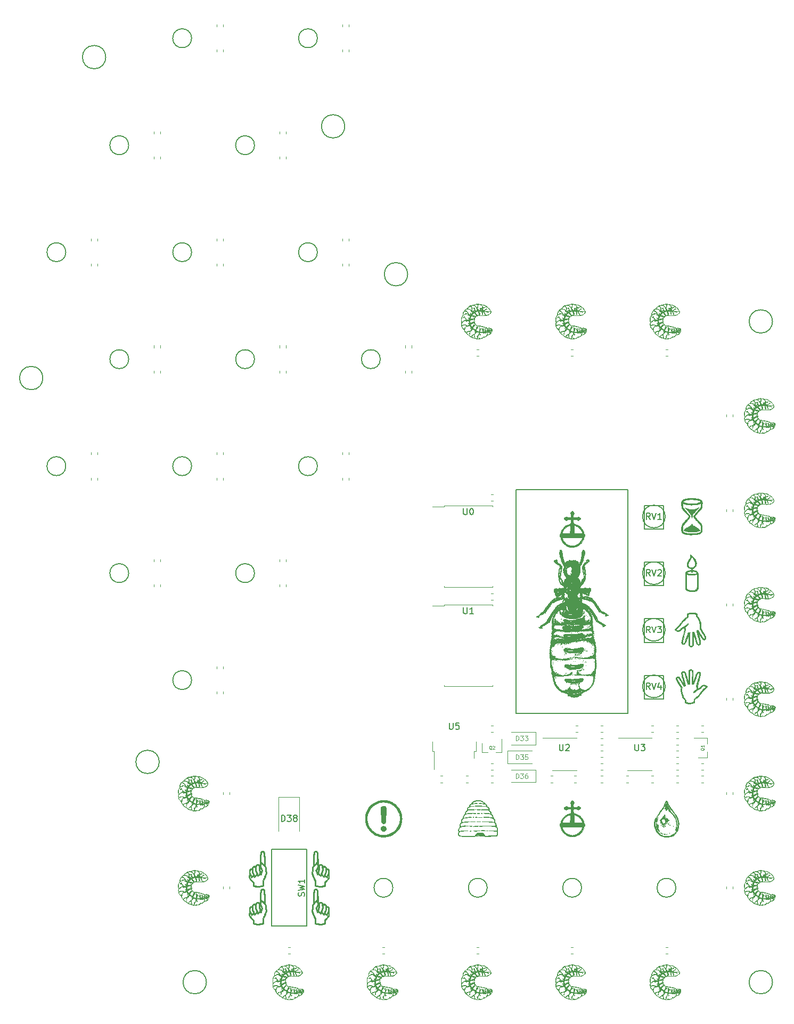
<source format=gbr>
G04 #@! TF.GenerationSoftware,KiCad,Pcbnew,(5.1.2-1)-1*
G04 #@! TF.CreationDate,2021-12-03T00:14:48-05:00*
G04 #@! TF.ProjectId,Wasp_Hive,57617370-5f48-4697-9665-2e6b69636164,rev?*
G04 #@! TF.SameCoordinates,Original*
G04 #@! TF.FileFunction,Legend,Top*
G04 #@! TF.FilePolarity,Positive*
%FSLAX46Y46*%
G04 Gerber Fmt 4.6, Leading zero omitted, Abs format (unit mm)*
G04 Created by KiCad (PCBNEW (5.1.2-1)-1) date 2021-12-03 00:14:48*
%MOMM*%
%LPD*%
G04 APERTURE LIST*
%ADD10C,0.127000*%
%ADD11C,0.203200*%
%ADD12C,0.010000*%
%ADD13C,0.120000*%
%ADD14C,0.150000*%
%ADD15C,0.125000*%
%ADD16C,0.100000*%
G04 APERTURE END LIST*
D10*
X101070000Y-146720000D02*
X101070000Y-182280000D01*
X101070000Y-182280000D02*
X118850000Y-182280000D01*
X118850000Y-146720000D02*
X101070000Y-146720000D01*
X118850000Y-182280000D02*
X118850000Y-146720000D01*
D11*
X72000000Y-90854200D02*
G75*
G03X72000000Y-87145800I0J1854200D01*
G01*
X72000000Y-87145800D02*
G75*
G03X72000000Y-90854200I0J-1854200D01*
G01*
X72000000Y-90854200D02*
G75*
G03X72000000Y-87145800I0J1854200D01*
G01*
X72000000Y-87145800D02*
G75*
G03X72000000Y-90854200I0J-1854200D01*
G01*
D12*
G36*
X69144177Y-204140703D02*
G01*
X69086553Y-204160002D01*
X69031947Y-204203190D01*
X69016306Y-204218517D01*
X68978754Y-204258690D01*
X68947292Y-204300749D01*
X68921237Y-204349484D01*
X68899905Y-204409683D01*
X68882611Y-204486137D01*
X68868671Y-204583633D01*
X68857403Y-204706961D01*
X68848120Y-204860911D01*
X68840140Y-205050270D01*
X68832779Y-205279828D01*
X68825352Y-205554374D01*
X68825318Y-205555686D01*
X68800005Y-206539314D01*
X68729861Y-206614020D01*
X68706180Y-206640756D01*
X68687804Y-206668708D01*
X68673321Y-206705138D01*
X68661315Y-206757310D01*
X68650373Y-206832486D01*
X68639081Y-206937928D01*
X68626025Y-207080899D01*
X68615643Y-207200645D01*
X68571568Y-207712564D01*
X68689555Y-208059762D01*
X68744648Y-208215365D01*
X68808113Y-208384365D01*
X68872208Y-208546667D01*
X68929188Y-208682173D01*
X68930634Y-208685448D01*
X69053725Y-208963935D01*
X69053725Y-209713645D01*
X69144036Y-209751380D01*
X69313324Y-209806666D01*
X69515486Y-209848222D01*
X69735176Y-209874775D01*
X69957048Y-209885056D01*
X70165755Y-209877792D01*
X70345952Y-209851711D01*
X70348423Y-209851156D01*
X70456044Y-209824233D01*
X70564714Y-209792990D01*
X70628570Y-209771985D01*
X70747059Y-209729377D01*
X70747059Y-209202264D01*
X70898090Y-209053632D01*
X71024301Y-208919232D01*
X71146607Y-208770656D01*
X71253938Y-208622352D01*
X71335225Y-208488767D01*
X71344330Y-208471204D01*
X71369211Y-208417222D01*
X71384229Y-208366577D01*
X71390754Y-208306170D01*
X71390158Y-208222898D01*
X71389756Y-208215337D01*
X71244716Y-208215337D01*
X71240860Y-208292830D01*
X71224366Y-208357757D01*
X71188628Y-208428474D01*
X71141635Y-208501709D01*
X71082222Y-208581001D01*
X70997994Y-208681310D01*
X70900386Y-208789502D01*
X70805459Y-208887843D01*
X70572745Y-209119705D01*
X70572745Y-209355288D01*
X70572223Y-209467836D01*
X70565160Y-209543785D01*
X70543307Y-209592826D01*
X70498416Y-209624650D01*
X70422239Y-209648947D01*
X70306527Y-209675410D01*
X70298823Y-209677127D01*
X70169438Y-209695943D01*
X70008434Y-209704522D01*
X69832839Y-209703312D01*
X69659679Y-209692762D01*
X69505981Y-209673321D01*
X69416230Y-209653876D01*
X69332077Y-209627737D01*
X69265231Y-209601933D01*
X69235691Y-209585821D01*
X69221152Y-209557761D01*
X69211233Y-209498063D01*
X69205419Y-209401075D01*
X69203196Y-209261142D01*
X69203137Y-209227893D01*
X69203137Y-208896983D01*
X69044570Y-208490109D01*
X68986426Y-208339501D01*
X68929008Y-208188262D01*
X68877200Y-208049434D01*
X68835887Y-207936056D01*
X68818170Y-207885675D01*
X68750337Y-207688115D01*
X68791469Y-207226830D01*
X68832602Y-206765544D01*
X68974291Y-206607317D01*
X69094683Y-206472838D01*
X69186141Y-206371154D01*
X69253129Y-206298111D01*
X69300111Y-206249558D01*
X69331549Y-206221343D01*
X69351907Y-206209312D01*
X69365649Y-206209313D01*
X69377237Y-206217195D01*
X69385709Y-206224559D01*
X69417898Y-206266728D01*
X69453520Y-206335252D01*
X69466760Y-206367169D01*
X69498255Y-206518019D01*
X69483764Y-206679829D01*
X69424582Y-206847913D01*
X69322004Y-207017579D01*
X69268264Y-207085847D01*
X69185492Y-207184146D01*
X69244977Y-207314079D01*
X69285149Y-207418796D01*
X69322965Y-207546445D01*
X69353789Y-207678101D01*
X69372982Y-207794836D01*
X69377018Y-207852892D01*
X69382928Y-207899032D01*
X69409858Y-207917940D01*
X69464608Y-207921372D01*
X69519275Y-207918644D01*
X69544545Y-207901162D01*
X69552028Y-207854986D01*
X69552739Y-207815539D01*
X69553714Y-207709706D01*
X69586349Y-207784412D01*
X69624577Y-207853305D01*
X69677140Y-207927710D01*
X69687849Y-207940825D01*
X69742454Y-207996474D01*
X69813317Y-208056927D01*
X69887491Y-208112509D01*
X69952027Y-208153545D01*
X69993977Y-208170360D01*
X69995086Y-208170392D01*
X70017524Y-208149493D01*
X70049149Y-208096061D01*
X70068806Y-208054300D01*
X70119059Y-207938207D01*
X70156963Y-208011505D01*
X70198665Y-208070995D01*
X70266354Y-208147066D01*
X70346338Y-208226197D01*
X70424925Y-208294865D01*
X70488425Y-208339550D01*
X70489991Y-208340399D01*
X70524320Y-208352361D01*
X70549866Y-208336799D01*
X70578347Y-208284974D01*
X70585613Y-208269075D01*
X70619733Y-208200933D01*
X70647266Y-208175652D01*
X70678882Y-208189374D01*
X70712072Y-208223364D01*
X70762805Y-208271003D01*
X70830158Y-208322944D01*
X70902095Y-208371396D01*
X70966575Y-208408570D01*
X71011561Y-208426674D01*
X71024071Y-208425270D01*
X71041057Y-208395140D01*
X71071195Y-208330884D01*
X71108925Y-208244531D01*
X71122311Y-208212715D01*
X71167958Y-208112223D01*
X71201861Y-208059864D01*
X71225160Y-208055662D01*
X71238997Y-208099641D01*
X71244513Y-208191826D01*
X71244716Y-208215337D01*
X71389756Y-208215337D01*
X71383814Y-208103661D01*
X71383443Y-208097675D01*
X71376737Y-207976089D01*
X71371964Y-207862102D01*
X71369725Y-207771766D01*
X71369874Y-207734608D01*
X71374589Y-207560475D01*
X71376030Y-207487008D01*
X71218429Y-207487008D01*
X71215767Y-207544967D01*
X71204459Y-207602061D01*
X71181342Y-207669448D01*
X71143250Y-207758289D01*
X71087020Y-207879741D01*
X71080390Y-207893870D01*
X70935648Y-208202186D01*
X70841353Y-208095930D01*
X70789650Y-208032244D01*
X70755400Y-207979661D01*
X70747059Y-207956768D01*
X70756513Y-207921018D01*
X70781972Y-207851303D01*
X70819077Y-207759109D01*
X70846666Y-207694206D01*
X70894708Y-207578493D01*
X70924470Y-207489865D01*
X70940121Y-207410951D01*
X70945834Y-207324380D01*
X70946274Y-207279379D01*
X70946274Y-207155109D01*
X70771961Y-207155109D01*
X70771023Y-207271334D01*
X70765774Y-207357401D01*
X70752562Y-207430217D01*
X70727735Y-207506688D01*
X70687640Y-207603721D01*
X70662759Y-207660610D01*
X70613274Y-207773582D01*
X70567133Y-207879715D01*
X70530616Y-207964522D01*
X70514618Y-208002304D01*
X70484842Y-208060904D01*
X70457970Y-208093379D01*
X70451719Y-208095686D01*
X70421763Y-208078211D01*
X70376961Y-208034755D01*
X70363906Y-208019799D01*
X70318337Y-207949373D01*
X70276607Y-207858616D01*
X70262497Y-207817454D01*
X70245123Y-207755039D01*
X70238750Y-207707015D01*
X70245614Y-207658662D01*
X70267952Y-207595261D01*
X70307999Y-207502092D01*
X70311687Y-207493703D01*
X70350508Y-207402147D01*
X70375623Y-207329042D01*
X70389998Y-207258347D01*
X70396598Y-207174018D01*
X70398388Y-207060016D01*
X70398431Y-207024408D01*
X70398431Y-206976015D01*
X70224117Y-206976015D01*
X70223269Y-207088781D01*
X70218605Y-207174588D01*
X70206950Y-207248587D01*
X70185129Y-207325931D01*
X70149965Y-207421772D01*
X70109257Y-207524022D01*
X70062894Y-207639390D01*
X70021710Y-207742258D01*
X69990200Y-207821375D01*
X69972913Y-207865343D01*
X69945211Y-207910500D01*
X69908095Y-207914524D01*
X69855265Y-207876582D01*
X69824868Y-207845791D01*
X69744708Y-207725426D01*
X69707774Y-207586927D01*
X69714780Y-207438101D01*
X69766439Y-207286759D01*
X69772673Y-207274488D01*
X69795984Y-207223051D01*
X69811399Y-207167526D01*
X69820460Y-207096250D01*
X69824707Y-206997558D01*
X69824730Y-206994574D01*
X69626170Y-206994574D01*
X69620494Y-207094053D01*
X69605530Y-207186949D01*
X69590786Y-207236416D01*
X69564190Y-207316941D01*
X69542070Y-207411873D01*
X69537848Y-207436877D01*
X69520594Y-207551934D01*
X69472744Y-207419153D01*
X69443673Y-207337813D01*
X69420208Y-207270982D01*
X69411044Y-207244036D01*
X69415338Y-207196833D01*
X69443978Y-207136414D01*
X69450027Y-207127500D01*
X69495717Y-207058803D01*
X69547297Y-206974995D01*
X69564366Y-206945719D01*
X69625870Y-206838137D01*
X69626170Y-206994574D01*
X69824730Y-206994574D01*
X69825686Y-206873086D01*
X69828686Y-206710960D01*
X69839310Y-206592204D01*
X69859997Y-206510656D01*
X69893184Y-206460154D01*
X69941309Y-206434534D01*
X70001884Y-206427636D01*
X70074545Y-206450207D01*
X70141016Y-206511573D01*
X70190649Y-206600925D01*
X70199810Y-206628544D01*
X70210111Y-206689366D01*
X70218247Y-206784808D01*
X70223158Y-206899696D01*
X70224117Y-206976015D01*
X70398431Y-206976015D01*
X70398431Y-206752404D01*
X70479362Y-206730859D01*
X70569853Y-206722320D01*
X70629531Y-206732847D01*
X70687877Y-206764163D01*
X70728875Y-206816775D01*
X70754940Y-206897838D01*
X70768483Y-207014503D01*
X70771961Y-207155109D01*
X70946274Y-207155109D01*
X70946274Y-207094209D01*
X71014755Y-207110886D01*
X71107991Y-207151041D01*
X71170427Y-207221690D01*
X71205689Y-207328357D01*
X71215610Y-207417023D01*
X71218429Y-207487008D01*
X71376030Y-207487008D01*
X71377175Y-207428677D01*
X71377172Y-207331772D01*
X71374119Y-207262318D01*
X71367555Y-207212875D01*
X71357020Y-207176000D01*
X71342053Y-207144253D01*
X71332255Y-207127113D01*
X71243782Y-207017651D01*
X71132398Y-206952029D01*
X71053035Y-206933056D01*
X70986109Y-206919069D01*
X70950010Y-206890218D01*
X70925774Y-206830493D01*
X70923792Y-206823943D01*
X70862088Y-206691794D01*
X70769652Y-206598000D01*
X70650193Y-206544943D01*
X70507425Y-206535006D01*
X70478495Y-206538118D01*
X70361078Y-206553809D01*
X70319787Y-206454204D01*
X70252324Y-206349997D01*
X70152250Y-206283196D01*
X70020375Y-206254285D01*
X69982190Y-206253034D01*
X69894265Y-206258361D01*
X69830977Y-206280212D01*
X69767795Y-206327159D01*
X69766284Y-206328483D01*
X69703823Y-206374997D01*
X69668060Y-206381019D01*
X69662542Y-206375378D01*
X69657939Y-206344611D01*
X69652738Y-206269874D01*
X69647170Y-206156994D01*
X69641466Y-206011797D01*
X69635857Y-205840109D01*
X69630573Y-205647758D01*
X69629781Y-205613349D01*
X69451668Y-205613349D01*
X69451027Y-205753575D01*
X69449287Y-205854979D01*
X69445994Y-205923053D01*
X69440693Y-205963288D01*
X69432932Y-205981174D01*
X69422256Y-205982202D01*
X69408212Y-205971864D01*
X69406886Y-205970671D01*
X69385136Y-205954994D01*
X69362317Y-205954091D01*
X69331244Y-205973050D01*
X69284732Y-206016964D01*
X69215596Y-206090922D01*
X69176543Y-206133869D01*
X68991470Y-206338035D01*
X68984120Y-206185855D01*
X68983069Y-206120755D01*
X68983821Y-206014073D01*
X68986208Y-205873993D01*
X68990062Y-205708700D01*
X68995215Y-205526377D01*
X69001498Y-205335207D01*
X69001760Y-205327769D01*
X69009289Y-205139559D01*
X69017989Y-204962760D01*
X69027364Y-204804919D01*
X69036914Y-204673581D01*
X69046143Y-204576292D01*
X69054551Y-204520599D01*
X69055215Y-204518014D01*
X69098181Y-204412404D01*
X69155045Y-204343308D01*
X69218935Y-204313161D01*
X69282982Y-204324401D01*
X69340314Y-204379464D01*
X69358054Y-204410622D01*
X69386507Y-204483809D01*
X69409141Y-204577967D01*
X69426428Y-204698217D01*
X69438838Y-204849683D01*
X69446842Y-205037487D01*
X69450912Y-205266752D01*
X69451663Y-205428810D01*
X69451668Y-205613349D01*
X69629781Y-205613349D01*
X69626237Y-205459395D01*
X69620268Y-205196707D01*
X69613875Y-204978738D01*
X69606293Y-204800406D01*
X69596759Y-204656626D01*
X69584509Y-204542316D01*
X69568779Y-204452393D01*
X69548805Y-204381773D01*
X69523823Y-204325372D01*
X69493069Y-204278108D01*
X69455780Y-204234898D01*
X69439772Y-204218517D01*
X69382349Y-204168067D01*
X69327622Y-204143725D01*
X69252371Y-204136474D01*
X69228039Y-204136274D01*
X69144177Y-204140703D01*
X69144177Y-204140703D01*
G37*
X69144177Y-204140703D02*
X69086553Y-204160002D01*
X69031947Y-204203190D01*
X69016306Y-204218517D01*
X68978754Y-204258690D01*
X68947292Y-204300749D01*
X68921237Y-204349484D01*
X68899905Y-204409683D01*
X68882611Y-204486137D01*
X68868671Y-204583633D01*
X68857403Y-204706961D01*
X68848120Y-204860911D01*
X68840140Y-205050270D01*
X68832779Y-205279828D01*
X68825352Y-205554374D01*
X68825318Y-205555686D01*
X68800005Y-206539314D01*
X68729861Y-206614020D01*
X68706180Y-206640756D01*
X68687804Y-206668708D01*
X68673321Y-206705138D01*
X68661315Y-206757310D01*
X68650373Y-206832486D01*
X68639081Y-206937928D01*
X68626025Y-207080899D01*
X68615643Y-207200645D01*
X68571568Y-207712564D01*
X68689555Y-208059762D01*
X68744648Y-208215365D01*
X68808113Y-208384365D01*
X68872208Y-208546667D01*
X68929188Y-208682173D01*
X68930634Y-208685448D01*
X69053725Y-208963935D01*
X69053725Y-209713645D01*
X69144036Y-209751380D01*
X69313324Y-209806666D01*
X69515486Y-209848222D01*
X69735176Y-209874775D01*
X69957048Y-209885056D01*
X70165755Y-209877792D01*
X70345952Y-209851711D01*
X70348423Y-209851156D01*
X70456044Y-209824233D01*
X70564714Y-209792990D01*
X70628570Y-209771985D01*
X70747059Y-209729377D01*
X70747059Y-209202264D01*
X70898090Y-209053632D01*
X71024301Y-208919232D01*
X71146607Y-208770656D01*
X71253938Y-208622352D01*
X71335225Y-208488767D01*
X71344330Y-208471204D01*
X71369211Y-208417222D01*
X71384229Y-208366577D01*
X71390754Y-208306170D01*
X71390158Y-208222898D01*
X71389756Y-208215337D01*
X71244716Y-208215337D01*
X71240860Y-208292830D01*
X71224366Y-208357757D01*
X71188628Y-208428474D01*
X71141635Y-208501709D01*
X71082222Y-208581001D01*
X70997994Y-208681310D01*
X70900386Y-208789502D01*
X70805459Y-208887843D01*
X70572745Y-209119705D01*
X70572745Y-209355288D01*
X70572223Y-209467836D01*
X70565160Y-209543785D01*
X70543307Y-209592826D01*
X70498416Y-209624650D01*
X70422239Y-209648947D01*
X70306527Y-209675410D01*
X70298823Y-209677127D01*
X70169438Y-209695943D01*
X70008434Y-209704522D01*
X69832839Y-209703312D01*
X69659679Y-209692762D01*
X69505981Y-209673321D01*
X69416230Y-209653876D01*
X69332077Y-209627737D01*
X69265231Y-209601933D01*
X69235691Y-209585821D01*
X69221152Y-209557761D01*
X69211233Y-209498063D01*
X69205419Y-209401075D01*
X69203196Y-209261142D01*
X69203137Y-209227893D01*
X69203137Y-208896983D01*
X69044570Y-208490109D01*
X68986426Y-208339501D01*
X68929008Y-208188262D01*
X68877200Y-208049434D01*
X68835887Y-207936056D01*
X68818170Y-207885675D01*
X68750337Y-207688115D01*
X68791469Y-207226830D01*
X68832602Y-206765544D01*
X68974291Y-206607317D01*
X69094683Y-206472838D01*
X69186141Y-206371154D01*
X69253129Y-206298111D01*
X69300111Y-206249558D01*
X69331549Y-206221343D01*
X69351907Y-206209312D01*
X69365649Y-206209313D01*
X69377237Y-206217195D01*
X69385709Y-206224559D01*
X69417898Y-206266728D01*
X69453520Y-206335252D01*
X69466760Y-206367169D01*
X69498255Y-206518019D01*
X69483764Y-206679829D01*
X69424582Y-206847913D01*
X69322004Y-207017579D01*
X69268264Y-207085847D01*
X69185492Y-207184146D01*
X69244977Y-207314079D01*
X69285149Y-207418796D01*
X69322965Y-207546445D01*
X69353789Y-207678101D01*
X69372982Y-207794836D01*
X69377018Y-207852892D01*
X69382928Y-207899032D01*
X69409858Y-207917940D01*
X69464608Y-207921372D01*
X69519275Y-207918644D01*
X69544545Y-207901162D01*
X69552028Y-207854986D01*
X69552739Y-207815539D01*
X69553714Y-207709706D01*
X69586349Y-207784412D01*
X69624577Y-207853305D01*
X69677140Y-207927710D01*
X69687849Y-207940825D01*
X69742454Y-207996474D01*
X69813317Y-208056927D01*
X69887491Y-208112509D01*
X69952027Y-208153545D01*
X69993977Y-208170360D01*
X69995086Y-208170392D01*
X70017524Y-208149493D01*
X70049149Y-208096061D01*
X70068806Y-208054300D01*
X70119059Y-207938207D01*
X70156963Y-208011505D01*
X70198665Y-208070995D01*
X70266354Y-208147066D01*
X70346338Y-208226197D01*
X70424925Y-208294865D01*
X70488425Y-208339550D01*
X70489991Y-208340399D01*
X70524320Y-208352361D01*
X70549866Y-208336799D01*
X70578347Y-208284974D01*
X70585613Y-208269075D01*
X70619733Y-208200933D01*
X70647266Y-208175652D01*
X70678882Y-208189374D01*
X70712072Y-208223364D01*
X70762805Y-208271003D01*
X70830158Y-208322944D01*
X70902095Y-208371396D01*
X70966575Y-208408570D01*
X71011561Y-208426674D01*
X71024071Y-208425270D01*
X71041057Y-208395140D01*
X71071195Y-208330884D01*
X71108925Y-208244531D01*
X71122311Y-208212715D01*
X71167958Y-208112223D01*
X71201861Y-208059864D01*
X71225160Y-208055662D01*
X71238997Y-208099641D01*
X71244513Y-208191826D01*
X71244716Y-208215337D01*
X71389756Y-208215337D01*
X71383814Y-208103661D01*
X71383443Y-208097675D01*
X71376737Y-207976089D01*
X71371964Y-207862102D01*
X71369725Y-207771766D01*
X71369874Y-207734608D01*
X71374589Y-207560475D01*
X71376030Y-207487008D01*
X71218429Y-207487008D01*
X71215767Y-207544967D01*
X71204459Y-207602061D01*
X71181342Y-207669448D01*
X71143250Y-207758289D01*
X71087020Y-207879741D01*
X71080390Y-207893870D01*
X70935648Y-208202186D01*
X70841353Y-208095930D01*
X70789650Y-208032244D01*
X70755400Y-207979661D01*
X70747059Y-207956768D01*
X70756513Y-207921018D01*
X70781972Y-207851303D01*
X70819077Y-207759109D01*
X70846666Y-207694206D01*
X70894708Y-207578493D01*
X70924470Y-207489865D01*
X70940121Y-207410951D01*
X70945834Y-207324380D01*
X70946274Y-207279379D01*
X70946274Y-207155109D01*
X70771961Y-207155109D01*
X70771023Y-207271334D01*
X70765774Y-207357401D01*
X70752562Y-207430217D01*
X70727735Y-207506688D01*
X70687640Y-207603721D01*
X70662759Y-207660610D01*
X70613274Y-207773582D01*
X70567133Y-207879715D01*
X70530616Y-207964522D01*
X70514618Y-208002304D01*
X70484842Y-208060904D01*
X70457970Y-208093379D01*
X70451719Y-208095686D01*
X70421763Y-208078211D01*
X70376961Y-208034755D01*
X70363906Y-208019799D01*
X70318337Y-207949373D01*
X70276607Y-207858616D01*
X70262497Y-207817454D01*
X70245123Y-207755039D01*
X70238750Y-207707015D01*
X70245614Y-207658662D01*
X70267952Y-207595261D01*
X70307999Y-207502092D01*
X70311687Y-207493703D01*
X70350508Y-207402147D01*
X70375623Y-207329042D01*
X70389998Y-207258347D01*
X70396598Y-207174018D01*
X70398388Y-207060016D01*
X70398431Y-207024408D01*
X70398431Y-206976015D01*
X70224117Y-206976015D01*
X70223269Y-207088781D01*
X70218605Y-207174588D01*
X70206950Y-207248587D01*
X70185129Y-207325931D01*
X70149965Y-207421772D01*
X70109257Y-207524022D01*
X70062894Y-207639390D01*
X70021710Y-207742258D01*
X69990200Y-207821375D01*
X69972913Y-207865343D01*
X69945211Y-207910500D01*
X69908095Y-207914524D01*
X69855265Y-207876582D01*
X69824868Y-207845791D01*
X69744708Y-207725426D01*
X69707774Y-207586927D01*
X69714780Y-207438101D01*
X69766439Y-207286759D01*
X69772673Y-207274488D01*
X69795984Y-207223051D01*
X69811399Y-207167526D01*
X69820460Y-207096250D01*
X69824707Y-206997558D01*
X69824730Y-206994574D01*
X69626170Y-206994574D01*
X69620494Y-207094053D01*
X69605530Y-207186949D01*
X69590786Y-207236416D01*
X69564190Y-207316941D01*
X69542070Y-207411873D01*
X69537848Y-207436877D01*
X69520594Y-207551934D01*
X69472744Y-207419153D01*
X69443673Y-207337813D01*
X69420208Y-207270982D01*
X69411044Y-207244036D01*
X69415338Y-207196833D01*
X69443978Y-207136414D01*
X69450027Y-207127500D01*
X69495717Y-207058803D01*
X69547297Y-206974995D01*
X69564366Y-206945719D01*
X69625870Y-206838137D01*
X69626170Y-206994574D01*
X69824730Y-206994574D01*
X69825686Y-206873086D01*
X69828686Y-206710960D01*
X69839310Y-206592204D01*
X69859997Y-206510656D01*
X69893184Y-206460154D01*
X69941309Y-206434534D01*
X70001884Y-206427636D01*
X70074545Y-206450207D01*
X70141016Y-206511573D01*
X70190649Y-206600925D01*
X70199810Y-206628544D01*
X70210111Y-206689366D01*
X70218247Y-206784808D01*
X70223158Y-206899696D01*
X70224117Y-206976015D01*
X70398431Y-206976015D01*
X70398431Y-206752404D01*
X70479362Y-206730859D01*
X70569853Y-206722320D01*
X70629531Y-206732847D01*
X70687877Y-206764163D01*
X70728875Y-206816775D01*
X70754940Y-206897838D01*
X70768483Y-207014503D01*
X70771961Y-207155109D01*
X70946274Y-207155109D01*
X70946274Y-207094209D01*
X71014755Y-207110886D01*
X71107991Y-207151041D01*
X71170427Y-207221690D01*
X71205689Y-207328357D01*
X71215610Y-207417023D01*
X71218429Y-207487008D01*
X71376030Y-207487008D01*
X71377175Y-207428677D01*
X71377172Y-207331772D01*
X71374119Y-207262318D01*
X71367555Y-207212875D01*
X71357020Y-207176000D01*
X71342053Y-207144253D01*
X71332255Y-207127113D01*
X71243782Y-207017651D01*
X71132398Y-206952029D01*
X71053035Y-206933056D01*
X70986109Y-206919069D01*
X70950010Y-206890218D01*
X70925774Y-206830493D01*
X70923792Y-206823943D01*
X70862088Y-206691794D01*
X70769652Y-206598000D01*
X70650193Y-206544943D01*
X70507425Y-206535006D01*
X70478495Y-206538118D01*
X70361078Y-206553809D01*
X70319787Y-206454204D01*
X70252324Y-206349997D01*
X70152250Y-206283196D01*
X70020375Y-206254285D01*
X69982190Y-206253034D01*
X69894265Y-206258361D01*
X69830977Y-206280212D01*
X69767795Y-206327159D01*
X69766284Y-206328483D01*
X69703823Y-206374997D01*
X69668060Y-206381019D01*
X69662542Y-206375378D01*
X69657939Y-206344611D01*
X69652738Y-206269874D01*
X69647170Y-206156994D01*
X69641466Y-206011797D01*
X69635857Y-205840109D01*
X69630573Y-205647758D01*
X69629781Y-205613349D01*
X69451668Y-205613349D01*
X69451027Y-205753575D01*
X69449287Y-205854979D01*
X69445994Y-205923053D01*
X69440693Y-205963288D01*
X69432932Y-205981174D01*
X69422256Y-205982202D01*
X69408212Y-205971864D01*
X69406886Y-205970671D01*
X69385136Y-205954994D01*
X69362317Y-205954091D01*
X69331244Y-205973050D01*
X69284732Y-206016964D01*
X69215596Y-206090922D01*
X69176543Y-206133869D01*
X68991470Y-206338035D01*
X68984120Y-206185855D01*
X68983069Y-206120755D01*
X68983821Y-206014073D01*
X68986208Y-205873993D01*
X68990062Y-205708700D01*
X68995215Y-205526377D01*
X69001498Y-205335207D01*
X69001760Y-205327769D01*
X69009289Y-205139559D01*
X69017989Y-204962760D01*
X69027364Y-204804919D01*
X69036914Y-204673581D01*
X69046143Y-204576292D01*
X69054551Y-204520599D01*
X69055215Y-204518014D01*
X69098181Y-204412404D01*
X69155045Y-204343308D01*
X69218935Y-204313161D01*
X69282982Y-204324401D01*
X69340314Y-204379464D01*
X69358054Y-204410622D01*
X69386507Y-204483809D01*
X69409141Y-204577967D01*
X69426428Y-204698217D01*
X69438838Y-204849683D01*
X69446842Y-205037487D01*
X69450912Y-205266752D01*
X69451663Y-205428810D01*
X69451668Y-205613349D01*
X69629781Y-205613349D01*
X69626237Y-205459395D01*
X69620268Y-205196707D01*
X69613875Y-204978738D01*
X69606293Y-204800406D01*
X69596759Y-204656626D01*
X69584509Y-204542316D01*
X69568779Y-204452393D01*
X69548805Y-204381773D01*
X69523823Y-204325372D01*
X69493069Y-204278108D01*
X69455780Y-204234898D01*
X69439772Y-204218517D01*
X69382349Y-204168067D01*
X69327622Y-204143725D01*
X69252371Y-204136474D01*
X69228039Y-204136274D01*
X69144177Y-204140703D01*
G36*
X69144177Y-210140703D02*
G01*
X69086553Y-210160002D01*
X69031947Y-210203190D01*
X69016306Y-210218517D01*
X68978754Y-210258690D01*
X68947292Y-210300749D01*
X68921237Y-210349484D01*
X68899905Y-210409683D01*
X68882611Y-210486137D01*
X68868671Y-210583633D01*
X68857403Y-210706961D01*
X68848120Y-210860911D01*
X68840140Y-211050270D01*
X68832779Y-211279828D01*
X68825352Y-211554374D01*
X68825318Y-211555686D01*
X68800005Y-212539314D01*
X68729861Y-212614020D01*
X68706180Y-212640756D01*
X68687804Y-212668708D01*
X68673321Y-212705138D01*
X68661315Y-212757310D01*
X68650373Y-212832486D01*
X68639081Y-212937928D01*
X68626025Y-213080899D01*
X68615643Y-213200645D01*
X68571568Y-213712564D01*
X68689555Y-214059762D01*
X68744648Y-214215365D01*
X68808113Y-214384365D01*
X68872208Y-214546667D01*
X68929188Y-214682173D01*
X68930634Y-214685448D01*
X69053725Y-214963935D01*
X69053725Y-215713645D01*
X69144036Y-215751380D01*
X69313324Y-215806666D01*
X69515486Y-215848222D01*
X69735176Y-215874775D01*
X69957048Y-215885056D01*
X70165755Y-215877792D01*
X70345952Y-215851711D01*
X70348423Y-215851156D01*
X70456044Y-215824233D01*
X70564714Y-215792990D01*
X70628570Y-215771985D01*
X70747059Y-215729377D01*
X70747059Y-215202264D01*
X70898090Y-215053632D01*
X71024301Y-214919232D01*
X71146607Y-214770656D01*
X71253938Y-214622352D01*
X71335225Y-214488767D01*
X71344330Y-214471204D01*
X71369211Y-214417222D01*
X71384229Y-214366577D01*
X71390754Y-214306170D01*
X71390158Y-214222898D01*
X71389756Y-214215337D01*
X71244716Y-214215337D01*
X71240860Y-214292830D01*
X71224366Y-214357757D01*
X71188628Y-214428474D01*
X71141635Y-214501709D01*
X71082222Y-214581001D01*
X70997994Y-214681310D01*
X70900386Y-214789502D01*
X70805459Y-214887843D01*
X70572745Y-215119705D01*
X70572745Y-215355288D01*
X70572223Y-215467836D01*
X70565160Y-215543785D01*
X70543307Y-215592826D01*
X70498416Y-215624650D01*
X70422239Y-215648947D01*
X70306527Y-215675410D01*
X70298823Y-215677127D01*
X70169438Y-215695943D01*
X70008434Y-215704522D01*
X69832839Y-215703312D01*
X69659679Y-215692762D01*
X69505981Y-215673321D01*
X69416230Y-215653876D01*
X69332077Y-215627737D01*
X69265231Y-215601933D01*
X69235691Y-215585821D01*
X69221152Y-215557761D01*
X69211233Y-215498063D01*
X69205419Y-215401075D01*
X69203196Y-215261142D01*
X69203137Y-215227893D01*
X69203137Y-214896983D01*
X69044570Y-214490109D01*
X68986426Y-214339501D01*
X68929008Y-214188262D01*
X68877200Y-214049434D01*
X68835887Y-213936056D01*
X68818170Y-213885675D01*
X68750337Y-213688115D01*
X68791469Y-213226830D01*
X68832602Y-212765544D01*
X68974291Y-212607317D01*
X69094683Y-212472838D01*
X69186141Y-212371154D01*
X69253129Y-212298111D01*
X69300111Y-212249558D01*
X69331549Y-212221343D01*
X69351907Y-212209312D01*
X69365649Y-212209313D01*
X69377237Y-212217195D01*
X69385709Y-212224559D01*
X69417898Y-212266728D01*
X69453520Y-212335252D01*
X69466760Y-212367169D01*
X69498255Y-212518019D01*
X69483764Y-212679829D01*
X69424582Y-212847913D01*
X69322004Y-213017579D01*
X69268264Y-213085847D01*
X69185492Y-213184146D01*
X69244977Y-213314079D01*
X69285149Y-213418796D01*
X69322965Y-213546445D01*
X69353789Y-213678101D01*
X69372982Y-213794836D01*
X69377018Y-213852892D01*
X69382928Y-213899032D01*
X69409858Y-213917940D01*
X69464608Y-213921372D01*
X69519275Y-213918644D01*
X69544545Y-213901162D01*
X69552028Y-213854986D01*
X69552739Y-213815539D01*
X69553714Y-213709706D01*
X69586349Y-213784412D01*
X69624577Y-213853305D01*
X69677140Y-213927710D01*
X69687849Y-213940825D01*
X69742454Y-213996474D01*
X69813317Y-214056927D01*
X69887491Y-214112509D01*
X69952027Y-214153545D01*
X69993977Y-214170360D01*
X69995086Y-214170392D01*
X70017524Y-214149493D01*
X70049149Y-214096061D01*
X70068806Y-214054300D01*
X70119059Y-213938207D01*
X70156963Y-214011505D01*
X70198665Y-214070995D01*
X70266354Y-214147066D01*
X70346338Y-214226197D01*
X70424925Y-214294865D01*
X70488425Y-214339550D01*
X70489991Y-214340399D01*
X70524320Y-214352361D01*
X70549866Y-214336799D01*
X70578347Y-214284974D01*
X70585613Y-214269075D01*
X70619733Y-214200933D01*
X70647266Y-214175652D01*
X70678882Y-214189374D01*
X70712072Y-214223364D01*
X70762805Y-214271003D01*
X70830158Y-214322944D01*
X70902095Y-214371396D01*
X70966575Y-214408570D01*
X71011561Y-214426674D01*
X71024071Y-214425270D01*
X71041057Y-214395140D01*
X71071195Y-214330884D01*
X71108925Y-214244531D01*
X71122311Y-214212715D01*
X71167958Y-214112223D01*
X71201861Y-214059864D01*
X71225160Y-214055662D01*
X71238997Y-214099641D01*
X71244513Y-214191826D01*
X71244716Y-214215337D01*
X71389756Y-214215337D01*
X71383814Y-214103661D01*
X71383443Y-214097675D01*
X71376737Y-213976089D01*
X71371964Y-213862102D01*
X71369725Y-213771766D01*
X71369874Y-213734608D01*
X71374589Y-213560475D01*
X71376030Y-213487008D01*
X71218429Y-213487008D01*
X71215767Y-213544967D01*
X71204459Y-213602061D01*
X71181342Y-213669448D01*
X71143250Y-213758289D01*
X71087020Y-213879741D01*
X71080390Y-213893870D01*
X70935648Y-214202186D01*
X70841353Y-214095930D01*
X70789650Y-214032244D01*
X70755400Y-213979661D01*
X70747059Y-213956768D01*
X70756513Y-213921018D01*
X70781972Y-213851303D01*
X70819077Y-213759109D01*
X70846666Y-213694206D01*
X70894708Y-213578493D01*
X70924470Y-213489865D01*
X70940121Y-213410951D01*
X70945834Y-213324380D01*
X70946274Y-213279379D01*
X70946274Y-213155109D01*
X70771961Y-213155109D01*
X70771023Y-213271334D01*
X70765774Y-213357401D01*
X70752562Y-213430217D01*
X70727735Y-213506688D01*
X70687640Y-213603721D01*
X70662759Y-213660610D01*
X70613274Y-213773582D01*
X70567133Y-213879715D01*
X70530616Y-213964522D01*
X70514618Y-214002304D01*
X70484842Y-214060904D01*
X70457970Y-214093379D01*
X70451719Y-214095686D01*
X70421763Y-214078211D01*
X70376961Y-214034755D01*
X70363906Y-214019799D01*
X70318337Y-213949373D01*
X70276607Y-213858616D01*
X70262497Y-213817454D01*
X70245123Y-213755039D01*
X70238750Y-213707015D01*
X70245614Y-213658662D01*
X70267952Y-213595261D01*
X70307999Y-213502092D01*
X70311687Y-213493703D01*
X70350508Y-213402147D01*
X70375623Y-213329042D01*
X70389998Y-213258347D01*
X70396598Y-213174018D01*
X70398388Y-213060016D01*
X70398431Y-213024408D01*
X70398431Y-212976015D01*
X70224117Y-212976015D01*
X70223269Y-213088781D01*
X70218605Y-213174588D01*
X70206950Y-213248587D01*
X70185129Y-213325931D01*
X70149965Y-213421772D01*
X70109257Y-213524022D01*
X70062894Y-213639390D01*
X70021710Y-213742258D01*
X69990200Y-213821375D01*
X69972913Y-213865343D01*
X69945211Y-213910500D01*
X69908095Y-213914524D01*
X69855265Y-213876582D01*
X69824868Y-213845791D01*
X69744708Y-213725426D01*
X69707774Y-213586927D01*
X69714780Y-213438101D01*
X69766439Y-213286759D01*
X69772673Y-213274488D01*
X69795984Y-213223051D01*
X69811399Y-213167526D01*
X69820460Y-213096250D01*
X69824707Y-212997558D01*
X69824730Y-212994574D01*
X69626170Y-212994574D01*
X69620494Y-213094053D01*
X69605530Y-213186949D01*
X69590786Y-213236416D01*
X69564190Y-213316941D01*
X69542070Y-213411873D01*
X69537848Y-213436877D01*
X69520594Y-213551934D01*
X69472744Y-213419153D01*
X69443673Y-213337813D01*
X69420208Y-213270982D01*
X69411044Y-213244036D01*
X69415338Y-213196833D01*
X69443978Y-213136414D01*
X69450027Y-213127500D01*
X69495717Y-213058803D01*
X69547297Y-212974995D01*
X69564366Y-212945719D01*
X69625870Y-212838137D01*
X69626170Y-212994574D01*
X69824730Y-212994574D01*
X69825686Y-212873086D01*
X69828686Y-212710960D01*
X69839310Y-212592204D01*
X69859997Y-212510656D01*
X69893184Y-212460154D01*
X69941309Y-212434534D01*
X70001884Y-212427636D01*
X70074545Y-212450207D01*
X70141016Y-212511573D01*
X70190649Y-212600925D01*
X70199810Y-212628544D01*
X70210111Y-212689366D01*
X70218247Y-212784808D01*
X70223158Y-212899696D01*
X70224117Y-212976015D01*
X70398431Y-212976015D01*
X70398431Y-212752404D01*
X70479362Y-212730859D01*
X70569853Y-212722320D01*
X70629531Y-212732847D01*
X70687877Y-212764163D01*
X70728875Y-212816775D01*
X70754940Y-212897838D01*
X70768483Y-213014503D01*
X70771961Y-213155109D01*
X70946274Y-213155109D01*
X70946274Y-213094209D01*
X71014755Y-213110886D01*
X71107991Y-213151041D01*
X71170427Y-213221690D01*
X71205689Y-213328357D01*
X71215610Y-213417023D01*
X71218429Y-213487008D01*
X71376030Y-213487008D01*
X71377175Y-213428677D01*
X71377172Y-213331772D01*
X71374119Y-213262318D01*
X71367555Y-213212875D01*
X71357020Y-213176000D01*
X71342053Y-213144253D01*
X71332255Y-213127113D01*
X71243782Y-213017651D01*
X71132398Y-212952029D01*
X71053035Y-212933056D01*
X70986109Y-212919069D01*
X70950010Y-212890218D01*
X70925774Y-212830493D01*
X70923792Y-212823943D01*
X70862088Y-212691794D01*
X70769652Y-212598000D01*
X70650193Y-212544943D01*
X70507425Y-212535006D01*
X70478495Y-212538118D01*
X70361078Y-212553809D01*
X70319787Y-212454204D01*
X70252324Y-212349997D01*
X70152250Y-212283196D01*
X70020375Y-212254285D01*
X69982190Y-212253034D01*
X69894265Y-212258361D01*
X69830977Y-212280212D01*
X69767795Y-212327159D01*
X69766284Y-212328483D01*
X69703823Y-212374997D01*
X69668060Y-212381019D01*
X69662542Y-212375378D01*
X69657939Y-212344611D01*
X69652738Y-212269874D01*
X69647170Y-212156994D01*
X69641466Y-212011797D01*
X69635857Y-211840109D01*
X69630573Y-211647758D01*
X69629781Y-211613349D01*
X69451668Y-211613349D01*
X69451027Y-211753575D01*
X69449287Y-211854979D01*
X69445994Y-211923053D01*
X69440693Y-211963288D01*
X69432932Y-211981174D01*
X69422256Y-211982202D01*
X69408212Y-211971864D01*
X69406886Y-211970671D01*
X69385136Y-211954994D01*
X69362317Y-211954091D01*
X69331244Y-211973050D01*
X69284732Y-212016964D01*
X69215596Y-212090922D01*
X69176543Y-212133869D01*
X68991470Y-212338035D01*
X68984120Y-212185855D01*
X68983069Y-212120755D01*
X68983821Y-212014073D01*
X68986208Y-211873993D01*
X68990062Y-211708700D01*
X68995215Y-211526377D01*
X69001498Y-211335207D01*
X69001760Y-211327769D01*
X69009289Y-211139559D01*
X69017989Y-210962760D01*
X69027364Y-210804919D01*
X69036914Y-210673581D01*
X69046143Y-210576292D01*
X69054551Y-210520599D01*
X69055215Y-210518014D01*
X69098181Y-210412404D01*
X69155045Y-210343308D01*
X69218935Y-210313161D01*
X69282982Y-210324401D01*
X69340314Y-210379464D01*
X69358054Y-210410622D01*
X69386507Y-210483809D01*
X69409141Y-210577967D01*
X69426428Y-210698217D01*
X69438838Y-210849683D01*
X69446842Y-211037487D01*
X69450912Y-211266752D01*
X69451663Y-211428810D01*
X69451668Y-211613349D01*
X69629781Y-211613349D01*
X69626237Y-211459395D01*
X69620268Y-211196707D01*
X69613875Y-210978738D01*
X69606293Y-210800406D01*
X69596759Y-210656626D01*
X69584509Y-210542316D01*
X69568779Y-210452393D01*
X69548805Y-210381773D01*
X69523823Y-210325372D01*
X69493069Y-210278108D01*
X69455780Y-210234898D01*
X69439772Y-210218517D01*
X69382349Y-210168067D01*
X69327622Y-210143725D01*
X69252371Y-210136474D01*
X69228039Y-210136274D01*
X69144177Y-210140703D01*
X69144177Y-210140703D01*
G37*
X69144177Y-210140703D02*
X69086553Y-210160002D01*
X69031947Y-210203190D01*
X69016306Y-210218517D01*
X68978754Y-210258690D01*
X68947292Y-210300749D01*
X68921237Y-210349484D01*
X68899905Y-210409683D01*
X68882611Y-210486137D01*
X68868671Y-210583633D01*
X68857403Y-210706961D01*
X68848120Y-210860911D01*
X68840140Y-211050270D01*
X68832779Y-211279828D01*
X68825352Y-211554374D01*
X68825318Y-211555686D01*
X68800005Y-212539314D01*
X68729861Y-212614020D01*
X68706180Y-212640756D01*
X68687804Y-212668708D01*
X68673321Y-212705138D01*
X68661315Y-212757310D01*
X68650373Y-212832486D01*
X68639081Y-212937928D01*
X68626025Y-213080899D01*
X68615643Y-213200645D01*
X68571568Y-213712564D01*
X68689555Y-214059762D01*
X68744648Y-214215365D01*
X68808113Y-214384365D01*
X68872208Y-214546667D01*
X68929188Y-214682173D01*
X68930634Y-214685448D01*
X69053725Y-214963935D01*
X69053725Y-215713645D01*
X69144036Y-215751380D01*
X69313324Y-215806666D01*
X69515486Y-215848222D01*
X69735176Y-215874775D01*
X69957048Y-215885056D01*
X70165755Y-215877792D01*
X70345952Y-215851711D01*
X70348423Y-215851156D01*
X70456044Y-215824233D01*
X70564714Y-215792990D01*
X70628570Y-215771985D01*
X70747059Y-215729377D01*
X70747059Y-215202264D01*
X70898090Y-215053632D01*
X71024301Y-214919232D01*
X71146607Y-214770656D01*
X71253938Y-214622352D01*
X71335225Y-214488767D01*
X71344330Y-214471204D01*
X71369211Y-214417222D01*
X71384229Y-214366577D01*
X71390754Y-214306170D01*
X71390158Y-214222898D01*
X71389756Y-214215337D01*
X71244716Y-214215337D01*
X71240860Y-214292830D01*
X71224366Y-214357757D01*
X71188628Y-214428474D01*
X71141635Y-214501709D01*
X71082222Y-214581001D01*
X70997994Y-214681310D01*
X70900386Y-214789502D01*
X70805459Y-214887843D01*
X70572745Y-215119705D01*
X70572745Y-215355288D01*
X70572223Y-215467836D01*
X70565160Y-215543785D01*
X70543307Y-215592826D01*
X70498416Y-215624650D01*
X70422239Y-215648947D01*
X70306527Y-215675410D01*
X70298823Y-215677127D01*
X70169438Y-215695943D01*
X70008434Y-215704522D01*
X69832839Y-215703312D01*
X69659679Y-215692762D01*
X69505981Y-215673321D01*
X69416230Y-215653876D01*
X69332077Y-215627737D01*
X69265231Y-215601933D01*
X69235691Y-215585821D01*
X69221152Y-215557761D01*
X69211233Y-215498063D01*
X69205419Y-215401075D01*
X69203196Y-215261142D01*
X69203137Y-215227893D01*
X69203137Y-214896983D01*
X69044570Y-214490109D01*
X68986426Y-214339501D01*
X68929008Y-214188262D01*
X68877200Y-214049434D01*
X68835887Y-213936056D01*
X68818170Y-213885675D01*
X68750337Y-213688115D01*
X68791469Y-213226830D01*
X68832602Y-212765544D01*
X68974291Y-212607317D01*
X69094683Y-212472838D01*
X69186141Y-212371154D01*
X69253129Y-212298111D01*
X69300111Y-212249558D01*
X69331549Y-212221343D01*
X69351907Y-212209312D01*
X69365649Y-212209313D01*
X69377237Y-212217195D01*
X69385709Y-212224559D01*
X69417898Y-212266728D01*
X69453520Y-212335252D01*
X69466760Y-212367169D01*
X69498255Y-212518019D01*
X69483764Y-212679829D01*
X69424582Y-212847913D01*
X69322004Y-213017579D01*
X69268264Y-213085847D01*
X69185492Y-213184146D01*
X69244977Y-213314079D01*
X69285149Y-213418796D01*
X69322965Y-213546445D01*
X69353789Y-213678101D01*
X69372982Y-213794836D01*
X69377018Y-213852892D01*
X69382928Y-213899032D01*
X69409858Y-213917940D01*
X69464608Y-213921372D01*
X69519275Y-213918644D01*
X69544545Y-213901162D01*
X69552028Y-213854986D01*
X69552739Y-213815539D01*
X69553714Y-213709706D01*
X69586349Y-213784412D01*
X69624577Y-213853305D01*
X69677140Y-213927710D01*
X69687849Y-213940825D01*
X69742454Y-213996474D01*
X69813317Y-214056927D01*
X69887491Y-214112509D01*
X69952027Y-214153545D01*
X69993977Y-214170360D01*
X69995086Y-214170392D01*
X70017524Y-214149493D01*
X70049149Y-214096061D01*
X70068806Y-214054300D01*
X70119059Y-213938207D01*
X70156963Y-214011505D01*
X70198665Y-214070995D01*
X70266354Y-214147066D01*
X70346338Y-214226197D01*
X70424925Y-214294865D01*
X70488425Y-214339550D01*
X70489991Y-214340399D01*
X70524320Y-214352361D01*
X70549866Y-214336799D01*
X70578347Y-214284974D01*
X70585613Y-214269075D01*
X70619733Y-214200933D01*
X70647266Y-214175652D01*
X70678882Y-214189374D01*
X70712072Y-214223364D01*
X70762805Y-214271003D01*
X70830158Y-214322944D01*
X70902095Y-214371396D01*
X70966575Y-214408570D01*
X71011561Y-214426674D01*
X71024071Y-214425270D01*
X71041057Y-214395140D01*
X71071195Y-214330884D01*
X71108925Y-214244531D01*
X71122311Y-214212715D01*
X71167958Y-214112223D01*
X71201861Y-214059864D01*
X71225160Y-214055662D01*
X71238997Y-214099641D01*
X71244513Y-214191826D01*
X71244716Y-214215337D01*
X71389756Y-214215337D01*
X71383814Y-214103661D01*
X71383443Y-214097675D01*
X71376737Y-213976089D01*
X71371964Y-213862102D01*
X71369725Y-213771766D01*
X71369874Y-213734608D01*
X71374589Y-213560475D01*
X71376030Y-213487008D01*
X71218429Y-213487008D01*
X71215767Y-213544967D01*
X71204459Y-213602061D01*
X71181342Y-213669448D01*
X71143250Y-213758289D01*
X71087020Y-213879741D01*
X71080390Y-213893870D01*
X70935648Y-214202186D01*
X70841353Y-214095930D01*
X70789650Y-214032244D01*
X70755400Y-213979661D01*
X70747059Y-213956768D01*
X70756513Y-213921018D01*
X70781972Y-213851303D01*
X70819077Y-213759109D01*
X70846666Y-213694206D01*
X70894708Y-213578493D01*
X70924470Y-213489865D01*
X70940121Y-213410951D01*
X70945834Y-213324380D01*
X70946274Y-213279379D01*
X70946274Y-213155109D01*
X70771961Y-213155109D01*
X70771023Y-213271334D01*
X70765774Y-213357401D01*
X70752562Y-213430217D01*
X70727735Y-213506688D01*
X70687640Y-213603721D01*
X70662759Y-213660610D01*
X70613274Y-213773582D01*
X70567133Y-213879715D01*
X70530616Y-213964522D01*
X70514618Y-214002304D01*
X70484842Y-214060904D01*
X70457970Y-214093379D01*
X70451719Y-214095686D01*
X70421763Y-214078211D01*
X70376961Y-214034755D01*
X70363906Y-214019799D01*
X70318337Y-213949373D01*
X70276607Y-213858616D01*
X70262497Y-213817454D01*
X70245123Y-213755039D01*
X70238750Y-213707015D01*
X70245614Y-213658662D01*
X70267952Y-213595261D01*
X70307999Y-213502092D01*
X70311687Y-213493703D01*
X70350508Y-213402147D01*
X70375623Y-213329042D01*
X70389998Y-213258347D01*
X70396598Y-213174018D01*
X70398388Y-213060016D01*
X70398431Y-213024408D01*
X70398431Y-212976015D01*
X70224117Y-212976015D01*
X70223269Y-213088781D01*
X70218605Y-213174588D01*
X70206950Y-213248587D01*
X70185129Y-213325931D01*
X70149965Y-213421772D01*
X70109257Y-213524022D01*
X70062894Y-213639390D01*
X70021710Y-213742258D01*
X69990200Y-213821375D01*
X69972913Y-213865343D01*
X69945211Y-213910500D01*
X69908095Y-213914524D01*
X69855265Y-213876582D01*
X69824868Y-213845791D01*
X69744708Y-213725426D01*
X69707774Y-213586927D01*
X69714780Y-213438101D01*
X69766439Y-213286759D01*
X69772673Y-213274488D01*
X69795984Y-213223051D01*
X69811399Y-213167526D01*
X69820460Y-213096250D01*
X69824707Y-212997558D01*
X69824730Y-212994574D01*
X69626170Y-212994574D01*
X69620494Y-213094053D01*
X69605530Y-213186949D01*
X69590786Y-213236416D01*
X69564190Y-213316941D01*
X69542070Y-213411873D01*
X69537848Y-213436877D01*
X69520594Y-213551934D01*
X69472744Y-213419153D01*
X69443673Y-213337813D01*
X69420208Y-213270982D01*
X69411044Y-213244036D01*
X69415338Y-213196833D01*
X69443978Y-213136414D01*
X69450027Y-213127500D01*
X69495717Y-213058803D01*
X69547297Y-212974995D01*
X69564366Y-212945719D01*
X69625870Y-212838137D01*
X69626170Y-212994574D01*
X69824730Y-212994574D01*
X69825686Y-212873086D01*
X69828686Y-212710960D01*
X69839310Y-212592204D01*
X69859997Y-212510656D01*
X69893184Y-212460154D01*
X69941309Y-212434534D01*
X70001884Y-212427636D01*
X70074545Y-212450207D01*
X70141016Y-212511573D01*
X70190649Y-212600925D01*
X70199810Y-212628544D01*
X70210111Y-212689366D01*
X70218247Y-212784808D01*
X70223158Y-212899696D01*
X70224117Y-212976015D01*
X70398431Y-212976015D01*
X70398431Y-212752404D01*
X70479362Y-212730859D01*
X70569853Y-212722320D01*
X70629531Y-212732847D01*
X70687877Y-212764163D01*
X70728875Y-212816775D01*
X70754940Y-212897838D01*
X70768483Y-213014503D01*
X70771961Y-213155109D01*
X70946274Y-213155109D01*
X70946274Y-213094209D01*
X71014755Y-213110886D01*
X71107991Y-213151041D01*
X71170427Y-213221690D01*
X71205689Y-213328357D01*
X71215610Y-213417023D01*
X71218429Y-213487008D01*
X71376030Y-213487008D01*
X71377175Y-213428677D01*
X71377172Y-213331772D01*
X71374119Y-213262318D01*
X71367555Y-213212875D01*
X71357020Y-213176000D01*
X71342053Y-213144253D01*
X71332255Y-213127113D01*
X71243782Y-213017651D01*
X71132398Y-212952029D01*
X71053035Y-212933056D01*
X70986109Y-212919069D01*
X70950010Y-212890218D01*
X70925774Y-212830493D01*
X70923792Y-212823943D01*
X70862088Y-212691794D01*
X70769652Y-212598000D01*
X70650193Y-212544943D01*
X70507425Y-212535006D01*
X70478495Y-212538118D01*
X70361078Y-212553809D01*
X70319787Y-212454204D01*
X70252324Y-212349997D01*
X70152250Y-212283196D01*
X70020375Y-212254285D01*
X69982190Y-212253034D01*
X69894265Y-212258361D01*
X69830977Y-212280212D01*
X69767795Y-212327159D01*
X69766284Y-212328483D01*
X69703823Y-212374997D01*
X69668060Y-212381019D01*
X69662542Y-212375378D01*
X69657939Y-212344611D01*
X69652738Y-212269874D01*
X69647170Y-212156994D01*
X69641466Y-212011797D01*
X69635857Y-211840109D01*
X69630573Y-211647758D01*
X69629781Y-211613349D01*
X69451668Y-211613349D01*
X69451027Y-211753575D01*
X69449287Y-211854979D01*
X69445994Y-211923053D01*
X69440693Y-211963288D01*
X69432932Y-211981174D01*
X69422256Y-211982202D01*
X69408212Y-211971864D01*
X69406886Y-211970671D01*
X69385136Y-211954994D01*
X69362317Y-211954091D01*
X69331244Y-211973050D01*
X69284732Y-212016964D01*
X69215596Y-212090922D01*
X69176543Y-212133869D01*
X68991470Y-212338035D01*
X68984120Y-212185855D01*
X68983069Y-212120755D01*
X68983821Y-212014073D01*
X68986208Y-211873993D01*
X68990062Y-211708700D01*
X68995215Y-211526377D01*
X69001498Y-211335207D01*
X69001760Y-211327769D01*
X69009289Y-211139559D01*
X69017989Y-210962760D01*
X69027364Y-210804919D01*
X69036914Y-210673581D01*
X69046143Y-210576292D01*
X69054551Y-210520599D01*
X69055215Y-210518014D01*
X69098181Y-210412404D01*
X69155045Y-210343308D01*
X69218935Y-210313161D01*
X69282982Y-210324401D01*
X69340314Y-210379464D01*
X69358054Y-210410622D01*
X69386507Y-210483809D01*
X69409141Y-210577967D01*
X69426428Y-210698217D01*
X69438838Y-210849683D01*
X69446842Y-211037487D01*
X69450912Y-211266752D01*
X69451663Y-211428810D01*
X69451668Y-211613349D01*
X69629781Y-211613349D01*
X69626237Y-211459395D01*
X69620268Y-211196707D01*
X69613875Y-210978738D01*
X69606293Y-210800406D01*
X69596759Y-210656626D01*
X69584509Y-210542316D01*
X69568779Y-210452393D01*
X69548805Y-210381773D01*
X69523823Y-210325372D01*
X69493069Y-210278108D01*
X69455780Y-210234898D01*
X69439772Y-210218517D01*
X69382349Y-210168067D01*
X69327622Y-210143725D01*
X69252371Y-210136474D01*
X69228039Y-210136274D01*
X69144177Y-210140703D01*
G36*
X128898290Y-157161177D02*
G01*
X129070079Y-157277929D01*
X129225500Y-157404351D01*
X129362579Y-157538340D01*
X129479343Y-157677788D01*
X129573818Y-157820592D01*
X129638322Y-157950636D01*
X129691007Y-158102453D01*
X129725017Y-158257441D01*
X129740251Y-158411609D01*
X129736607Y-158560967D01*
X129713985Y-158701525D01*
X129672283Y-158829294D01*
X129661273Y-158853744D01*
X129604674Y-158945875D01*
X129526120Y-159033430D01*
X129429674Y-159113199D01*
X129319398Y-159181969D01*
X129199353Y-159236529D01*
X129159564Y-159250454D01*
X129091179Y-159272658D01*
X129091179Y-159516455D01*
X129153051Y-159524454D01*
X129316074Y-159547261D01*
X129455183Y-159570814D01*
X129572517Y-159595955D01*
X129670213Y-159623522D01*
X129750409Y-159654357D01*
X129815243Y-159689299D01*
X129866852Y-159729189D01*
X129907374Y-159774867D01*
X129938948Y-159827174D01*
X129942651Y-159834811D01*
X129954881Y-159861084D01*
X129965671Y-159886143D01*
X129975109Y-159911716D01*
X129983286Y-159939532D01*
X129990293Y-159971320D01*
X129996219Y-160008810D01*
X130001154Y-160053731D01*
X130005189Y-160107812D01*
X130008414Y-160172783D01*
X130010917Y-160250371D01*
X130012791Y-160342307D01*
X130014124Y-160450320D01*
X130015007Y-160576138D01*
X130015530Y-160721491D01*
X130015783Y-160888109D01*
X130015855Y-161077719D01*
X130015845Y-161240144D01*
X130015744Y-161447353D01*
X130015488Y-161630013D01*
X130015054Y-161789627D01*
X130014420Y-161927698D01*
X130013564Y-162045727D01*
X130012465Y-162145216D01*
X130011100Y-162227669D01*
X130009447Y-162294588D01*
X130007484Y-162347474D01*
X130005190Y-162387831D01*
X130002543Y-162417160D01*
X129999520Y-162436964D01*
X129998267Y-162442308D01*
X129958712Y-162549957D01*
X129901183Y-162642584D01*
X129824814Y-162720747D01*
X129728738Y-162785003D01*
X129612088Y-162835908D01*
X129473996Y-162874020D01*
X129313597Y-162899897D01*
X129280587Y-162903470D01*
X129175149Y-162911089D01*
X129056099Y-162914821D01*
X128935603Y-162914536D01*
X128825829Y-162910104D01*
X128804615Y-162908582D01*
X128663301Y-162890413D01*
X128517068Y-162858942D01*
X128375735Y-162816724D01*
X128249120Y-162766315D01*
X128238000Y-162761090D01*
X128143667Y-162709653D01*
X128072168Y-162656552D01*
X128024719Y-162602802D01*
X128007735Y-162569099D01*
X128004702Y-162547500D01*
X128001933Y-162502036D01*
X127999427Y-162434889D01*
X127997185Y-162348244D01*
X127995208Y-162244284D01*
X127993495Y-162125194D01*
X127992047Y-161993156D01*
X127990863Y-161850355D01*
X127989945Y-161698976D01*
X127989292Y-161541200D01*
X127988904Y-161379213D01*
X127988782Y-161215199D01*
X127988927Y-161051340D01*
X127989337Y-160889822D01*
X127990013Y-160732827D01*
X127990956Y-160582539D01*
X127992166Y-160441143D01*
X127993643Y-160310823D01*
X127995387Y-160193761D01*
X127996658Y-160129532D01*
X128165794Y-160129532D01*
X128169332Y-161246843D01*
X128169962Y-161443084D01*
X128170559Y-161614987D01*
X128171167Y-161764264D01*
X128171834Y-161892627D01*
X128172605Y-162001790D01*
X128173525Y-162093464D01*
X128174641Y-162169363D01*
X128175999Y-162231199D01*
X128177644Y-162280684D01*
X128179623Y-162319532D01*
X128181980Y-162349454D01*
X128184763Y-162372164D01*
X128188016Y-162389374D01*
X128191786Y-162402797D01*
X128196118Y-162414144D01*
X128200866Y-162424713D01*
X128253018Y-162506696D01*
X128327947Y-162577105D01*
X128424880Y-162635505D01*
X128543045Y-162681464D01*
X128681670Y-162714550D01*
X128732610Y-162722688D01*
X128771536Y-162726062D01*
X128830487Y-162728465D01*
X128903451Y-162729779D01*
X128984416Y-162729886D01*
X129052102Y-162728998D01*
X129151863Y-162726278D01*
X129231039Y-162722278D01*
X129295083Y-162716501D01*
X129349450Y-162708454D01*
X129399592Y-162697643D01*
X129400502Y-162697417D01*
X129527515Y-162656850D01*
X129633164Y-162603930D01*
X129716787Y-162539134D01*
X129777722Y-162462939D01*
X129805889Y-162404786D01*
X129810801Y-162391271D01*
X129815096Y-162377538D01*
X129818816Y-162361838D01*
X129822002Y-162342421D01*
X129824695Y-162317540D01*
X129826937Y-162285444D01*
X129828769Y-162244386D01*
X129830233Y-162192615D01*
X129831370Y-162128383D01*
X129832220Y-162049940D01*
X129832827Y-161955539D01*
X129833230Y-161843429D01*
X129833472Y-161711862D01*
X129833593Y-161559088D01*
X129833636Y-161383360D01*
X129833641Y-161231282D01*
X129833641Y-160131952D01*
X129734240Y-160177878D01*
X129598600Y-160229598D01*
X129443720Y-160269150D01*
X129273724Y-160295895D01*
X129092735Y-160309192D01*
X128904875Y-160308403D01*
X128895794Y-160308001D01*
X128695999Y-160291364D01*
X128517021Y-160260866D01*
X128359347Y-160216614D01*
X128230716Y-160162430D01*
X128165794Y-160129532D01*
X127996658Y-160129532D01*
X127997398Y-160092142D01*
X127999677Y-160008150D01*
X128002223Y-159943969D01*
X128003381Y-159926602D01*
X128217900Y-159926602D01*
X128232389Y-159963070D01*
X128258626Y-159987750D01*
X128309554Y-160015716D01*
X128381731Y-160043595D01*
X128470385Y-160070053D01*
X128570746Y-160093758D01*
X128678041Y-160113377D01*
X128739487Y-160122095D01*
X128782192Y-160125129D01*
X128845357Y-160126545D01*
X128923896Y-160126507D01*
X129012726Y-160125177D01*
X129106761Y-160122718D01*
X129200916Y-160119293D01*
X129290108Y-160115064D01*
X129369251Y-160110195D01*
X129433261Y-160104848D01*
X129477052Y-160099186D01*
X129481482Y-160098336D01*
X129589185Y-160072360D01*
X129671974Y-160043466D01*
X129730885Y-160011057D01*
X129766952Y-159974538D01*
X129781208Y-159933313D01*
X129781538Y-159925404D01*
X129768672Y-159882066D01*
X129730154Y-159842580D01*
X129666104Y-159806997D01*
X129576642Y-159775368D01*
X129461889Y-159747742D01*
X129321964Y-159724170D01*
X129289622Y-159719769D01*
X129213748Y-159709612D01*
X129160030Y-159703267D01*
X129124676Y-159702231D01*
X129103894Y-159708001D01*
X129093893Y-159722074D01*
X129090879Y-159745946D01*
X129091061Y-159781115D01*
X129091179Y-159798103D01*
X129091179Y-159895795D01*
X128908820Y-159895795D01*
X128908820Y-159697376D01*
X128820897Y-159706226D01*
X128706176Y-159719822D01*
X128596268Y-159736700D01*
X128497262Y-159755753D01*
X128415247Y-159775876D01*
X128383287Y-159785731D01*
X128310833Y-159816318D01*
X128258319Y-159851286D01*
X128226942Y-159888694D01*
X128217900Y-159926602D01*
X128003381Y-159926602D01*
X128005038Y-159901782D01*
X128007479Y-159885347D01*
X128039735Y-159822209D01*
X128096664Y-159762325D01*
X128176967Y-159706922D01*
X128221659Y-159683150D01*
X128279959Y-159656081D01*
X128338545Y-159632698D01*
X128401237Y-159612055D01*
X128471855Y-159593202D01*
X128554218Y-159575192D01*
X128652146Y-159557079D01*
X128769460Y-159537913D01*
X128866487Y-159523166D01*
X128908820Y-159516871D01*
X128908820Y-159276004D01*
X128788333Y-159253418D01*
X128649901Y-159216440D01*
X128528868Y-159161556D01*
X128426263Y-159090298D01*
X128343110Y-159004199D01*
X128280437Y-158904788D01*
X128239270Y-158793598D01*
X128220635Y-158672160D01*
X128220688Y-158670757D01*
X128401120Y-158670757D01*
X128409027Y-158731103D01*
X128426303Y-158790541D01*
X128428197Y-158795683D01*
X128470228Y-158874004D01*
X128533584Y-158947093D01*
X128613579Y-159011119D01*
X128705524Y-159062254D01*
X128792952Y-159093644D01*
X128873049Y-159107920D01*
X128963302Y-159112529D01*
X129051500Y-159107377D01*
X129112669Y-159096087D01*
X129222451Y-159053766D01*
X129324510Y-158987096D01*
X129383963Y-158933655D01*
X129461949Y-158839203D01*
X129516565Y-158734655D01*
X129548091Y-158619110D01*
X129556808Y-158491668D01*
X129550099Y-158399765D01*
X129518062Y-158236138D01*
X129462275Y-158074847D01*
X129382234Y-157914955D01*
X129277438Y-157755522D01*
X129147382Y-157595610D01*
X129080820Y-157523595D01*
X128964447Y-157402133D01*
X128943628Y-157473747D01*
X128921980Y-157534680D01*
X128887844Y-157613372D01*
X128843182Y-157705904D01*
X128789950Y-157808355D01*
X128730109Y-157916806D01*
X128673837Y-158013590D01*
X128594250Y-158150064D01*
X128529510Y-158268187D01*
X128478833Y-158370452D01*
X128441439Y-158459350D01*
X128416544Y-158537372D01*
X128403365Y-158607010D01*
X128401120Y-158670757D01*
X128220688Y-158670757D01*
X128225558Y-158542005D01*
X128244645Y-158442264D01*
X128265097Y-158372503D01*
X128291886Y-158301727D01*
X128326877Y-158226319D01*
X128371934Y-158142666D01*
X128428920Y-158047153D01*
X128499699Y-157936166D01*
X128527428Y-157893975D01*
X128611233Y-157762852D01*
X128678232Y-157647523D01*
X128729606Y-157544941D01*
X128766538Y-157452058D01*
X128790211Y-157365825D01*
X128801807Y-157283196D01*
X128802509Y-157201123D01*
X128801647Y-157187235D01*
X128795208Y-157097243D01*
X128898290Y-157161177D01*
X128898290Y-157161177D01*
G37*
X128898290Y-157161177D02*
X129070079Y-157277929D01*
X129225500Y-157404351D01*
X129362579Y-157538340D01*
X129479343Y-157677788D01*
X129573818Y-157820592D01*
X129638322Y-157950636D01*
X129691007Y-158102453D01*
X129725017Y-158257441D01*
X129740251Y-158411609D01*
X129736607Y-158560967D01*
X129713985Y-158701525D01*
X129672283Y-158829294D01*
X129661273Y-158853744D01*
X129604674Y-158945875D01*
X129526120Y-159033430D01*
X129429674Y-159113199D01*
X129319398Y-159181969D01*
X129199353Y-159236529D01*
X129159564Y-159250454D01*
X129091179Y-159272658D01*
X129091179Y-159516455D01*
X129153051Y-159524454D01*
X129316074Y-159547261D01*
X129455183Y-159570814D01*
X129572517Y-159595955D01*
X129670213Y-159623522D01*
X129750409Y-159654357D01*
X129815243Y-159689299D01*
X129866852Y-159729189D01*
X129907374Y-159774867D01*
X129938948Y-159827174D01*
X129942651Y-159834811D01*
X129954881Y-159861084D01*
X129965671Y-159886143D01*
X129975109Y-159911716D01*
X129983286Y-159939532D01*
X129990293Y-159971320D01*
X129996219Y-160008810D01*
X130001154Y-160053731D01*
X130005189Y-160107812D01*
X130008414Y-160172783D01*
X130010917Y-160250371D01*
X130012791Y-160342307D01*
X130014124Y-160450320D01*
X130015007Y-160576138D01*
X130015530Y-160721491D01*
X130015783Y-160888109D01*
X130015855Y-161077719D01*
X130015845Y-161240144D01*
X130015744Y-161447353D01*
X130015488Y-161630013D01*
X130015054Y-161789627D01*
X130014420Y-161927698D01*
X130013564Y-162045727D01*
X130012465Y-162145216D01*
X130011100Y-162227669D01*
X130009447Y-162294588D01*
X130007484Y-162347474D01*
X130005190Y-162387831D01*
X130002543Y-162417160D01*
X129999520Y-162436964D01*
X129998267Y-162442308D01*
X129958712Y-162549957D01*
X129901183Y-162642584D01*
X129824814Y-162720747D01*
X129728738Y-162785003D01*
X129612088Y-162835908D01*
X129473996Y-162874020D01*
X129313597Y-162899897D01*
X129280587Y-162903470D01*
X129175149Y-162911089D01*
X129056099Y-162914821D01*
X128935603Y-162914536D01*
X128825829Y-162910104D01*
X128804615Y-162908582D01*
X128663301Y-162890413D01*
X128517068Y-162858942D01*
X128375735Y-162816724D01*
X128249120Y-162766315D01*
X128238000Y-162761090D01*
X128143667Y-162709653D01*
X128072168Y-162656552D01*
X128024719Y-162602802D01*
X128007735Y-162569099D01*
X128004702Y-162547500D01*
X128001933Y-162502036D01*
X127999427Y-162434889D01*
X127997185Y-162348244D01*
X127995208Y-162244284D01*
X127993495Y-162125194D01*
X127992047Y-161993156D01*
X127990863Y-161850355D01*
X127989945Y-161698976D01*
X127989292Y-161541200D01*
X127988904Y-161379213D01*
X127988782Y-161215199D01*
X127988927Y-161051340D01*
X127989337Y-160889822D01*
X127990013Y-160732827D01*
X127990956Y-160582539D01*
X127992166Y-160441143D01*
X127993643Y-160310823D01*
X127995387Y-160193761D01*
X127996658Y-160129532D01*
X128165794Y-160129532D01*
X128169332Y-161246843D01*
X128169962Y-161443084D01*
X128170559Y-161614987D01*
X128171167Y-161764264D01*
X128171834Y-161892627D01*
X128172605Y-162001790D01*
X128173525Y-162093464D01*
X128174641Y-162169363D01*
X128175999Y-162231199D01*
X128177644Y-162280684D01*
X128179623Y-162319532D01*
X128181980Y-162349454D01*
X128184763Y-162372164D01*
X128188016Y-162389374D01*
X128191786Y-162402797D01*
X128196118Y-162414144D01*
X128200866Y-162424713D01*
X128253018Y-162506696D01*
X128327947Y-162577105D01*
X128424880Y-162635505D01*
X128543045Y-162681464D01*
X128681670Y-162714550D01*
X128732610Y-162722688D01*
X128771536Y-162726062D01*
X128830487Y-162728465D01*
X128903451Y-162729779D01*
X128984416Y-162729886D01*
X129052102Y-162728998D01*
X129151863Y-162726278D01*
X129231039Y-162722278D01*
X129295083Y-162716501D01*
X129349450Y-162708454D01*
X129399592Y-162697643D01*
X129400502Y-162697417D01*
X129527515Y-162656850D01*
X129633164Y-162603930D01*
X129716787Y-162539134D01*
X129777722Y-162462939D01*
X129805889Y-162404786D01*
X129810801Y-162391271D01*
X129815096Y-162377538D01*
X129818816Y-162361838D01*
X129822002Y-162342421D01*
X129824695Y-162317540D01*
X129826937Y-162285444D01*
X129828769Y-162244386D01*
X129830233Y-162192615D01*
X129831370Y-162128383D01*
X129832220Y-162049940D01*
X129832827Y-161955539D01*
X129833230Y-161843429D01*
X129833472Y-161711862D01*
X129833593Y-161559088D01*
X129833636Y-161383360D01*
X129833641Y-161231282D01*
X129833641Y-160131952D01*
X129734240Y-160177878D01*
X129598600Y-160229598D01*
X129443720Y-160269150D01*
X129273724Y-160295895D01*
X129092735Y-160309192D01*
X128904875Y-160308403D01*
X128895794Y-160308001D01*
X128695999Y-160291364D01*
X128517021Y-160260866D01*
X128359347Y-160216614D01*
X128230716Y-160162430D01*
X128165794Y-160129532D01*
X127996658Y-160129532D01*
X127997398Y-160092142D01*
X127999677Y-160008150D01*
X128002223Y-159943969D01*
X128003381Y-159926602D01*
X128217900Y-159926602D01*
X128232389Y-159963070D01*
X128258626Y-159987750D01*
X128309554Y-160015716D01*
X128381731Y-160043595D01*
X128470385Y-160070053D01*
X128570746Y-160093758D01*
X128678041Y-160113377D01*
X128739487Y-160122095D01*
X128782192Y-160125129D01*
X128845357Y-160126545D01*
X128923896Y-160126507D01*
X129012726Y-160125177D01*
X129106761Y-160122718D01*
X129200916Y-160119293D01*
X129290108Y-160115064D01*
X129369251Y-160110195D01*
X129433261Y-160104848D01*
X129477052Y-160099186D01*
X129481482Y-160098336D01*
X129589185Y-160072360D01*
X129671974Y-160043466D01*
X129730885Y-160011057D01*
X129766952Y-159974538D01*
X129781208Y-159933313D01*
X129781538Y-159925404D01*
X129768672Y-159882066D01*
X129730154Y-159842580D01*
X129666104Y-159806997D01*
X129576642Y-159775368D01*
X129461889Y-159747742D01*
X129321964Y-159724170D01*
X129289622Y-159719769D01*
X129213748Y-159709612D01*
X129160030Y-159703267D01*
X129124676Y-159702231D01*
X129103894Y-159708001D01*
X129093893Y-159722074D01*
X129090879Y-159745946D01*
X129091061Y-159781115D01*
X129091179Y-159798103D01*
X129091179Y-159895795D01*
X128908820Y-159895795D01*
X128908820Y-159697376D01*
X128820897Y-159706226D01*
X128706176Y-159719822D01*
X128596268Y-159736700D01*
X128497262Y-159755753D01*
X128415247Y-159775876D01*
X128383287Y-159785731D01*
X128310833Y-159816318D01*
X128258319Y-159851286D01*
X128226942Y-159888694D01*
X128217900Y-159926602D01*
X128003381Y-159926602D01*
X128005038Y-159901782D01*
X128007479Y-159885347D01*
X128039735Y-159822209D01*
X128096664Y-159762325D01*
X128176967Y-159706922D01*
X128221659Y-159683150D01*
X128279959Y-159656081D01*
X128338545Y-159632698D01*
X128401237Y-159612055D01*
X128471855Y-159593202D01*
X128554218Y-159575192D01*
X128652146Y-159557079D01*
X128769460Y-159537913D01*
X128866487Y-159523166D01*
X128908820Y-159516871D01*
X128908820Y-159276004D01*
X128788333Y-159253418D01*
X128649901Y-159216440D01*
X128528868Y-159161556D01*
X128426263Y-159090298D01*
X128343110Y-159004199D01*
X128280437Y-158904788D01*
X128239270Y-158793598D01*
X128220635Y-158672160D01*
X128220688Y-158670757D01*
X128401120Y-158670757D01*
X128409027Y-158731103D01*
X128426303Y-158790541D01*
X128428197Y-158795683D01*
X128470228Y-158874004D01*
X128533584Y-158947093D01*
X128613579Y-159011119D01*
X128705524Y-159062254D01*
X128792952Y-159093644D01*
X128873049Y-159107920D01*
X128963302Y-159112529D01*
X129051500Y-159107377D01*
X129112669Y-159096087D01*
X129222451Y-159053766D01*
X129324510Y-158987096D01*
X129383963Y-158933655D01*
X129461949Y-158839203D01*
X129516565Y-158734655D01*
X129548091Y-158619110D01*
X129556808Y-158491668D01*
X129550099Y-158399765D01*
X129518062Y-158236138D01*
X129462275Y-158074847D01*
X129382234Y-157914955D01*
X129277438Y-157755522D01*
X129147382Y-157595610D01*
X129080820Y-157523595D01*
X128964447Y-157402133D01*
X128943628Y-157473747D01*
X128921980Y-157534680D01*
X128887844Y-157613372D01*
X128843182Y-157705904D01*
X128789950Y-157808355D01*
X128730109Y-157916806D01*
X128673837Y-158013590D01*
X128594250Y-158150064D01*
X128529510Y-158268187D01*
X128478833Y-158370452D01*
X128441439Y-158459350D01*
X128416544Y-158537372D01*
X128403365Y-158607010D01*
X128401120Y-158670757D01*
X128220688Y-158670757D01*
X128225558Y-158542005D01*
X128244645Y-158442264D01*
X128265097Y-158372503D01*
X128291886Y-158301727D01*
X128326877Y-158226319D01*
X128371934Y-158142666D01*
X128428920Y-158047153D01*
X128499699Y-157936166D01*
X128527428Y-157893975D01*
X128611233Y-157762852D01*
X128678232Y-157647523D01*
X128729606Y-157544941D01*
X128766538Y-157452058D01*
X128790211Y-157365825D01*
X128801807Y-157283196D01*
X128802509Y-157201123D01*
X128801647Y-157187235D01*
X128795208Y-157097243D01*
X128898290Y-157161177D01*
G36*
X110071241Y-150144072D02*
G01*
X110131481Y-150186441D01*
X110156249Y-150225443D01*
X110175213Y-150274095D01*
X110181428Y-150301149D01*
X110195569Y-150329878D01*
X110230372Y-150374211D01*
X110238125Y-150382768D01*
X110286281Y-150460619D01*
X110289256Y-150540686D01*
X110247101Y-150621804D01*
X110226785Y-150644999D01*
X110193119Y-150683191D01*
X110172887Y-150719501D01*
X110162688Y-150766864D01*
X110159122Y-150838214D01*
X110158750Y-150903741D01*
X110160350Y-150995413D01*
X110164600Y-151072197D01*
X110170672Y-151120673D01*
X110172515Y-151127163D01*
X110185041Y-151142437D01*
X110213650Y-151152776D01*
X110265656Y-151159066D01*
X110348374Y-151162191D01*
X110469081Y-151163036D01*
X110751882Y-151163036D01*
X110819917Y-151095000D01*
X110898768Y-151039816D01*
X110978306Y-151028750D01*
X111054559Y-151061979D01*
X111079062Y-151083429D01*
X111134610Y-151126917D01*
X111190475Y-151153674D01*
X111191783Y-151154014D01*
X111246728Y-151182961D01*
X111298509Y-151233102D01*
X111332381Y-151288241D01*
X111338036Y-151314631D01*
X111319801Y-151385332D01*
X111274029Y-151448123D01*
X111214114Y-151485566D01*
X111204947Y-151487877D01*
X111141769Y-151513660D01*
X111081817Y-151557406D01*
X111080260Y-151558944D01*
X111005006Y-151608173D01*
X110924515Y-151613040D01*
X110842327Y-151573681D01*
X110812858Y-151548572D01*
X110781059Y-151519539D01*
X110751464Y-151500223D01*
X110714310Y-151488645D01*
X110659835Y-151482825D01*
X110578278Y-151480782D01*
X110477422Y-151480536D01*
X110338144Y-151483107D01*
X110242812Y-151490790D01*
X110191927Y-151503538D01*
X110185964Y-151507750D01*
X110171375Y-151546430D01*
X110162101Y-151624765D01*
X110158779Y-151737292D01*
X110158777Y-151740205D01*
X110160000Y-151840851D01*
X110165244Y-151908004D01*
X110176922Y-151953502D01*
X110197447Y-151989179D01*
X110213608Y-152009169D01*
X110259545Y-152065095D01*
X110296779Y-152114492D01*
X110298625Y-152117170D01*
X110339681Y-152148747D01*
X110417230Y-152182353D01*
X110498928Y-152207868D01*
X110748933Y-152297813D01*
X110990303Y-152426267D01*
X111212688Y-152586562D01*
X111405743Y-152772026D01*
X111445016Y-152817672D01*
X111552110Y-152967050D01*
X111653305Y-153144926D01*
X111740190Y-153334514D01*
X111804353Y-153519023D01*
X111813588Y-153553324D01*
X111845800Y-153660384D01*
X111878604Y-153733569D01*
X111902873Y-153763063D01*
X111937551Y-153802570D01*
X111972940Y-153865609D01*
X111984271Y-153892376D01*
X112006682Y-154009644D01*
X111985854Y-154122302D01*
X111923534Y-154222069D01*
X111912331Y-154233806D01*
X111871881Y-154289692D01*
X111835614Y-154375304D01*
X111801628Y-154492633D01*
X111721476Y-154728600D01*
X111603695Y-154961285D01*
X111455161Y-155178636D01*
X111326696Y-155325377D01*
X111161135Y-155470063D01*
X110964666Y-155601847D01*
X110751458Y-155712851D01*
X110535680Y-155795203D01*
X110430893Y-155823254D01*
X110272422Y-155850202D01*
X110096831Y-155865712D01*
X109920906Y-155869218D01*
X109761432Y-155860158D01*
X109680617Y-155848453D01*
X109403195Y-155776633D01*
X109153465Y-155671530D01*
X108925254Y-155530033D01*
X108737777Y-155373368D01*
X108547647Y-155168946D01*
X108390916Y-154947749D01*
X108271096Y-154715873D01*
X108191698Y-154479417D01*
X108173636Y-154394056D01*
X108161734Y-154360890D01*
X108416221Y-154360890D01*
X108418372Y-154399934D01*
X108435880Y-154468626D01*
X108464929Y-154555507D01*
X108501700Y-154649120D01*
X108540834Y-154734911D01*
X108611041Y-154855678D01*
X108703884Y-154986561D01*
X108807810Y-155113039D01*
X108911263Y-155220595D01*
X108963942Y-155266558D01*
X109187547Y-155420001D01*
X109423587Y-155531643D01*
X109679463Y-155604761D01*
X109761875Y-155619782D01*
X109861017Y-155635691D01*
X109929510Y-155645375D01*
X109981586Y-155649179D01*
X110031475Y-155647446D01*
X110093409Y-155640519D01*
X110174118Y-155629741D01*
X110356969Y-155596237D01*
X110536784Y-155546790D01*
X110695209Y-155486701D01*
X110735449Y-155467580D01*
X110929339Y-155348048D01*
X111113633Y-155192966D01*
X111278665Y-155012140D01*
X111414768Y-154815377D01*
X111459748Y-154732804D01*
X111505759Y-154633582D01*
X111544422Y-154536299D01*
X111572641Y-154450466D01*
X111587316Y-154385592D01*
X111585351Y-154351189D01*
X111584412Y-154350067D01*
X111558862Y-154346590D01*
X111492649Y-154343622D01*
X111390221Y-154341145D01*
X111256028Y-154339146D01*
X111094518Y-154337608D01*
X110910141Y-154336518D01*
X110707345Y-154335859D01*
X110490579Y-154335616D01*
X110264293Y-154335774D01*
X110032934Y-154336319D01*
X109800952Y-154337234D01*
X109572797Y-154338504D01*
X109352916Y-154340115D01*
X109145759Y-154342052D01*
X108955775Y-154344298D01*
X108787412Y-154346838D01*
X108645120Y-154349659D01*
X108533348Y-154352744D01*
X108456544Y-154356077D01*
X108419157Y-154359645D01*
X108416221Y-154360890D01*
X108161734Y-154360890D01*
X108143310Y-154309555D01*
X108091479Y-154234059D01*
X108033145Y-154143242D01*
X108006895Y-154036840D01*
X108012883Y-153928116D01*
X108051264Y-153830332D01*
X108086261Y-153785996D01*
X108134405Y-153712904D01*
X108163200Y-153634285D01*
X108419936Y-153634285D01*
X108422005Y-153649738D01*
X108432630Y-153659223D01*
X108459424Y-153666465D01*
X108507045Y-153671649D01*
X108580153Y-153674963D01*
X108683406Y-153676594D01*
X108821465Y-153676728D01*
X108998989Y-153675554D01*
X109052598Y-153675053D01*
X109671161Y-153669018D01*
X109677196Y-153050455D01*
X109677270Y-153040866D01*
X110317500Y-153040866D01*
X110318041Y-153202742D01*
X110319568Y-153349562D01*
X110321933Y-153475272D01*
X110324991Y-153573820D01*
X110328594Y-153639151D01*
X110332595Y-153665214D01*
X110332619Y-153665238D01*
X110358408Y-153669200D01*
X110423571Y-153672774D01*
X110522125Y-153675818D01*
X110648087Y-153678190D01*
X110795474Y-153679750D01*
X110958303Y-153680354D01*
X110970517Y-153680357D01*
X111593297Y-153680357D01*
X111578054Y-153583973D01*
X111540478Y-153447764D01*
X111471531Y-153295856D01*
X111377498Y-153137838D01*
X111264661Y-152983294D01*
X111139307Y-152841812D01*
X111020096Y-152732853D01*
X110926639Y-152664816D01*
X110818176Y-152597832D01*
X110703305Y-152535901D01*
X110590622Y-152483025D01*
X110488725Y-152443205D01*
X110406212Y-152420440D01*
X110351678Y-152418732D01*
X110347791Y-152419989D01*
X110338401Y-152431938D01*
X110331063Y-152462719D01*
X110325558Y-152516803D01*
X110321667Y-152598661D01*
X110319173Y-152712766D01*
X110317857Y-152863588D01*
X110317500Y-153040866D01*
X109677270Y-153040866D01*
X109678665Y-152860766D01*
X109678825Y-152711881D01*
X109677500Y-152599263D01*
X109674515Y-152518373D01*
X109669693Y-152464673D01*
X109662859Y-152433625D01*
X109653836Y-152420690D01*
X109652762Y-152420201D01*
X109615511Y-152421951D01*
X109548383Y-152438794D01*
X109462659Y-152466757D01*
X109369618Y-152501869D01*
X109280539Y-152540158D01*
X109208536Y-152576608D01*
X108996784Y-152721402D01*
X108804521Y-152901683D01*
X108640175Y-153108949D01*
X108571582Y-153219204D01*
X108527454Y-153305659D01*
X108486343Y-153401570D01*
X108452131Y-153495761D01*
X108428701Y-153577058D01*
X108419936Y-153634285D01*
X108163200Y-153634285D01*
X108177612Y-153594936D01*
X108189553Y-153550999D01*
X108281879Y-153278156D01*
X108412738Y-153026458D01*
X108579013Y-152799092D01*
X108777586Y-152599243D01*
X109005340Y-152430099D01*
X109259157Y-152294846D01*
X109506348Y-152205005D01*
X109612241Y-152169760D01*
X109680456Y-152135354D01*
X109717641Y-152099299D01*
X109761780Y-152040493D01*
X109797409Y-152000627D01*
X109818694Y-151972577D01*
X109831888Y-151933357D01*
X109838778Y-151872583D01*
X109841151Y-151779871D01*
X109841250Y-151745875D01*
X109838128Y-151630048D01*
X109829133Y-151549325D01*
X109814825Y-151508595D01*
X109814035Y-151507750D01*
X109775004Y-151493591D01*
X109691986Y-151484531D01*
X109566078Y-151480675D01*
X109531342Y-151480536D01*
X109420139Y-151480981D01*
X109344053Y-151483713D01*
X109292846Y-151490822D01*
X109256279Y-151504402D01*
X109224113Y-151526544D01*
X109198375Y-151548572D01*
X109112641Y-151603263D01*
X109031470Y-151614462D01*
X108957900Y-151582024D01*
X108935212Y-151561087D01*
X108878509Y-151517068D01*
X108819433Y-151491594D01*
X108750845Y-151463635D01*
X108711134Y-151410403D01*
X108695530Y-151353642D01*
X108699858Y-151267508D01*
X108741507Y-151197273D01*
X108809375Y-151155781D01*
X108875383Y-151124955D01*
X108940221Y-151081356D01*
X108941517Y-151080285D01*
X109017083Y-151036086D01*
X109090689Y-151034620D01*
X109168725Y-151076262D01*
X109191446Y-151095000D01*
X109226449Y-151124309D01*
X109258597Y-151143699D01*
X109298020Y-151155218D01*
X109354847Y-151160914D01*
X109439210Y-151162837D01*
X109527878Y-151163036D01*
X109664920Y-151160418D01*
X109758801Y-151152618D01*
X109808664Y-151139717D01*
X109814035Y-151135822D01*
X109828687Y-151097291D01*
X109838022Y-151020119D01*
X109841250Y-150912399D01*
X109840311Y-150816242D01*
X109835387Y-150753005D01*
X109823315Y-150710258D01*
X109800932Y-150675572D01*
X109773214Y-150644999D01*
X109718354Y-150564172D01*
X109707693Y-150484706D01*
X109741387Y-150409691D01*
X109760262Y-150388423D01*
X109803758Y-150331663D01*
X109830337Y-150273607D01*
X109867451Y-150199786D01*
X109927674Y-150152452D01*
X109999455Y-150133311D01*
X110071241Y-150144072D01*
X110071241Y-150144072D01*
G37*
X110071241Y-150144072D02*
X110131481Y-150186441D01*
X110156249Y-150225443D01*
X110175213Y-150274095D01*
X110181428Y-150301149D01*
X110195569Y-150329878D01*
X110230372Y-150374211D01*
X110238125Y-150382768D01*
X110286281Y-150460619D01*
X110289256Y-150540686D01*
X110247101Y-150621804D01*
X110226785Y-150644999D01*
X110193119Y-150683191D01*
X110172887Y-150719501D01*
X110162688Y-150766864D01*
X110159122Y-150838214D01*
X110158750Y-150903741D01*
X110160350Y-150995413D01*
X110164600Y-151072197D01*
X110170672Y-151120673D01*
X110172515Y-151127163D01*
X110185041Y-151142437D01*
X110213650Y-151152776D01*
X110265656Y-151159066D01*
X110348374Y-151162191D01*
X110469081Y-151163036D01*
X110751882Y-151163036D01*
X110819917Y-151095000D01*
X110898768Y-151039816D01*
X110978306Y-151028750D01*
X111054559Y-151061979D01*
X111079062Y-151083429D01*
X111134610Y-151126917D01*
X111190475Y-151153674D01*
X111191783Y-151154014D01*
X111246728Y-151182961D01*
X111298509Y-151233102D01*
X111332381Y-151288241D01*
X111338036Y-151314631D01*
X111319801Y-151385332D01*
X111274029Y-151448123D01*
X111214114Y-151485566D01*
X111204947Y-151487877D01*
X111141769Y-151513660D01*
X111081817Y-151557406D01*
X111080260Y-151558944D01*
X111005006Y-151608173D01*
X110924515Y-151613040D01*
X110842327Y-151573681D01*
X110812858Y-151548572D01*
X110781059Y-151519539D01*
X110751464Y-151500223D01*
X110714310Y-151488645D01*
X110659835Y-151482825D01*
X110578278Y-151480782D01*
X110477422Y-151480536D01*
X110338144Y-151483107D01*
X110242812Y-151490790D01*
X110191927Y-151503538D01*
X110185964Y-151507750D01*
X110171375Y-151546430D01*
X110162101Y-151624765D01*
X110158779Y-151737292D01*
X110158777Y-151740205D01*
X110160000Y-151840851D01*
X110165244Y-151908004D01*
X110176922Y-151953502D01*
X110197447Y-151989179D01*
X110213608Y-152009169D01*
X110259545Y-152065095D01*
X110296779Y-152114492D01*
X110298625Y-152117170D01*
X110339681Y-152148747D01*
X110417230Y-152182353D01*
X110498928Y-152207868D01*
X110748933Y-152297813D01*
X110990303Y-152426267D01*
X111212688Y-152586562D01*
X111405743Y-152772026D01*
X111445016Y-152817672D01*
X111552110Y-152967050D01*
X111653305Y-153144926D01*
X111740190Y-153334514D01*
X111804353Y-153519023D01*
X111813588Y-153553324D01*
X111845800Y-153660384D01*
X111878604Y-153733569D01*
X111902873Y-153763063D01*
X111937551Y-153802570D01*
X111972940Y-153865609D01*
X111984271Y-153892376D01*
X112006682Y-154009644D01*
X111985854Y-154122302D01*
X111923534Y-154222069D01*
X111912331Y-154233806D01*
X111871881Y-154289692D01*
X111835614Y-154375304D01*
X111801628Y-154492633D01*
X111721476Y-154728600D01*
X111603695Y-154961285D01*
X111455161Y-155178636D01*
X111326696Y-155325377D01*
X111161135Y-155470063D01*
X110964666Y-155601847D01*
X110751458Y-155712851D01*
X110535680Y-155795203D01*
X110430893Y-155823254D01*
X110272422Y-155850202D01*
X110096831Y-155865712D01*
X109920906Y-155869218D01*
X109761432Y-155860158D01*
X109680617Y-155848453D01*
X109403195Y-155776633D01*
X109153465Y-155671530D01*
X108925254Y-155530033D01*
X108737777Y-155373368D01*
X108547647Y-155168946D01*
X108390916Y-154947749D01*
X108271096Y-154715873D01*
X108191698Y-154479417D01*
X108173636Y-154394056D01*
X108161734Y-154360890D01*
X108416221Y-154360890D01*
X108418372Y-154399934D01*
X108435880Y-154468626D01*
X108464929Y-154555507D01*
X108501700Y-154649120D01*
X108540834Y-154734911D01*
X108611041Y-154855678D01*
X108703884Y-154986561D01*
X108807810Y-155113039D01*
X108911263Y-155220595D01*
X108963942Y-155266558D01*
X109187547Y-155420001D01*
X109423587Y-155531643D01*
X109679463Y-155604761D01*
X109761875Y-155619782D01*
X109861017Y-155635691D01*
X109929510Y-155645375D01*
X109981586Y-155649179D01*
X110031475Y-155647446D01*
X110093409Y-155640519D01*
X110174118Y-155629741D01*
X110356969Y-155596237D01*
X110536784Y-155546790D01*
X110695209Y-155486701D01*
X110735449Y-155467580D01*
X110929339Y-155348048D01*
X111113633Y-155192966D01*
X111278665Y-155012140D01*
X111414768Y-154815377D01*
X111459748Y-154732804D01*
X111505759Y-154633582D01*
X111544422Y-154536299D01*
X111572641Y-154450466D01*
X111587316Y-154385592D01*
X111585351Y-154351189D01*
X111584412Y-154350067D01*
X111558862Y-154346590D01*
X111492649Y-154343622D01*
X111390221Y-154341145D01*
X111256028Y-154339146D01*
X111094518Y-154337608D01*
X110910141Y-154336518D01*
X110707345Y-154335859D01*
X110490579Y-154335616D01*
X110264293Y-154335774D01*
X110032934Y-154336319D01*
X109800952Y-154337234D01*
X109572797Y-154338504D01*
X109352916Y-154340115D01*
X109145759Y-154342052D01*
X108955775Y-154344298D01*
X108787412Y-154346838D01*
X108645120Y-154349659D01*
X108533348Y-154352744D01*
X108456544Y-154356077D01*
X108419157Y-154359645D01*
X108416221Y-154360890D01*
X108161734Y-154360890D01*
X108143310Y-154309555D01*
X108091479Y-154234059D01*
X108033145Y-154143242D01*
X108006895Y-154036840D01*
X108012883Y-153928116D01*
X108051264Y-153830332D01*
X108086261Y-153785996D01*
X108134405Y-153712904D01*
X108163200Y-153634285D01*
X108419936Y-153634285D01*
X108422005Y-153649738D01*
X108432630Y-153659223D01*
X108459424Y-153666465D01*
X108507045Y-153671649D01*
X108580153Y-153674963D01*
X108683406Y-153676594D01*
X108821465Y-153676728D01*
X108998989Y-153675554D01*
X109052598Y-153675053D01*
X109671161Y-153669018D01*
X109677196Y-153050455D01*
X109677270Y-153040866D01*
X110317500Y-153040866D01*
X110318041Y-153202742D01*
X110319568Y-153349562D01*
X110321933Y-153475272D01*
X110324991Y-153573820D01*
X110328594Y-153639151D01*
X110332595Y-153665214D01*
X110332619Y-153665238D01*
X110358408Y-153669200D01*
X110423571Y-153672774D01*
X110522125Y-153675818D01*
X110648087Y-153678190D01*
X110795474Y-153679750D01*
X110958303Y-153680354D01*
X110970517Y-153680357D01*
X111593297Y-153680357D01*
X111578054Y-153583973D01*
X111540478Y-153447764D01*
X111471531Y-153295856D01*
X111377498Y-153137838D01*
X111264661Y-152983294D01*
X111139307Y-152841812D01*
X111020096Y-152732853D01*
X110926639Y-152664816D01*
X110818176Y-152597832D01*
X110703305Y-152535901D01*
X110590622Y-152483025D01*
X110488725Y-152443205D01*
X110406212Y-152420440D01*
X110351678Y-152418732D01*
X110347791Y-152419989D01*
X110338401Y-152431938D01*
X110331063Y-152462719D01*
X110325558Y-152516803D01*
X110321667Y-152598661D01*
X110319173Y-152712766D01*
X110317857Y-152863588D01*
X110317500Y-153040866D01*
X109677270Y-153040866D01*
X109678665Y-152860766D01*
X109678825Y-152711881D01*
X109677500Y-152599263D01*
X109674515Y-152518373D01*
X109669693Y-152464673D01*
X109662859Y-152433625D01*
X109653836Y-152420690D01*
X109652762Y-152420201D01*
X109615511Y-152421951D01*
X109548383Y-152438794D01*
X109462659Y-152466757D01*
X109369618Y-152501869D01*
X109280539Y-152540158D01*
X109208536Y-152576608D01*
X108996784Y-152721402D01*
X108804521Y-152901683D01*
X108640175Y-153108949D01*
X108571582Y-153219204D01*
X108527454Y-153305659D01*
X108486343Y-153401570D01*
X108452131Y-153495761D01*
X108428701Y-153577058D01*
X108419936Y-153634285D01*
X108163200Y-153634285D01*
X108177612Y-153594936D01*
X108189553Y-153550999D01*
X108281879Y-153278156D01*
X108412738Y-153026458D01*
X108579013Y-152799092D01*
X108777586Y-152599243D01*
X109005340Y-152430099D01*
X109259157Y-152294846D01*
X109506348Y-152205005D01*
X109612241Y-152169760D01*
X109680456Y-152135354D01*
X109717641Y-152099299D01*
X109761780Y-152040493D01*
X109797409Y-152000627D01*
X109818694Y-151972577D01*
X109831888Y-151933357D01*
X109838778Y-151872583D01*
X109841151Y-151779871D01*
X109841250Y-151745875D01*
X109838128Y-151630048D01*
X109829133Y-151549325D01*
X109814825Y-151508595D01*
X109814035Y-151507750D01*
X109775004Y-151493591D01*
X109691986Y-151484531D01*
X109566078Y-151480675D01*
X109531342Y-151480536D01*
X109420139Y-151480981D01*
X109344053Y-151483713D01*
X109292846Y-151490822D01*
X109256279Y-151504402D01*
X109224113Y-151526544D01*
X109198375Y-151548572D01*
X109112641Y-151603263D01*
X109031470Y-151614462D01*
X108957900Y-151582024D01*
X108935212Y-151561087D01*
X108878509Y-151517068D01*
X108819433Y-151491594D01*
X108750845Y-151463635D01*
X108711134Y-151410403D01*
X108695530Y-151353642D01*
X108699858Y-151267508D01*
X108741507Y-151197273D01*
X108809375Y-151155781D01*
X108875383Y-151124955D01*
X108940221Y-151081356D01*
X108941517Y-151080285D01*
X109017083Y-151036086D01*
X109090689Y-151034620D01*
X109168725Y-151076262D01*
X109191446Y-151095000D01*
X109226449Y-151124309D01*
X109258597Y-151143699D01*
X109298020Y-151155218D01*
X109354847Y-151160914D01*
X109439210Y-151162837D01*
X109527878Y-151163036D01*
X109664920Y-151160418D01*
X109758801Y-151152618D01*
X109808664Y-151139717D01*
X109814035Y-151135822D01*
X109828687Y-151097291D01*
X109838022Y-151020119D01*
X109841250Y-150912399D01*
X109840311Y-150816242D01*
X109835387Y-150753005D01*
X109823315Y-150710258D01*
X109800932Y-150675572D01*
X109773214Y-150644999D01*
X109718354Y-150564172D01*
X109707693Y-150484706D01*
X109741387Y-150409691D01*
X109760262Y-150388423D01*
X109803758Y-150331663D01*
X109830337Y-150273607D01*
X109867451Y-150199786D01*
X109927674Y-150152452D01*
X109999455Y-150133311D01*
X110071241Y-150144072D01*
G36*
X128797438Y-171710681D02*
G01*
X128698244Y-171664444D01*
X128618075Y-171577101D01*
X128588364Y-171525971D01*
X128530637Y-171413482D01*
X128535759Y-170489605D01*
X128540881Y-169565727D01*
X128311277Y-170242449D01*
X128229835Y-170479486D01*
X128159703Y-170676372D01*
X128099071Y-170837235D01*
X128046123Y-170966200D01*
X127999049Y-171067396D01*
X127956035Y-171144949D01*
X127915269Y-171202986D01*
X127874937Y-171245634D01*
X127868017Y-171251632D01*
X127774373Y-171305998D01*
X127670614Y-171327371D01*
X127568154Y-171317181D01*
X127478405Y-171276858D01*
X127412781Y-171207831D01*
X127404991Y-171193637D01*
X127386418Y-171153736D01*
X127372440Y-171113949D01*
X127363728Y-171070160D01*
X127360952Y-171018251D01*
X127364782Y-170954105D01*
X127375888Y-170873604D01*
X127394941Y-170772631D01*
X127422612Y-170647069D01*
X127459570Y-170492801D01*
X127506485Y-170305709D01*
X127564029Y-170081676D01*
X127623038Y-169854364D01*
X127830344Y-169057727D01*
X127805287Y-168874948D01*
X127792778Y-168788831D01*
X127781835Y-168722622D01*
X127774387Y-168687733D01*
X127773229Y-168685169D01*
X127750021Y-168689544D01*
X127696261Y-168707842D01*
X127629034Y-168733929D01*
X127544957Y-168773811D01*
X127477806Y-168822467D01*
X127411131Y-168892932D01*
X127380050Y-168931233D01*
X127251121Y-169067494D01*
X127110485Y-169167559D01*
X126963529Y-169229032D01*
X126815639Y-169249519D01*
X126698413Y-169234306D01*
X126640313Y-169212057D01*
X126561664Y-169172901D01*
X126474141Y-169123799D01*
X126389416Y-169071709D01*
X126319163Y-169023591D01*
X126275056Y-168986404D01*
X126268355Y-168977925D01*
X126281318Y-168957879D01*
X126323416Y-168911211D01*
X126389941Y-168842726D01*
X126476185Y-168757224D01*
X126577441Y-168659511D01*
X126620761Y-168618394D01*
X126761244Y-168483543D01*
X126878888Y-168364801D01*
X126983772Y-168250847D01*
X127085974Y-168130356D01*
X127195573Y-167992006D01*
X127297115Y-167858512D01*
X127425141Y-167690635D01*
X127535197Y-167552993D01*
X127635031Y-167437461D01*
X127732389Y-167335913D01*
X127835016Y-167240226D01*
X127950658Y-167142273D01*
X128072180Y-167045531D01*
X128265091Y-166894894D01*
X128265091Y-166417584D01*
X128415447Y-166367548D01*
X128711741Y-166291107D01*
X129007395Y-166258398D01*
X129297910Y-166269721D01*
X129465819Y-166297335D01*
X129570339Y-166321904D01*
X129670555Y-166349271D01*
X129747984Y-166374308D01*
X129760228Y-166379036D01*
X129858364Y-166418833D01*
X129858572Y-166606826D01*
X129858780Y-166794818D01*
X130007878Y-166968000D01*
X130119918Y-167116329D01*
X130214657Y-167283523D01*
X130296272Y-167478300D01*
X130368941Y-167709378D01*
X130376581Y-167737436D01*
X130428123Y-167940321D01*
X130463877Y-168109685D01*
X130485097Y-168254929D01*
X130493037Y-168385453D01*
X130488949Y-168510658D01*
X130485217Y-168551999D01*
X130464043Y-168757546D01*
X130806530Y-169346364D01*
X130921735Y-169545119D01*
X131015417Y-169708778D01*
X131089759Y-169841878D01*
X131146945Y-169948957D01*
X131189157Y-170034552D01*
X131218578Y-170103201D01*
X131237391Y-170159441D01*
X131247778Y-170207809D01*
X131251923Y-170252843D01*
X131252332Y-170273049D01*
X131250153Y-170286162D01*
X131094206Y-170286162D01*
X131088369Y-170242003D01*
X131070856Y-170185758D01*
X131039790Y-170113290D01*
X130993289Y-170020464D01*
X130929474Y-169903142D01*
X130846465Y-169757189D01*
X130742382Y-169578469D01*
X130668523Y-169452919D01*
X130293557Y-168817046D01*
X130316801Y-168585042D01*
X130326289Y-168476385D01*
X130329008Y-168389387D01*
X130323914Y-168307502D01*
X130309959Y-168214184D01*
X130286097Y-168092886D01*
X130285505Y-168090032D01*
X130237719Y-167885443D01*
X130180862Y-167684371D01*
X130118884Y-167499204D01*
X130055736Y-167342330D01*
X130029420Y-167287078D01*
X129986303Y-167214415D01*
X129923198Y-167123073D01*
X129851102Y-167028621D01*
X129821293Y-166992371D01*
X129754126Y-166911800D01*
X129711306Y-166854573D01*
X129687341Y-166808789D01*
X129676735Y-166762547D01*
X129673994Y-166703944D01*
X129673868Y-166673020D01*
X129672296Y-166593101D01*
X129664750Y-166546769D01*
X129646500Y-166521449D01*
X129612819Y-166504561D01*
X129610137Y-166503515D01*
X129456583Y-166459795D01*
X129273543Y-166432966D01*
X129074651Y-166423390D01*
X128873543Y-166431431D01*
X128683855Y-166457449D01*
X128599909Y-166476684D01*
X128438273Y-166519695D01*
X128431727Y-166752279D01*
X128425181Y-166984862D01*
X128232935Y-167137214D01*
X128045233Y-167291728D01*
X127881421Y-167440586D01*
X127730736Y-167594940D01*
X127582419Y-167765940D01*
X127425708Y-167964737D01*
X127394476Y-168006065D01*
X127264822Y-168174651D01*
X127148799Y-168315782D01*
X127035849Y-168441341D01*
X126915413Y-168563213D01*
X126815324Y-168657957D01*
X126719346Y-168748465D01*
X126636520Y-168829657D01*
X126572387Y-168895850D01*
X126532483Y-168941361D01*
X126521728Y-168959165D01*
X126541694Y-168987999D01*
X126592423Y-169022428D01*
X126660163Y-169055753D01*
X126731161Y-169081279D01*
X126791665Y-169092308D01*
X126795260Y-169092364D01*
X126939782Y-169069741D01*
X127075577Y-169002868D01*
X127200252Y-168893243D01*
X127282667Y-168787381D01*
X127329301Y-168724873D01*
X127378488Y-168678797D01*
X127444052Y-168638737D01*
X127537906Y-168595111D01*
X127717890Y-168510370D01*
X127869325Y-168422548D01*
X128009142Y-168320548D01*
X128154273Y-168193271D01*
X128161971Y-168186046D01*
X128239759Y-168114591D01*
X128306314Y-168056699D01*
X128354004Y-168018798D01*
X128374312Y-168007091D01*
X128405163Y-168022598D01*
X128436535Y-168051352D01*
X128463082Y-168096745D01*
X128453041Y-168139615D01*
X128419162Y-168184404D01*
X128358711Y-168248232D01*
X128281720Y-168321982D01*
X128198222Y-168396536D01*
X128118250Y-168462775D01*
X128051837Y-168511582D01*
X128027768Y-168526115D01*
X127984345Y-168551624D01*
X127957428Y-168578874D01*
X127945651Y-168617032D01*
X127947649Y-168675267D01*
X127962055Y-168762745D01*
X127979535Y-168849909D01*
X128017466Y-169034637D01*
X127779203Y-169923637D01*
X127710172Y-170183542D01*
X127653548Y-170402794D01*
X127608739Y-170585054D01*
X127575152Y-170733982D01*
X127552193Y-170853240D01*
X127539269Y-170946487D01*
X127535788Y-171017386D01*
X127541157Y-171069597D01*
X127554782Y-171106780D01*
X127576071Y-171132598D01*
X127582550Y-171137726D01*
X127655565Y-171168158D01*
X127727948Y-171152527D01*
X127784771Y-171107046D01*
X127810009Y-171078782D01*
X127832870Y-171048683D01*
X127855312Y-171011959D01*
X127879290Y-170963825D01*
X127906759Y-170899493D01*
X127939677Y-170814176D01*
X127979998Y-170703087D01*
X128029679Y-170561438D01*
X128090675Y-170384443D01*
X128145641Y-170223818D01*
X128204405Y-170051915D01*
X128259436Y-169891069D01*
X128308664Y-169747319D01*
X128350020Y-169626701D01*
X128381435Y-169535254D01*
X128400839Y-169479016D01*
X128404823Y-169467591D01*
X128421049Y-169427206D01*
X128441976Y-169404756D01*
X128479959Y-169394977D01*
X128547353Y-169392602D01*
X128580912Y-169392546D01*
X128730579Y-169392546D01*
X128718237Y-169456046D01*
X128715112Y-169492784D01*
X128711494Y-169570273D01*
X128707540Y-169683089D01*
X128703404Y-169825805D01*
X128699241Y-169992997D01*
X128695205Y-170179238D01*
X128691451Y-170379103D01*
X128690750Y-170420091D01*
X128687028Y-170650144D01*
X128684428Y-170838771D01*
X128683068Y-170990716D01*
X128683066Y-171110722D01*
X128684541Y-171203535D01*
X128687609Y-171273899D01*
X128692389Y-171326557D01*
X128698998Y-171366255D01*
X128707555Y-171397737D01*
X128715579Y-171419447D01*
X128769207Y-171508852D01*
X128837992Y-171556885D01*
X128916804Y-171562063D01*
X129000514Y-171522906D01*
X129020031Y-171507378D01*
X129084819Y-171451665D01*
X129097709Y-169351517D01*
X129225981Y-169335491D01*
X129297297Y-169327991D01*
X129347091Y-169325409D01*
X129361842Y-169327141D01*
X129369495Y-169350394D01*
X129387914Y-169413160D01*
X129415681Y-169510406D01*
X129451377Y-169637101D01*
X129493583Y-169788211D01*
X129540883Y-169958704D01*
X129590039Y-170136935D01*
X129657149Y-170379484D01*
X129714091Y-170581399D01*
X129762289Y-170746748D01*
X129803170Y-170879601D01*
X129838157Y-170984026D01*
X129868678Y-171064092D01*
X129896157Y-171123867D01*
X129922019Y-171167422D01*
X129947689Y-171198823D01*
X129968595Y-171217575D01*
X130047948Y-171256715D01*
X130124559Y-171254999D01*
X130189724Y-171217364D01*
X130234736Y-171148751D01*
X130250909Y-171057416D01*
X130245005Y-171022711D01*
X130228319Y-170949312D01*
X130202396Y-170843037D01*
X130168777Y-170709700D01*
X130129006Y-170555115D01*
X130084625Y-170385098D01*
X130037178Y-170205463D01*
X129988206Y-170022027D01*
X129939252Y-169840603D01*
X129891860Y-169667007D01*
X129847572Y-169507054D01*
X129807931Y-169366558D01*
X129774480Y-169251336D01*
X129752807Y-169179969D01*
X129763626Y-169147375D01*
X129804668Y-169109913D01*
X129862599Y-169074554D01*
X129924084Y-169048265D01*
X129975786Y-169038014D01*
X130003420Y-169049011D01*
X130166028Y-169312923D01*
X130314993Y-169552549D01*
X130448955Y-169765778D01*
X130566556Y-169950497D01*
X130666436Y-170104595D01*
X130747236Y-170225960D01*
X130807597Y-170312480D01*
X130846158Y-170362045D01*
X130853379Y-170369489D01*
X130928841Y-170418670D01*
X130997752Y-170426058D01*
X131054233Y-170392038D01*
X131078375Y-170354764D01*
X131090248Y-170322370D01*
X131094206Y-170286162D01*
X131250153Y-170286162D01*
X131233575Y-170385914D01*
X131181874Y-170479199D01*
X131105333Y-170547423D01*
X131012054Y-170585101D01*
X130910139Y-170586753D01*
X130829353Y-170559242D01*
X130788059Y-170533329D01*
X130744537Y-170495405D01*
X130695654Y-170441240D01*
X130638276Y-170366603D01*
X130569268Y-170267263D01*
X130485496Y-170138990D01*
X130383828Y-169977552D01*
X130309524Y-169857477D01*
X130227080Y-169724180D01*
X130152882Y-169605294D01*
X130090248Y-169506046D01*
X130042497Y-169431665D01*
X130012946Y-169387379D01*
X130004668Y-169377090D01*
X130009045Y-169399895D01*
X130024026Y-169462065D01*
X130048268Y-169558359D01*
X130080427Y-169683531D01*
X130119161Y-169832340D01*
X130163124Y-169999541D01*
X130195232Y-170120735D01*
X130258772Y-170362604D01*
X130309969Y-170564637D01*
X130349569Y-170731285D01*
X130378314Y-170867001D01*
X130396947Y-170976238D01*
X130406210Y-171063448D01*
X130406848Y-171133085D01*
X130399602Y-171189599D01*
X130385216Y-171237445D01*
X130382637Y-171243795D01*
X130322152Y-171335793D01*
X130237004Y-171395061D01*
X130135838Y-171420860D01*
X130027298Y-171412450D01*
X129920027Y-171369092D01*
X129824073Y-171291562D01*
X129800271Y-171263379D01*
X129777726Y-171229474D01*
X129754825Y-171185273D01*
X129729958Y-171126203D01*
X129701511Y-171047687D01*
X129667873Y-170945153D01*
X129627432Y-170814027D01*
X129578576Y-170649733D01*
X129519692Y-170447699D01*
X129487793Y-170337359D01*
X129439096Y-170169713D01*
X129393718Y-170015541D01*
X129353430Y-169880703D01*
X129320004Y-169771059D01*
X129295212Y-169692469D01*
X129280826Y-169650793D01*
X129278909Y-169646546D01*
X129274525Y-169660874D01*
X129270469Y-169716894D01*
X129266846Y-169810115D01*
X129263759Y-169936046D01*
X129261314Y-170090197D01*
X129259615Y-170268078D01*
X129258767Y-170465198D01*
X129258703Y-170513335D01*
X129258465Y-170741158D01*
X129257974Y-170927558D01*
X129256980Y-171077295D01*
X129255235Y-171195127D01*
X129252486Y-171285814D01*
X129248486Y-171354113D01*
X129242984Y-171404786D01*
X129235730Y-171442590D01*
X129226475Y-171472284D01*
X129214968Y-171498628D01*
X129206046Y-171516438D01*
X129135949Y-171620737D01*
X129049080Y-171685345D01*
X128937371Y-171715925D01*
X128919130Y-171717827D01*
X128797438Y-171710681D01*
X128797438Y-171710681D01*
G37*
X128797438Y-171710681D02*
X128698244Y-171664444D01*
X128618075Y-171577101D01*
X128588364Y-171525971D01*
X128530637Y-171413482D01*
X128535759Y-170489605D01*
X128540881Y-169565727D01*
X128311277Y-170242449D01*
X128229835Y-170479486D01*
X128159703Y-170676372D01*
X128099071Y-170837235D01*
X128046123Y-170966200D01*
X127999049Y-171067396D01*
X127956035Y-171144949D01*
X127915269Y-171202986D01*
X127874937Y-171245634D01*
X127868017Y-171251632D01*
X127774373Y-171305998D01*
X127670614Y-171327371D01*
X127568154Y-171317181D01*
X127478405Y-171276858D01*
X127412781Y-171207831D01*
X127404991Y-171193637D01*
X127386418Y-171153736D01*
X127372440Y-171113949D01*
X127363728Y-171070160D01*
X127360952Y-171018251D01*
X127364782Y-170954105D01*
X127375888Y-170873604D01*
X127394941Y-170772631D01*
X127422612Y-170647069D01*
X127459570Y-170492801D01*
X127506485Y-170305709D01*
X127564029Y-170081676D01*
X127623038Y-169854364D01*
X127830344Y-169057727D01*
X127805287Y-168874948D01*
X127792778Y-168788831D01*
X127781835Y-168722622D01*
X127774387Y-168687733D01*
X127773229Y-168685169D01*
X127750021Y-168689544D01*
X127696261Y-168707842D01*
X127629034Y-168733929D01*
X127544957Y-168773811D01*
X127477806Y-168822467D01*
X127411131Y-168892932D01*
X127380050Y-168931233D01*
X127251121Y-169067494D01*
X127110485Y-169167559D01*
X126963529Y-169229032D01*
X126815639Y-169249519D01*
X126698413Y-169234306D01*
X126640313Y-169212057D01*
X126561664Y-169172901D01*
X126474141Y-169123799D01*
X126389416Y-169071709D01*
X126319163Y-169023591D01*
X126275056Y-168986404D01*
X126268355Y-168977925D01*
X126281318Y-168957879D01*
X126323416Y-168911211D01*
X126389941Y-168842726D01*
X126476185Y-168757224D01*
X126577441Y-168659511D01*
X126620761Y-168618394D01*
X126761244Y-168483543D01*
X126878888Y-168364801D01*
X126983772Y-168250847D01*
X127085974Y-168130356D01*
X127195573Y-167992006D01*
X127297115Y-167858512D01*
X127425141Y-167690635D01*
X127535197Y-167552993D01*
X127635031Y-167437461D01*
X127732389Y-167335913D01*
X127835016Y-167240226D01*
X127950658Y-167142273D01*
X128072180Y-167045531D01*
X128265091Y-166894894D01*
X128265091Y-166417584D01*
X128415447Y-166367548D01*
X128711741Y-166291107D01*
X129007395Y-166258398D01*
X129297910Y-166269721D01*
X129465819Y-166297335D01*
X129570339Y-166321904D01*
X129670555Y-166349271D01*
X129747984Y-166374308D01*
X129760228Y-166379036D01*
X129858364Y-166418833D01*
X129858572Y-166606826D01*
X129858780Y-166794818D01*
X130007878Y-166968000D01*
X130119918Y-167116329D01*
X130214657Y-167283523D01*
X130296272Y-167478300D01*
X130368941Y-167709378D01*
X130376581Y-167737436D01*
X130428123Y-167940321D01*
X130463877Y-168109685D01*
X130485097Y-168254929D01*
X130493037Y-168385453D01*
X130488949Y-168510658D01*
X130485217Y-168551999D01*
X130464043Y-168757546D01*
X130806530Y-169346364D01*
X130921735Y-169545119D01*
X131015417Y-169708778D01*
X131089759Y-169841878D01*
X131146945Y-169948957D01*
X131189157Y-170034552D01*
X131218578Y-170103201D01*
X131237391Y-170159441D01*
X131247778Y-170207809D01*
X131251923Y-170252843D01*
X131252332Y-170273049D01*
X131250153Y-170286162D01*
X131094206Y-170286162D01*
X131088369Y-170242003D01*
X131070856Y-170185758D01*
X131039790Y-170113290D01*
X130993289Y-170020464D01*
X130929474Y-169903142D01*
X130846465Y-169757189D01*
X130742382Y-169578469D01*
X130668523Y-169452919D01*
X130293557Y-168817046D01*
X130316801Y-168585042D01*
X130326289Y-168476385D01*
X130329008Y-168389387D01*
X130323914Y-168307502D01*
X130309959Y-168214184D01*
X130286097Y-168092886D01*
X130285505Y-168090032D01*
X130237719Y-167885443D01*
X130180862Y-167684371D01*
X130118884Y-167499204D01*
X130055736Y-167342330D01*
X130029420Y-167287078D01*
X129986303Y-167214415D01*
X129923198Y-167123073D01*
X129851102Y-167028621D01*
X129821293Y-166992371D01*
X129754126Y-166911800D01*
X129711306Y-166854573D01*
X129687341Y-166808789D01*
X129676735Y-166762547D01*
X129673994Y-166703944D01*
X129673868Y-166673020D01*
X129672296Y-166593101D01*
X129664750Y-166546769D01*
X129646500Y-166521449D01*
X129612819Y-166504561D01*
X129610137Y-166503515D01*
X129456583Y-166459795D01*
X129273543Y-166432966D01*
X129074651Y-166423390D01*
X128873543Y-166431431D01*
X128683855Y-166457449D01*
X128599909Y-166476684D01*
X128438273Y-166519695D01*
X128431727Y-166752279D01*
X128425181Y-166984862D01*
X128232935Y-167137214D01*
X128045233Y-167291728D01*
X127881421Y-167440586D01*
X127730736Y-167594940D01*
X127582419Y-167765940D01*
X127425708Y-167964737D01*
X127394476Y-168006065D01*
X127264822Y-168174651D01*
X127148799Y-168315782D01*
X127035849Y-168441341D01*
X126915413Y-168563213D01*
X126815324Y-168657957D01*
X126719346Y-168748465D01*
X126636520Y-168829657D01*
X126572387Y-168895850D01*
X126532483Y-168941361D01*
X126521728Y-168959165D01*
X126541694Y-168987999D01*
X126592423Y-169022428D01*
X126660163Y-169055753D01*
X126731161Y-169081279D01*
X126791665Y-169092308D01*
X126795260Y-169092364D01*
X126939782Y-169069741D01*
X127075577Y-169002868D01*
X127200252Y-168893243D01*
X127282667Y-168787381D01*
X127329301Y-168724873D01*
X127378488Y-168678797D01*
X127444052Y-168638737D01*
X127537906Y-168595111D01*
X127717890Y-168510370D01*
X127869325Y-168422548D01*
X128009142Y-168320548D01*
X128154273Y-168193271D01*
X128161971Y-168186046D01*
X128239759Y-168114591D01*
X128306314Y-168056699D01*
X128354004Y-168018798D01*
X128374312Y-168007091D01*
X128405163Y-168022598D01*
X128436535Y-168051352D01*
X128463082Y-168096745D01*
X128453041Y-168139615D01*
X128419162Y-168184404D01*
X128358711Y-168248232D01*
X128281720Y-168321982D01*
X128198222Y-168396536D01*
X128118250Y-168462775D01*
X128051837Y-168511582D01*
X128027768Y-168526115D01*
X127984345Y-168551624D01*
X127957428Y-168578874D01*
X127945651Y-168617032D01*
X127947649Y-168675267D01*
X127962055Y-168762745D01*
X127979535Y-168849909D01*
X128017466Y-169034637D01*
X127779203Y-169923637D01*
X127710172Y-170183542D01*
X127653548Y-170402794D01*
X127608739Y-170585054D01*
X127575152Y-170733982D01*
X127552193Y-170853240D01*
X127539269Y-170946487D01*
X127535788Y-171017386D01*
X127541157Y-171069597D01*
X127554782Y-171106780D01*
X127576071Y-171132598D01*
X127582550Y-171137726D01*
X127655565Y-171168158D01*
X127727948Y-171152527D01*
X127784771Y-171107046D01*
X127810009Y-171078782D01*
X127832870Y-171048683D01*
X127855312Y-171011959D01*
X127879290Y-170963825D01*
X127906759Y-170899493D01*
X127939677Y-170814176D01*
X127979998Y-170703087D01*
X128029679Y-170561438D01*
X128090675Y-170384443D01*
X128145641Y-170223818D01*
X128204405Y-170051915D01*
X128259436Y-169891069D01*
X128308664Y-169747319D01*
X128350020Y-169626701D01*
X128381435Y-169535254D01*
X128400839Y-169479016D01*
X128404823Y-169467591D01*
X128421049Y-169427206D01*
X128441976Y-169404756D01*
X128479959Y-169394977D01*
X128547353Y-169392602D01*
X128580912Y-169392546D01*
X128730579Y-169392546D01*
X128718237Y-169456046D01*
X128715112Y-169492784D01*
X128711494Y-169570273D01*
X128707540Y-169683089D01*
X128703404Y-169825805D01*
X128699241Y-169992997D01*
X128695205Y-170179238D01*
X128691451Y-170379103D01*
X128690750Y-170420091D01*
X128687028Y-170650144D01*
X128684428Y-170838771D01*
X128683068Y-170990716D01*
X128683066Y-171110722D01*
X128684541Y-171203535D01*
X128687609Y-171273899D01*
X128692389Y-171326557D01*
X128698998Y-171366255D01*
X128707555Y-171397737D01*
X128715579Y-171419447D01*
X128769207Y-171508852D01*
X128837992Y-171556885D01*
X128916804Y-171562063D01*
X129000514Y-171522906D01*
X129020031Y-171507378D01*
X129084819Y-171451665D01*
X129097709Y-169351517D01*
X129225981Y-169335491D01*
X129297297Y-169327991D01*
X129347091Y-169325409D01*
X129361842Y-169327141D01*
X129369495Y-169350394D01*
X129387914Y-169413160D01*
X129415681Y-169510406D01*
X129451377Y-169637101D01*
X129493583Y-169788211D01*
X129540883Y-169958704D01*
X129590039Y-170136935D01*
X129657149Y-170379484D01*
X129714091Y-170581399D01*
X129762289Y-170746748D01*
X129803170Y-170879601D01*
X129838157Y-170984026D01*
X129868678Y-171064092D01*
X129896157Y-171123867D01*
X129922019Y-171167422D01*
X129947689Y-171198823D01*
X129968595Y-171217575D01*
X130047948Y-171256715D01*
X130124559Y-171254999D01*
X130189724Y-171217364D01*
X130234736Y-171148751D01*
X130250909Y-171057416D01*
X130245005Y-171022711D01*
X130228319Y-170949312D01*
X130202396Y-170843037D01*
X130168777Y-170709700D01*
X130129006Y-170555115D01*
X130084625Y-170385098D01*
X130037178Y-170205463D01*
X129988206Y-170022027D01*
X129939252Y-169840603D01*
X129891860Y-169667007D01*
X129847572Y-169507054D01*
X129807931Y-169366558D01*
X129774480Y-169251336D01*
X129752807Y-169179969D01*
X129763626Y-169147375D01*
X129804668Y-169109913D01*
X129862599Y-169074554D01*
X129924084Y-169048265D01*
X129975786Y-169038014D01*
X130003420Y-169049011D01*
X130166028Y-169312923D01*
X130314993Y-169552549D01*
X130448955Y-169765778D01*
X130566556Y-169950497D01*
X130666436Y-170104595D01*
X130747236Y-170225960D01*
X130807597Y-170312480D01*
X130846158Y-170362045D01*
X130853379Y-170369489D01*
X130928841Y-170418670D01*
X130997752Y-170426058D01*
X131054233Y-170392038D01*
X131078375Y-170354764D01*
X131090248Y-170322370D01*
X131094206Y-170286162D01*
X131250153Y-170286162D01*
X131233575Y-170385914D01*
X131181874Y-170479199D01*
X131105333Y-170547423D01*
X131012054Y-170585101D01*
X130910139Y-170586753D01*
X130829353Y-170559242D01*
X130788059Y-170533329D01*
X130744537Y-170495405D01*
X130695654Y-170441240D01*
X130638276Y-170366603D01*
X130569268Y-170267263D01*
X130485496Y-170138990D01*
X130383828Y-169977552D01*
X130309524Y-169857477D01*
X130227080Y-169724180D01*
X130152882Y-169605294D01*
X130090248Y-169506046D01*
X130042497Y-169431665D01*
X130012946Y-169387379D01*
X130004668Y-169377090D01*
X130009045Y-169399895D01*
X130024026Y-169462065D01*
X130048268Y-169558359D01*
X130080427Y-169683531D01*
X130119161Y-169832340D01*
X130163124Y-169999541D01*
X130195232Y-170120735D01*
X130258772Y-170362604D01*
X130309969Y-170564637D01*
X130349569Y-170731285D01*
X130378314Y-170867001D01*
X130396947Y-170976238D01*
X130406210Y-171063448D01*
X130406848Y-171133085D01*
X130399602Y-171189599D01*
X130385216Y-171237445D01*
X130382637Y-171243795D01*
X130322152Y-171335793D01*
X130237004Y-171395061D01*
X130135838Y-171420860D01*
X130027298Y-171412450D01*
X129920027Y-171369092D01*
X129824073Y-171291562D01*
X129800271Y-171263379D01*
X129777726Y-171229474D01*
X129754825Y-171185273D01*
X129729958Y-171126203D01*
X129701511Y-171047687D01*
X129667873Y-170945153D01*
X129627432Y-170814027D01*
X129578576Y-170649733D01*
X129519692Y-170447699D01*
X129487793Y-170337359D01*
X129439096Y-170169713D01*
X129393718Y-170015541D01*
X129353430Y-169880703D01*
X129320004Y-169771059D01*
X129295212Y-169692469D01*
X129280826Y-169650793D01*
X129278909Y-169646546D01*
X129274525Y-169660874D01*
X129270469Y-169716894D01*
X129266846Y-169810115D01*
X129263759Y-169936046D01*
X129261314Y-170090197D01*
X129259615Y-170268078D01*
X129258767Y-170465198D01*
X129258703Y-170513335D01*
X129258465Y-170741158D01*
X129257974Y-170927558D01*
X129256980Y-171077295D01*
X129255235Y-171195127D01*
X129252486Y-171285814D01*
X129248486Y-171354113D01*
X129242984Y-171404786D01*
X129235730Y-171442590D01*
X129226475Y-171472284D01*
X129214968Y-171498628D01*
X129206046Y-171516438D01*
X129135949Y-171620737D01*
X129049080Y-171685345D01*
X128937371Y-171715925D01*
X128919130Y-171717827D01*
X128797438Y-171710681D01*
G36*
X128952562Y-175289319D02*
G01*
X129051756Y-175335556D01*
X129131925Y-175422899D01*
X129161636Y-175474029D01*
X129219363Y-175586518D01*
X129214241Y-176510395D01*
X129209119Y-177434273D01*
X129438723Y-176757551D01*
X129520165Y-176520514D01*
X129590297Y-176323628D01*
X129650929Y-176162765D01*
X129703877Y-176033800D01*
X129750951Y-175932604D01*
X129793965Y-175855051D01*
X129834731Y-175797014D01*
X129875063Y-175754366D01*
X129881983Y-175748368D01*
X129975627Y-175694002D01*
X130079386Y-175672629D01*
X130181846Y-175682819D01*
X130271595Y-175723142D01*
X130337219Y-175792169D01*
X130345009Y-175806363D01*
X130363582Y-175846264D01*
X130377560Y-175886051D01*
X130386272Y-175929840D01*
X130389048Y-175981749D01*
X130385218Y-176045895D01*
X130374112Y-176126396D01*
X130355059Y-176227369D01*
X130327388Y-176352931D01*
X130290430Y-176507199D01*
X130243515Y-176694291D01*
X130185971Y-176918324D01*
X130126962Y-177145636D01*
X129919656Y-177942273D01*
X129944713Y-178125052D01*
X129957222Y-178211169D01*
X129968165Y-178277378D01*
X129975613Y-178312267D01*
X129976771Y-178314831D01*
X129999979Y-178310456D01*
X130053739Y-178292158D01*
X130120966Y-178266071D01*
X130205043Y-178226189D01*
X130272194Y-178177533D01*
X130338869Y-178107068D01*
X130369950Y-178068767D01*
X130498879Y-177932506D01*
X130639515Y-177832441D01*
X130786471Y-177770968D01*
X130934361Y-177750481D01*
X131051587Y-177765694D01*
X131109687Y-177787943D01*
X131188336Y-177827099D01*
X131275859Y-177876201D01*
X131360584Y-177928291D01*
X131430837Y-177976409D01*
X131474944Y-178013596D01*
X131481645Y-178022075D01*
X131468682Y-178042121D01*
X131426584Y-178088789D01*
X131360059Y-178157274D01*
X131273815Y-178242776D01*
X131172559Y-178340489D01*
X131129239Y-178381606D01*
X130988756Y-178516457D01*
X130871112Y-178635199D01*
X130766228Y-178749153D01*
X130664026Y-178869644D01*
X130554427Y-179007994D01*
X130452885Y-179141488D01*
X130324859Y-179309365D01*
X130214803Y-179447007D01*
X130114969Y-179562539D01*
X130017611Y-179664087D01*
X129914984Y-179759774D01*
X129799342Y-179857727D01*
X129677820Y-179954469D01*
X129484909Y-180105106D01*
X129484909Y-180582416D01*
X129334553Y-180632452D01*
X129038259Y-180708893D01*
X128742605Y-180741602D01*
X128452090Y-180730279D01*
X128284181Y-180702665D01*
X128179661Y-180678096D01*
X128079445Y-180650729D01*
X128002016Y-180625692D01*
X127989772Y-180620964D01*
X127891636Y-180581167D01*
X127891428Y-180393174D01*
X127891220Y-180205182D01*
X127742122Y-180032000D01*
X127630082Y-179883671D01*
X127535343Y-179716477D01*
X127453728Y-179521700D01*
X127381059Y-179290622D01*
X127373419Y-179262564D01*
X127321877Y-179059679D01*
X127286123Y-178890315D01*
X127264903Y-178745071D01*
X127256963Y-178614547D01*
X127261051Y-178489342D01*
X127264783Y-178448001D01*
X127285957Y-178242454D01*
X126943470Y-177653636D01*
X126828265Y-177454881D01*
X126734583Y-177291222D01*
X126660241Y-177158122D01*
X126603055Y-177051043D01*
X126560843Y-176965448D01*
X126531422Y-176896799D01*
X126512609Y-176840559D01*
X126502222Y-176792191D01*
X126498077Y-176747157D01*
X126497668Y-176726951D01*
X126499847Y-176713838D01*
X126655794Y-176713838D01*
X126661631Y-176757997D01*
X126679144Y-176814242D01*
X126710210Y-176886710D01*
X126756711Y-176979536D01*
X126820526Y-177096858D01*
X126903535Y-177242811D01*
X127007618Y-177421531D01*
X127081477Y-177547081D01*
X127456443Y-178182954D01*
X127433199Y-178414958D01*
X127423711Y-178523615D01*
X127420992Y-178610613D01*
X127426086Y-178692498D01*
X127440041Y-178785816D01*
X127463903Y-178907114D01*
X127464495Y-178909968D01*
X127512281Y-179114557D01*
X127569138Y-179315629D01*
X127631116Y-179500796D01*
X127694264Y-179657670D01*
X127720580Y-179712922D01*
X127763697Y-179785585D01*
X127826802Y-179876927D01*
X127898898Y-179971379D01*
X127928707Y-180007629D01*
X127995874Y-180088200D01*
X128038694Y-180145427D01*
X128062659Y-180191211D01*
X128073265Y-180237453D01*
X128076006Y-180296056D01*
X128076132Y-180326980D01*
X128077704Y-180406899D01*
X128085250Y-180453231D01*
X128103500Y-180478551D01*
X128137181Y-180495439D01*
X128139863Y-180496485D01*
X128293417Y-180540205D01*
X128476457Y-180567034D01*
X128675349Y-180576610D01*
X128876457Y-180568569D01*
X129066145Y-180542551D01*
X129150091Y-180523316D01*
X129311727Y-180480305D01*
X129318273Y-180247721D01*
X129324819Y-180015138D01*
X129517065Y-179862786D01*
X129704767Y-179708272D01*
X129868579Y-179559414D01*
X130019264Y-179405060D01*
X130167581Y-179234060D01*
X130324292Y-179035263D01*
X130355524Y-178993935D01*
X130485178Y-178825349D01*
X130601201Y-178684218D01*
X130714151Y-178558659D01*
X130834587Y-178436787D01*
X130934676Y-178342043D01*
X131030654Y-178251535D01*
X131113480Y-178170343D01*
X131177613Y-178104150D01*
X131217517Y-178058639D01*
X131228272Y-178040835D01*
X131208306Y-178012001D01*
X131157577Y-177977572D01*
X131089837Y-177944247D01*
X131018839Y-177918721D01*
X130958335Y-177907692D01*
X130954740Y-177907636D01*
X130810218Y-177930259D01*
X130674423Y-177997132D01*
X130549748Y-178106757D01*
X130467333Y-178212619D01*
X130420699Y-178275127D01*
X130371512Y-178321203D01*
X130305948Y-178361263D01*
X130212094Y-178404889D01*
X130032110Y-178489630D01*
X129880675Y-178577452D01*
X129740858Y-178679452D01*
X129595727Y-178806729D01*
X129588029Y-178813954D01*
X129510241Y-178885409D01*
X129443686Y-178943301D01*
X129395996Y-178981202D01*
X129375688Y-178992909D01*
X129344837Y-178977402D01*
X129313465Y-178948648D01*
X129286918Y-178903255D01*
X129296959Y-178860385D01*
X129330838Y-178815596D01*
X129391289Y-178751768D01*
X129468280Y-178678018D01*
X129551778Y-178603464D01*
X129631750Y-178537225D01*
X129698163Y-178488418D01*
X129722232Y-178473885D01*
X129765655Y-178448376D01*
X129792572Y-178421126D01*
X129804349Y-178382968D01*
X129802351Y-178324733D01*
X129787945Y-178237255D01*
X129770465Y-178150091D01*
X129732534Y-177965363D01*
X129970797Y-177076363D01*
X130039828Y-176816458D01*
X130096452Y-176597206D01*
X130141261Y-176414946D01*
X130174848Y-176266018D01*
X130197807Y-176146760D01*
X130210731Y-176053513D01*
X130214212Y-175982614D01*
X130208843Y-175930403D01*
X130195218Y-175893220D01*
X130173929Y-175867402D01*
X130167450Y-175862274D01*
X130094435Y-175831842D01*
X130022052Y-175847473D01*
X129965229Y-175892954D01*
X129939991Y-175921218D01*
X129917130Y-175951317D01*
X129894688Y-175988041D01*
X129870710Y-176036175D01*
X129843241Y-176100507D01*
X129810323Y-176185824D01*
X129770002Y-176296913D01*
X129720321Y-176438562D01*
X129659325Y-176615557D01*
X129604359Y-176776182D01*
X129545595Y-176948085D01*
X129490564Y-177108931D01*
X129441336Y-177252681D01*
X129399980Y-177373299D01*
X129368565Y-177464746D01*
X129349161Y-177520984D01*
X129345177Y-177532409D01*
X129328951Y-177572794D01*
X129308024Y-177595244D01*
X129270041Y-177605023D01*
X129202647Y-177607398D01*
X129169088Y-177607454D01*
X129019421Y-177607454D01*
X129031763Y-177543954D01*
X129034888Y-177507216D01*
X129038506Y-177429727D01*
X129042460Y-177316911D01*
X129046596Y-177174195D01*
X129050759Y-177007003D01*
X129054795Y-176820762D01*
X129058549Y-176620897D01*
X129059250Y-176579909D01*
X129062972Y-176349856D01*
X129065572Y-176161229D01*
X129066932Y-176009284D01*
X129066934Y-175889278D01*
X129065459Y-175796465D01*
X129062391Y-175726101D01*
X129057611Y-175673443D01*
X129051002Y-175633745D01*
X129042445Y-175602263D01*
X129034421Y-175580553D01*
X128980793Y-175491148D01*
X128912008Y-175443115D01*
X128833196Y-175437937D01*
X128749486Y-175477094D01*
X128729969Y-175492622D01*
X128665181Y-175548335D01*
X128652291Y-177648483D01*
X128524019Y-177664509D01*
X128452703Y-177672009D01*
X128402909Y-177674591D01*
X128388158Y-177672859D01*
X128380505Y-177649606D01*
X128362086Y-177586840D01*
X128334319Y-177489594D01*
X128298623Y-177362899D01*
X128256417Y-177211789D01*
X128209117Y-177041296D01*
X128159961Y-176863065D01*
X128092851Y-176620516D01*
X128035909Y-176418601D01*
X127987711Y-176253252D01*
X127946830Y-176120399D01*
X127911843Y-176015974D01*
X127881322Y-175935908D01*
X127853843Y-175876133D01*
X127827981Y-175832578D01*
X127802311Y-175801177D01*
X127781405Y-175782425D01*
X127702052Y-175743285D01*
X127625441Y-175745001D01*
X127560276Y-175782636D01*
X127515264Y-175851249D01*
X127499091Y-175942584D01*
X127504995Y-175977289D01*
X127521681Y-176050688D01*
X127547604Y-176156963D01*
X127581223Y-176290300D01*
X127620994Y-176444885D01*
X127665375Y-176614902D01*
X127712822Y-176794537D01*
X127761794Y-176977973D01*
X127810748Y-177159397D01*
X127858140Y-177332993D01*
X127902428Y-177492946D01*
X127942069Y-177633442D01*
X127975520Y-177748664D01*
X127997193Y-177820031D01*
X127986374Y-177852625D01*
X127945332Y-177890087D01*
X127887401Y-177925446D01*
X127825916Y-177951735D01*
X127774214Y-177961986D01*
X127746580Y-177950989D01*
X127583972Y-177687077D01*
X127435007Y-177447451D01*
X127301045Y-177234222D01*
X127183444Y-177049503D01*
X127083564Y-176895405D01*
X127002764Y-176774040D01*
X126942403Y-176687520D01*
X126903842Y-176637955D01*
X126896621Y-176630511D01*
X126821159Y-176581330D01*
X126752248Y-176573942D01*
X126695767Y-176607962D01*
X126671625Y-176645236D01*
X126659752Y-176677630D01*
X126655794Y-176713838D01*
X126499847Y-176713838D01*
X126516425Y-176614086D01*
X126568126Y-176520801D01*
X126644667Y-176452577D01*
X126737946Y-176414899D01*
X126839861Y-176413247D01*
X126920647Y-176440758D01*
X126961941Y-176466671D01*
X127005463Y-176504595D01*
X127054346Y-176558760D01*
X127111724Y-176633397D01*
X127180732Y-176732737D01*
X127264504Y-176861010D01*
X127366172Y-177022448D01*
X127440476Y-177142523D01*
X127522920Y-177275820D01*
X127597118Y-177394706D01*
X127659752Y-177493954D01*
X127707503Y-177568335D01*
X127737054Y-177612621D01*
X127745332Y-177622910D01*
X127740955Y-177600105D01*
X127725974Y-177537935D01*
X127701732Y-177441641D01*
X127669573Y-177316469D01*
X127630839Y-177167660D01*
X127586876Y-177000459D01*
X127554768Y-176879265D01*
X127491228Y-176637396D01*
X127440031Y-176435363D01*
X127400431Y-176268715D01*
X127371686Y-176132999D01*
X127353053Y-176023762D01*
X127343790Y-175936552D01*
X127343152Y-175866915D01*
X127350398Y-175810401D01*
X127364784Y-175762555D01*
X127367363Y-175756205D01*
X127427848Y-175664207D01*
X127512996Y-175604939D01*
X127614162Y-175579140D01*
X127722702Y-175587550D01*
X127829973Y-175630908D01*
X127925927Y-175708438D01*
X127949729Y-175736621D01*
X127972274Y-175770526D01*
X127995175Y-175814727D01*
X128020042Y-175873797D01*
X128048489Y-175952313D01*
X128082127Y-176054847D01*
X128122568Y-176185973D01*
X128171424Y-176350267D01*
X128230308Y-176552301D01*
X128262207Y-176662641D01*
X128310904Y-176830287D01*
X128356282Y-176984459D01*
X128396570Y-177119297D01*
X128429996Y-177228941D01*
X128454788Y-177307531D01*
X128469174Y-177349207D01*
X128471091Y-177353454D01*
X128475475Y-177339126D01*
X128479531Y-177283106D01*
X128483154Y-177189885D01*
X128486241Y-177063954D01*
X128488686Y-176909803D01*
X128490385Y-176731922D01*
X128491233Y-176534802D01*
X128491297Y-176486665D01*
X128491535Y-176258842D01*
X128492026Y-176072442D01*
X128493020Y-175922705D01*
X128494765Y-175804873D01*
X128497514Y-175714186D01*
X128501514Y-175645887D01*
X128507016Y-175595214D01*
X128514270Y-175557410D01*
X128523525Y-175527716D01*
X128535032Y-175501372D01*
X128543954Y-175483562D01*
X128614051Y-175379263D01*
X128700920Y-175314655D01*
X128812629Y-175284075D01*
X128830870Y-175282173D01*
X128952562Y-175289319D01*
X128952562Y-175289319D01*
G37*
X128952562Y-175289319D02*
X129051756Y-175335556D01*
X129131925Y-175422899D01*
X129161636Y-175474029D01*
X129219363Y-175586518D01*
X129214241Y-176510395D01*
X129209119Y-177434273D01*
X129438723Y-176757551D01*
X129520165Y-176520514D01*
X129590297Y-176323628D01*
X129650929Y-176162765D01*
X129703877Y-176033800D01*
X129750951Y-175932604D01*
X129793965Y-175855051D01*
X129834731Y-175797014D01*
X129875063Y-175754366D01*
X129881983Y-175748368D01*
X129975627Y-175694002D01*
X130079386Y-175672629D01*
X130181846Y-175682819D01*
X130271595Y-175723142D01*
X130337219Y-175792169D01*
X130345009Y-175806363D01*
X130363582Y-175846264D01*
X130377560Y-175886051D01*
X130386272Y-175929840D01*
X130389048Y-175981749D01*
X130385218Y-176045895D01*
X130374112Y-176126396D01*
X130355059Y-176227369D01*
X130327388Y-176352931D01*
X130290430Y-176507199D01*
X130243515Y-176694291D01*
X130185971Y-176918324D01*
X130126962Y-177145636D01*
X129919656Y-177942273D01*
X129944713Y-178125052D01*
X129957222Y-178211169D01*
X129968165Y-178277378D01*
X129975613Y-178312267D01*
X129976771Y-178314831D01*
X129999979Y-178310456D01*
X130053739Y-178292158D01*
X130120966Y-178266071D01*
X130205043Y-178226189D01*
X130272194Y-178177533D01*
X130338869Y-178107068D01*
X130369950Y-178068767D01*
X130498879Y-177932506D01*
X130639515Y-177832441D01*
X130786471Y-177770968D01*
X130934361Y-177750481D01*
X131051587Y-177765694D01*
X131109687Y-177787943D01*
X131188336Y-177827099D01*
X131275859Y-177876201D01*
X131360584Y-177928291D01*
X131430837Y-177976409D01*
X131474944Y-178013596D01*
X131481645Y-178022075D01*
X131468682Y-178042121D01*
X131426584Y-178088789D01*
X131360059Y-178157274D01*
X131273815Y-178242776D01*
X131172559Y-178340489D01*
X131129239Y-178381606D01*
X130988756Y-178516457D01*
X130871112Y-178635199D01*
X130766228Y-178749153D01*
X130664026Y-178869644D01*
X130554427Y-179007994D01*
X130452885Y-179141488D01*
X130324859Y-179309365D01*
X130214803Y-179447007D01*
X130114969Y-179562539D01*
X130017611Y-179664087D01*
X129914984Y-179759774D01*
X129799342Y-179857727D01*
X129677820Y-179954469D01*
X129484909Y-180105106D01*
X129484909Y-180582416D01*
X129334553Y-180632452D01*
X129038259Y-180708893D01*
X128742605Y-180741602D01*
X128452090Y-180730279D01*
X128284181Y-180702665D01*
X128179661Y-180678096D01*
X128079445Y-180650729D01*
X128002016Y-180625692D01*
X127989772Y-180620964D01*
X127891636Y-180581167D01*
X127891428Y-180393174D01*
X127891220Y-180205182D01*
X127742122Y-180032000D01*
X127630082Y-179883671D01*
X127535343Y-179716477D01*
X127453728Y-179521700D01*
X127381059Y-179290622D01*
X127373419Y-179262564D01*
X127321877Y-179059679D01*
X127286123Y-178890315D01*
X127264903Y-178745071D01*
X127256963Y-178614547D01*
X127261051Y-178489342D01*
X127264783Y-178448001D01*
X127285957Y-178242454D01*
X126943470Y-177653636D01*
X126828265Y-177454881D01*
X126734583Y-177291222D01*
X126660241Y-177158122D01*
X126603055Y-177051043D01*
X126560843Y-176965448D01*
X126531422Y-176896799D01*
X126512609Y-176840559D01*
X126502222Y-176792191D01*
X126498077Y-176747157D01*
X126497668Y-176726951D01*
X126499847Y-176713838D01*
X126655794Y-176713838D01*
X126661631Y-176757997D01*
X126679144Y-176814242D01*
X126710210Y-176886710D01*
X126756711Y-176979536D01*
X126820526Y-177096858D01*
X126903535Y-177242811D01*
X127007618Y-177421531D01*
X127081477Y-177547081D01*
X127456443Y-178182954D01*
X127433199Y-178414958D01*
X127423711Y-178523615D01*
X127420992Y-178610613D01*
X127426086Y-178692498D01*
X127440041Y-178785816D01*
X127463903Y-178907114D01*
X127464495Y-178909968D01*
X127512281Y-179114557D01*
X127569138Y-179315629D01*
X127631116Y-179500796D01*
X127694264Y-179657670D01*
X127720580Y-179712922D01*
X127763697Y-179785585D01*
X127826802Y-179876927D01*
X127898898Y-179971379D01*
X127928707Y-180007629D01*
X127995874Y-180088200D01*
X128038694Y-180145427D01*
X128062659Y-180191211D01*
X128073265Y-180237453D01*
X128076006Y-180296056D01*
X128076132Y-180326980D01*
X128077704Y-180406899D01*
X128085250Y-180453231D01*
X128103500Y-180478551D01*
X128137181Y-180495439D01*
X128139863Y-180496485D01*
X128293417Y-180540205D01*
X128476457Y-180567034D01*
X128675349Y-180576610D01*
X128876457Y-180568569D01*
X129066145Y-180542551D01*
X129150091Y-180523316D01*
X129311727Y-180480305D01*
X129318273Y-180247721D01*
X129324819Y-180015138D01*
X129517065Y-179862786D01*
X129704767Y-179708272D01*
X129868579Y-179559414D01*
X130019264Y-179405060D01*
X130167581Y-179234060D01*
X130324292Y-179035263D01*
X130355524Y-178993935D01*
X130485178Y-178825349D01*
X130601201Y-178684218D01*
X130714151Y-178558659D01*
X130834587Y-178436787D01*
X130934676Y-178342043D01*
X131030654Y-178251535D01*
X131113480Y-178170343D01*
X131177613Y-178104150D01*
X131217517Y-178058639D01*
X131228272Y-178040835D01*
X131208306Y-178012001D01*
X131157577Y-177977572D01*
X131089837Y-177944247D01*
X131018839Y-177918721D01*
X130958335Y-177907692D01*
X130954740Y-177907636D01*
X130810218Y-177930259D01*
X130674423Y-177997132D01*
X130549748Y-178106757D01*
X130467333Y-178212619D01*
X130420699Y-178275127D01*
X130371512Y-178321203D01*
X130305948Y-178361263D01*
X130212094Y-178404889D01*
X130032110Y-178489630D01*
X129880675Y-178577452D01*
X129740858Y-178679452D01*
X129595727Y-178806729D01*
X129588029Y-178813954D01*
X129510241Y-178885409D01*
X129443686Y-178943301D01*
X129395996Y-178981202D01*
X129375688Y-178992909D01*
X129344837Y-178977402D01*
X129313465Y-178948648D01*
X129286918Y-178903255D01*
X129296959Y-178860385D01*
X129330838Y-178815596D01*
X129391289Y-178751768D01*
X129468280Y-178678018D01*
X129551778Y-178603464D01*
X129631750Y-178537225D01*
X129698163Y-178488418D01*
X129722232Y-178473885D01*
X129765655Y-178448376D01*
X129792572Y-178421126D01*
X129804349Y-178382968D01*
X129802351Y-178324733D01*
X129787945Y-178237255D01*
X129770465Y-178150091D01*
X129732534Y-177965363D01*
X129970797Y-177076363D01*
X130039828Y-176816458D01*
X130096452Y-176597206D01*
X130141261Y-176414946D01*
X130174848Y-176266018D01*
X130197807Y-176146760D01*
X130210731Y-176053513D01*
X130214212Y-175982614D01*
X130208843Y-175930403D01*
X130195218Y-175893220D01*
X130173929Y-175867402D01*
X130167450Y-175862274D01*
X130094435Y-175831842D01*
X130022052Y-175847473D01*
X129965229Y-175892954D01*
X129939991Y-175921218D01*
X129917130Y-175951317D01*
X129894688Y-175988041D01*
X129870710Y-176036175D01*
X129843241Y-176100507D01*
X129810323Y-176185824D01*
X129770002Y-176296913D01*
X129720321Y-176438562D01*
X129659325Y-176615557D01*
X129604359Y-176776182D01*
X129545595Y-176948085D01*
X129490564Y-177108931D01*
X129441336Y-177252681D01*
X129399980Y-177373299D01*
X129368565Y-177464746D01*
X129349161Y-177520984D01*
X129345177Y-177532409D01*
X129328951Y-177572794D01*
X129308024Y-177595244D01*
X129270041Y-177605023D01*
X129202647Y-177607398D01*
X129169088Y-177607454D01*
X129019421Y-177607454D01*
X129031763Y-177543954D01*
X129034888Y-177507216D01*
X129038506Y-177429727D01*
X129042460Y-177316911D01*
X129046596Y-177174195D01*
X129050759Y-177007003D01*
X129054795Y-176820762D01*
X129058549Y-176620897D01*
X129059250Y-176579909D01*
X129062972Y-176349856D01*
X129065572Y-176161229D01*
X129066932Y-176009284D01*
X129066934Y-175889278D01*
X129065459Y-175796465D01*
X129062391Y-175726101D01*
X129057611Y-175673443D01*
X129051002Y-175633745D01*
X129042445Y-175602263D01*
X129034421Y-175580553D01*
X128980793Y-175491148D01*
X128912008Y-175443115D01*
X128833196Y-175437937D01*
X128749486Y-175477094D01*
X128729969Y-175492622D01*
X128665181Y-175548335D01*
X128652291Y-177648483D01*
X128524019Y-177664509D01*
X128452703Y-177672009D01*
X128402909Y-177674591D01*
X128388158Y-177672859D01*
X128380505Y-177649606D01*
X128362086Y-177586840D01*
X128334319Y-177489594D01*
X128298623Y-177362899D01*
X128256417Y-177211789D01*
X128209117Y-177041296D01*
X128159961Y-176863065D01*
X128092851Y-176620516D01*
X128035909Y-176418601D01*
X127987711Y-176253252D01*
X127946830Y-176120399D01*
X127911843Y-176015974D01*
X127881322Y-175935908D01*
X127853843Y-175876133D01*
X127827981Y-175832578D01*
X127802311Y-175801177D01*
X127781405Y-175782425D01*
X127702052Y-175743285D01*
X127625441Y-175745001D01*
X127560276Y-175782636D01*
X127515264Y-175851249D01*
X127499091Y-175942584D01*
X127504995Y-175977289D01*
X127521681Y-176050688D01*
X127547604Y-176156963D01*
X127581223Y-176290300D01*
X127620994Y-176444885D01*
X127665375Y-176614902D01*
X127712822Y-176794537D01*
X127761794Y-176977973D01*
X127810748Y-177159397D01*
X127858140Y-177332993D01*
X127902428Y-177492946D01*
X127942069Y-177633442D01*
X127975520Y-177748664D01*
X127997193Y-177820031D01*
X127986374Y-177852625D01*
X127945332Y-177890087D01*
X127887401Y-177925446D01*
X127825916Y-177951735D01*
X127774214Y-177961986D01*
X127746580Y-177950989D01*
X127583972Y-177687077D01*
X127435007Y-177447451D01*
X127301045Y-177234222D01*
X127183444Y-177049503D01*
X127083564Y-176895405D01*
X127002764Y-176774040D01*
X126942403Y-176687520D01*
X126903842Y-176637955D01*
X126896621Y-176630511D01*
X126821159Y-176581330D01*
X126752248Y-176573942D01*
X126695767Y-176607962D01*
X126671625Y-176645236D01*
X126659752Y-176677630D01*
X126655794Y-176713838D01*
X126499847Y-176713838D01*
X126516425Y-176614086D01*
X126568126Y-176520801D01*
X126644667Y-176452577D01*
X126737946Y-176414899D01*
X126839861Y-176413247D01*
X126920647Y-176440758D01*
X126961941Y-176466671D01*
X127005463Y-176504595D01*
X127054346Y-176558760D01*
X127111724Y-176633397D01*
X127180732Y-176732737D01*
X127264504Y-176861010D01*
X127366172Y-177022448D01*
X127440476Y-177142523D01*
X127522920Y-177275820D01*
X127597118Y-177394706D01*
X127659752Y-177493954D01*
X127707503Y-177568335D01*
X127737054Y-177612621D01*
X127745332Y-177622910D01*
X127740955Y-177600105D01*
X127725974Y-177537935D01*
X127701732Y-177441641D01*
X127669573Y-177316469D01*
X127630839Y-177167660D01*
X127586876Y-177000459D01*
X127554768Y-176879265D01*
X127491228Y-176637396D01*
X127440031Y-176435363D01*
X127400431Y-176268715D01*
X127371686Y-176132999D01*
X127353053Y-176023762D01*
X127343790Y-175936552D01*
X127343152Y-175866915D01*
X127350398Y-175810401D01*
X127364784Y-175762555D01*
X127367363Y-175756205D01*
X127427848Y-175664207D01*
X127512996Y-175604939D01*
X127614162Y-175579140D01*
X127722702Y-175587550D01*
X127829973Y-175630908D01*
X127925927Y-175708438D01*
X127949729Y-175736621D01*
X127972274Y-175770526D01*
X127995175Y-175814727D01*
X128020042Y-175873797D01*
X128048489Y-175952313D01*
X128082127Y-176054847D01*
X128122568Y-176185973D01*
X128171424Y-176350267D01*
X128230308Y-176552301D01*
X128262207Y-176662641D01*
X128310904Y-176830287D01*
X128356282Y-176984459D01*
X128396570Y-177119297D01*
X128429996Y-177228941D01*
X128454788Y-177307531D01*
X128469174Y-177349207D01*
X128471091Y-177353454D01*
X128475475Y-177339126D01*
X128479531Y-177283106D01*
X128483154Y-177189885D01*
X128486241Y-177063954D01*
X128488686Y-176909803D01*
X128490385Y-176731922D01*
X128491233Y-176534802D01*
X128491297Y-176486665D01*
X128491535Y-176258842D01*
X128492026Y-176072442D01*
X128493020Y-175922705D01*
X128494765Y-175804873D01*
X128497514Y-175714186D01*
X128501514Y-175645887D01*
X128507016Y-175595214D01*
X128514270Y-175557410D01*
X128523525Y-175527716D01*
X128535032Y-175501372D01*
X128543954Y-175483562D01*
X128614051Y-175379263D01*
X128700920Y-175314655D01*
X128812629Y-175284075D01*
X128830870Y-175282173D01*
X128952562Y-175289319D01*
G36*
X129197644Y-148111802D02*
G01*
X129523687Y-148127050D01*
X129802957Y-148154563D01*
X130038201Y-148195274D01*
X130232168Y-148250117D01*
X130387605Y-148320025D01*
X130507259Y-148405930D01*
X130593877Y-148508767D01*
X130640508Y-148601948D01*
X130658467Y-148657487D01*
X130669682Y-148718542D01*
X130674821Y-148796071D01*
X130674553Y-148901034D01*
X130669543Y-149044389D01*
X130668672Y-149064314D01*
X130657489Y-149250169D01*
X130639238Y-149407569D01*
X130609883Y-149544655D01*
X130565387Y-149669566D01*
X130501715Y-149790442D01*
X130414831Y-149915425D01*
X130300699Y-150052654D01*
X130155282Y-150210270D01*
X130042666Y-150326900D01*
X129878484Y-150496192D01*
X129747619Y-150633786D01*
X129646928Y-150743358D01*
X129573270Y-150828584D01*
X129523503Y-150893140D01*
X129494484Y-150940702D01*
X129483071Y-150974946D01*
X129482600Y-150982128D01*
X129487416Y-151012271D01*
X129504196Y-151049948D01*
X129536436Y-151099473D01*
X129587633Y-151165157D01*
X129661284Y-151251314D01*
X129760884Y-151362256D01*
X129889931Y-151502297D01*
X129999951Y-151620264D01*
X130173254Y-151807971D01*
X130313466Y-151967518D01*
X130424069Y-152106000D01*
X130508548Y-152230515D01*
X130570385Y-152348156D01*
X130613063Y-152466020D01*
X130640066Y-152591203D01*
X130654878Y-152730800D01*
X130660980Y-152891907D01*
X130661788Y-152968500D01*
X130661749Y-153114736D01*
X130659030Y-153220620D01*
X130652463Y-153296579D01*
X130640884Y-153353036D01*
X130623126Y-153400417D01*
X130610663Y-153425700D01*
X130526334Y-153542231D01*
X130402392Y-153642087D01*
X130236034Y-153726844D01*
X130024456Y-153798076D01*
X129886816Y-153832279D01*
X129794042Y-153846857D01*
X129660539Y-153859548D01*
X129496352Y-153870118D01*
X129311527Y-153878332D01*
X129116107Y-153883955D01*
X128920138Y-153886753D01*
X128733664Y-153886491D01*
X128566730Y-153882933D01*
X128429381Y-153875846D01*
X128352300Y-153868138D01*
X128080209Y-153818761D01*
X127848844Y-153750446D01*
X127660007Y-153664075D01*
X127515505Y-153560529D01*
X127417141Y-153440691D01*
X127396743Y-153401350D01*
X127373039Y-153317522D01*
X127357311Y-153196256D01*
X127349708Y-153050307D01*
X127350375Y-152892430D01*
X127359461Y-152735380D01*
X127377111Y-152591911D01*
X127386817Y-152540165D01*
X127408626Y-152450901D01*
X127436734Y-152367400D01*
X127474825Y-152284525D01*
X127526580Y-152197138D01*
X127595681Y-152100101D01*
X127685810Y-151988276D01*
X127800649Y-151856527D01*
X127943881Y-151699715D01*
X128119186Y-151512703D01*
X128135637Y-151495300D01*
X128243633Y-151379104D01*
X128341484Y-151270067D01*
X128422886Y-151175514D01*
X128481532Y-151102769D01*
X128511116Y-151059157D01*
X128511124Y-151059141D01*
X128535023Y-151000080D01*
X128531590Y-150955971D01*
X128502104Y-150902737D01*
X128471668Y-150863841D01*
X128411362Y-150794252D01*
X128326547Y-150699877D01*
X128222581Y-150586621D01*
X128104824Y-150460394D01*
X128004401Y-150354158D01*
X127831339Y-150169636D01*
X127691583Y-150012548D01*
X127581607Y-149875345D01*
X127497886Y-149750473D01*
X127436895Y-149630381D01*
X127395108Y-149507518D01*
X127369000Y-149374330D01*
X127355045Y-149223267D01*
X127351486Y-149105315D01*
X127552199Y-149105315D01*
X127556152Y-149243700D01*
X127566948Y-149369703D01*
X127582997Y-149466448D01*
X127588036Y-149485403D01*
X127615751Y-149554204D01*
X127662418Y-149634944D01*
X127731294Y-149731760D01*
X127825637Y-149848794D01*
X127948706Y-149990185D01*
X128103758Y-150160072D01*
X128200315Y-150263400D01*
X128376463Y-150454677D01*
X128515693Y-150614866D01*
X128619596Y-150746011D01*
X128689762Y-150850157D01*
X128727781Y-150929350D01*
X128733192Y-150948708D01*
X128735767Y-151004262D01*
X128718671Y-151069258D01*
X128679072Y-151147844D01*
X128614141Y-151244170D01*
X128521046Y-151362384D01*
X128396959Y-151506636D01*
X128239047Y-151681075D01*
X128218137Y-151703750D01*
X128046850Y-151890038D01*
X127907258Y-152045570D01*
X127796217Y-152176560D01*
X127710580Y-152289221D01*
X127647203Y-152389765D01*
X127602938Y-152484407D01*
X127574642Y-152579359D01*
X127559168Y-152680835D01*
X127553371Y-152795048D01*
X127554104Y-152928212D01*
X127556141Y-153011357D01*
X127560207Y-153144844D01*
X127565262Y-153237792D01*
X127573406Y-153300452D01*
X127586740Y-153343072D01*
X127607364Y-153375902D01*
X127637378Y-153409191D01*
X127637746Y-153409575D01*
X127740922Y-153487417D01*
X127888075Y-153555171D01*
X128073215Y-153611901D01*
X128290351Y-153656670D01*
X128533493Y-153688541D01*
X128796648Y-153706577D01*
X129073826Y-153709841D01*
X129359037Y-153697398D01*
X129438190Y-153691088D01*
X129702565Y-153659045D01*
X129932475Y-153612921D01*
X130124617Y-153553896D01*
X130275685Y-153483150D01*
X130382376Y-153401863D01*
X130430210Y-153336800D01*
X130449224Y-153292579D01*
X130461678Y-153240576D01*
X130468468Y-153170532D01*
X130470491Y-153072187D01*
X130468643Y-152935284D01*
X130467945Y-152904791D01*
X130464495Y-152783550D01*
X130458356Y-152680250D01*
X130446403Y-152589480D01*
X130425515Y-152505825D01*
X130392570Y-152423874D01*
X130344444Y-152338214D01*
X130278015Y-152243433D01*
X130190161Y-152134117D01*
X130077758Y-152004855D01*
X129937686Y-151850234D01*
X129766820Y-151664840D01*
X129729052Y-151623998D01*
X129625282Y-151509962D01*
X129529280Y-151401089D01*
X129448386Y-151305957D01*
X129389937Y-151233143D01*
X129366320Y-151200064D01*
X129322675Y-151123860D01*
X129295826Y-151054062D01*
X129288212Y-150985429D01*
X129302273Y-150912720D01*
X129340449Y-150830695D01*
X129405178Y-150734113D01*
X129498901Y-150617734D01*
X129624057Y-150476316D01*
X129783086Y-150304620D01*
X129783234Y-150304462D01*
X129981672Y-150089488D01*
X130143827Y-149906674D01*
X130269309Y-149756483D01*
X130357731Y-149639379D01*
X130404141Y-149564900D01*
X130428334Y-149509069D01*
X130445356Y-149442719D01*
X130456967Y-149354459D01*
X130464931Y-149232899D01*
X130468309Y-149150134D01*
X130479466Y-148836968D01*
X130355683Y-148899591D01*
X130106973Y-149001248D01*
X129816300Y-149076085D01*
X129484991Y-149123858D01*
X129114377Y-149144327D01*
X129012700Y-149145147D01*
X128689447Y-149136828D01*
X128406590Y-149111613D01*
X128156158Y-149068145D01*
X127930183Y-149005072D01*
X127736350Y-148928252D01*
X127552200Y-148844305D01*
X127552199Y-149105315D01*
X127351486Y-149105315D01*
X127349719Y-149046777D01*
X127349191Y-148950603D01*
X127351511Y-148797361D01*
X127360681Y-148683519D01*
X127379514Y-148598501D01*
X127657272Y-148598501D01*
X127671879Y-148663897D01*
X127699758Y-148696918D01*
X127772415Y-148742503D01*
X127886777Y-148789283D01*
X128033876Y-148834829D01*
X128204747Y-148876711D01*
X128390423Y-148912501D01*
X128581939Y-148939769D01*
X128606300Y-148942507D01*
X128763766Y-148953111D01*
X128953880Y-148955843D01*
X129159740Y-148951328D01*
X129364448Y-148940189D01*
X129551106Y-148923049D01*
X129692955Y-148902407D01*
X129911188Y-148855432D01*
X130088926Y-148803832D01*
X130224722Y-148748810D01*
X130317128Y-148691569D01*
X130364696Y-148633309D01*
X130365977Y-148575234D01*
X130319525Y-148518545D01*
X130223892Y-148464444D01*
X130221626Y-148463465D01*
X130047497Y-148403919D01*
X129836940Y-148356891D01*
X129598687Y-148322333D01*
X129341466Y-148300197D01*
X129074011Y-148290433D01*
X128805051Y-148292995D01*
X128543317Y-148307834D01*
X128297540Y-148334902D01*
X128076452Y-148374151D01*
X127888782Y-148425532D01*
X127765322Y-148477011D01*
X127689130Y-148533822D01*
X127657272Y-148598501D01*
X127379514Y-148598501D01*
X127379664Y-148597828D01*
X127411420Y-148529037D01*
X127458909Y-148465897D01*
X127483907Y-148438724D01*
X127604724Y-148340876D01*
X127764308Y-148260584D01*
X127964248Y-148197545D01*
X128206136Y-148151456D01*
X128491560Y-148122012D01*
X128822113Y-148108911D01*
X129197644Y-148111802D01*
X129197644Y-148111802D01*
G37*
X129197644Y-148111802D02*
X129523687Y-148127050D01*
X129802957Y-148154563D01*
X130038201Y-148195274D01*
X130232168Y-148250117D01*
X130387605Y-148320025D01*
X130507259Y-148405930D01*
X130593877Y-148508767D01*
X130640508Y-148601948D01*
X130658467Y-148657487D01*
X130669682Y-148718542D01*
X130674821Y-148796071D01*
X130674553Y-148901034D01*
X130669543Y-149044389D01*
X130668672Y-149064314D01*
X130657489Y-149250169D01*
X130639238Y-149407569D01*
X130609883Y-149544655D01*
X130565387Y-149669566D01*
X130501715Y-149790442D01*
X130414831Y-149915425D01*
X130300699Y-150052654D01*
X130155282Y-150210270D01*
X130042666Y-150326900D01*
X129878484Y-150496192D01*
X129747619Y-150633786D01*
X129646928Y-150743358D01*
X129573270Y-150828584D01*
X129523503Y-150893140D01*
X129494484Y-150940702D01*
X129483071Y-150974946D01*
X129482600Y-150982128D01*
X129487416Y-151012271D01*
X129504196Y-151049948D01*
X129536436Y-151099473D01*
X129587633Y-151165157D01*
X129661284Y-151251314D01*
X129760884Y-151362256D01*
X129889931Y-151502297D01*
X129999951Y-151620264D01*
X130173254Y-151807971D01*
X130313466Y-151967518D01*
X130424069Y-152106000D01*
X130508548Y-152230515D01*
X130570385Y-152348156D01*
X130613063Y-152466020D01*
X130640066Y-152591203D01*
X130654878Y-152730800D01*
X130660980Y-152891907D01*
X130661788Y-152968500D01*
X130661749Y-153114736D01*
X130659030Y-153220620D01*
X130652463Y-153296579D01*
X130640884Y-153353036D01*
X130623126Y-153400417D01*
X130610663Y-153425700D01*
X130526334Y-153542231D01*
X130402392Y-153642087D01*
X130236034Y-153726844D01*
X130024456Y-153798076D01*
X129886816Y-153832279D01*
X129794042Y-153846857D01*
X129660539Y-153859548D01*
X129496352Y-153870118D01*
X129311527Y-153878332D01*
X129116107Y-153883955D01*
X128920138Y-153886753D01*
X128733664Y-153886491D01*
X128566730Y-153882933D01*
X128429381Y-153875846D01*
X128352300Y-153868138D01*
X128080209Y-153818761D01*
X127848844Y-153750446D01*
X127660007Y-153664075D01*
X127515505Y-153560529D01*
X127417141Y-153440691D01*
X127396743Y-153401350D01*
X127373039Y-153317522D01*
X127357311Y-153196256D01*
X127349708Y-153050307D01*
X127350375Y-152892430D01*
X127359461Y-152735380D01*
X127377111Y-152591911D01*
X127386817Y-152540165D01*
X127408626Y-152450901D01*
X127436734Y-152367400D01*
X127474825Y-152284525D01*
X127526580Y-152197138D01*
X127595681Y-152100101D01*
X127685810Y-151988276D01*
X127800649Y-151856527D01*
X127943881Y-151699715D01*
X128119186Y-151512703D01*
X128135637Y-151495300D01*
X128243633Y-151379104D01*
X128341484Y-151270067D01*
X128422886Y-151175514D01*
X128481532Y-151102769D01*
X128511116Y-151059157D01*
X128511124Y-151059141D01*
X128535023Y-151000080D01*
X128531590Y-150955971D01*
X128502104Y-150902737D01*
X128471668Y-150863841D01*
X128411362Y-150794252D01*
X128326547Y-150699877D01*
X128222581Y-150586621D01*
X128104824Y-150460394D01*
X128004401Y-150354158D01*
X127831339Y-150169636D01*
X127691583Y-150012548D01*
X127581607Y-149875345D01*
X127497886Y-149750473D01*
X127436895Y-149630381D01*
X127395108Y-149507518D01*
X127369000Y-149374330D01*
X127355045Y-149223267D01*
X127351486Y-149105315D01*
X127552199Y-149105315D01*
X127556152Y-149243700D01*
X127566948Y-149369703D01*
X127582997Y-149466448D01*
X127588036Y-149485403D01*
X127615751Y-149554204D01*
X127662418Y-149634944D01*
X127731294Y-149731760D01*
X127825637Y-149848794D01*
X127948706Y-149990185D01*
X128103758Y-150160072D01*
X128200315Y-150263400D01*
X128376463Y-150454677D01*
X128515693Y-150614866D01*
X128619596Y-150746011D01*
X128689762Y-150850157D01*
X128727781Y-150929350D01*
X128733192Y-150948708D01*
X128735767Y-151004262D01*
X128718671Y-151069258D01*
X128679072Y-151147844D01*
X128614141Y-151244170D01*
X128521046Y-151362384D01*
X128396959Y-151506636D01*
X128239047Y-151681075D01*
X128218137Y-151703750D01*
X128046850Y-151890038D01*
X127907258Y-152045570D01*
X127796217Y-152176560D01*
X127710580Y-152289221D01*
X127647203Y-152389765D01*
X127602938Y-152484407D01*
X127574642Y-152579359D01*
X127559168Y-152680835D01*
X127553371Y-152795048D01*
X127554104Y-152928212D01*
X127556141Y-153011357D01*
X127560207Y-153144844D01*
X127565262Y-153237792D01*
X127573406Y-153300452D01*
X127586740Y-153343072D01*
X127607364Y-153375902D01*
X127637378Y-153409191D01*
X127637746Y-153409575D01*
X127740922Y-153487417D01*
X127888075Y-153555171D01*
X128073215Y-153611901D01*
X128290351Y-153656670D01*
X128533493Y-153688541D01*
X128796648Y-153706577D01*
X129073826Y-153709841D01*
X129359037Y-153697398D01*
X129438190Y-153691088D01*
X129702565Y-153659045D01*
X129932475Y-153612921D01*
X130124617Y-153553896D01*
X130275685Y-153483150D01*
X130382376Y-153401863D01*
X130430210Y-153336800D01*
X130449224Y-153292579D01*
X130461678Y-153240576D01*
X130468468Y-153170532D01*
X130470491Y-153072187D01*
X130468643Y-152935284D01*
X130467945Y-152904791D01*
X130464495Y-152783550D01*
X130458356Y-152680250D01*
X130446403Y-152589480D01*
X130425515Y-152505825D01*
X130392570Y-152423874D01*
X130344444Y-152338214D01*
X130278015Y-152243433D01*
X130190161Y-152134117D01*
X130077758Y-152004855D01*
X129937686Y-151850234D01*
X129766820Y-151664840D01*
X129729052Y-151623998D01*
X129625282Y-151509962D01*
X129529280Y-151401089D01*
X129448386Y-151305957D01*
X129389937Y-151233143D01*
X129366320Y-151200064D01*
X129322675Y-151123860D01*
X129295826Y-151054062D01*
X129288212Y-150985429D01*
X129302273Y-150912720D01*
X129340449Y-150830695D01*
X129405178Y-150734113D01*
X129498901Y-150617734D01*
X129624057Y-150476316D01*
X129783086Y-150304620D01*
X129783234Y-150304462D01*
X129981672Y-150089488D01*
X130143827Y-149906674D01*
X130269309Y-149756483D01*
X130357731Y-149639379D01*
X130404141Y-149564900D01*
X130428334Y-149509069D01*
X130445356Y-149442719D01*
X130456967Y-149354459D01*
X130464931Y-149232899D01*
X130468309Y-149150134D01*
X130479466Y-148836968D01*
X130355683Y-148899591D01*
X130106973Y-149001248D01*
X129816300Y-149076085D01*
X129484991Y-149123858D01*
X129114377Y-149144327D01*
X129012700Y-149145147D01*
X128689447Y-149136828D01*
X128406590Y-149111613D01*
X128156158Y-149068145D01*
X127930183Y-149005072D01*
X127736350Y-148928252D01*
X127552200Y-148844305D01*
X127552199Y-149105315D01*
X127351486Y-149105315D01*
X127349719Y-149046777D01*
X127349191Y-148950603D01*
X127351511Y-148797361D01*
X127360681Y-148683519D01*
X127379514Y-148598501D01*
X127657272Y-148598501D01*
X127671879Y-148663897D01*
X127699758Y-148696918D01*
X127772415Y-148742503D01*
X127886777Y-148789283D01*
X128033876Y-148834829D01*
X128204747Y-148876711D01*
X128390423Y-148912501D01*
X128581939Y-148939769D01*
X128606300Y-148942507D01*
X128763766Y-148953111D01*
X128953880Y-148955843D01*
X129159740Y-148951328D01*
X129364448Y-148940189D01*
X129551106Y-148923049D01*
X129692955Y-148902407D01*
X129911188Y-148855432D01*
X130088926Y-148803832D01*
X130224722Y-148748810D01*
X130317128Y-148691569D01*
X130364696Y-148633309D01*
X130365977Y-148575234D01*
X130319525Y-148518545D01*
X130223892Y-148464444D01*
X130221626Y-148463465D01*
X130047497Y-148403919D01*
X129836940Y-148356891D01*
X129598687Y-148322333D01*
X129341466Y-148300197D01*
X129074011Y-148290433D01*
X128805051Y-148292995D01*
X128543317Y-148307834D01*
X128297540Y-148334902D01*
X128076452Y-148374151D01*
X127888782Y-148425532D01*
X127765322Y-148477011D01*
X127689130Y-148533822D01*
X127657272Y-148598501D01*
X127379514Y-148598501D01*
X127379664Y-148597828D01*
X127411420Y-148529037D01*
X127458909Y-148465897D01*
X127483907Y-148438724D01*
X127604724Y-148340876D01*
X127764308Y-148260584D01*
X127964248Y-148197545D01*
X128206136Y-148151456D01*
X128491560Y-148122012D01*
X128822113Y-148108911D01*
X129197644Y-148111802D01*
G36*
X129068039Y-152253668D02*
G01*
X129101568Y-152312556D01*
X129141509Y-152364235D01*
X129194773Y-152413815D01*
X129268269Y-152466409D01*
X129368909Y-152527129D01*
X129503601Y-152601087D01*
X129622300Y-152663708D01*
X129751804Y-152733076D01*
X129875891Y-152802537D01*
X129982284Y-152865021D01*
X130058707Y-152913455D01*
X130071805Y-152922622D01*
X130152373Y-152990894D01*
X130223317Y-153068519D01*
X130274384Y-153142639D01*
X130295325Y-153200397D01*
X130295400Y-153203082D01*
X130272071Y-153225309D01*
X130208449Y-153254490D01*
X130114077Y-153287744D01*
X129998502Y-153322192D01*
X129871268Y-153354951D01*
X129741920Y-153383141D01*
X129639531Y-153401044D01*
X129481808Y-153418379D01*
X129289512Y-153429550D01*
X129077511Y-153434575D01*
X128860672Y-153433469D01*
X128653861Y-153426250D01*
X128471946Y-153412934D01*
X128365000Y-153399622D01*
X128246600Y-153377666D01*
X128121127Y-153348775D01*
X127998392Y-153315920D01*
X127888209Y-153282071D01*
X127800391Y-153250198D01*
X127744751Y-153223271D01*
X127730000Y-153207433D01*
X127749298Y-153143055D01*
X127800828Y-153063281D01*
X127875047Y-152981613D01*
X127913755Y-152947473D01*
X127972797Y-152905845D01*
X128066946Y-152847244D01*
X128186005Y-152777676D01*
X128319777Y-152703149D01*
X128415800Y-152651725D01*
X128576191Y-152566502D01*
X128697829Y-152499037D01*
X128787376Y-152444333D01*
X128851497Y-152397393D01*
X128896857Y-152353220D01*
X128930121Y-152306818D01*
X128957951Y-152253189D01*
X128963487Y-152241078D01*
X129009633Y-152138745D01*
X129068039Y-152253668D01*
X129068039Y-152253668D01*
G37*
X129068039Y-152253668D02*
X129101568Y-152312556D01*
X129141509Y-152364235D01*
X129194773Y-152413815D01*
X129268269Y-152466409D01*
X129368909Y-152527129D01*
X129503601Y-152601087D01*
X129622300Y-152663708D01*
X129751804Y-152733076D01*
X129875891Y-152802537D01*
X129982284Y-152865021D01*
X130058707Y-152913455D01*
X130071805Y-152922622D01*
X130152373Y-152990894D01*
X130223317Y-153068519D01*
X130274384Y-153142639D01*
X130295325Y-153200397D01*
X130295400Y-153203082D01*
X130272071Y-153225309D01*
X130208449Y-153254490D01*
X130114077Y-153287744D01*
X129998502Y-153322192D01*
X129871268Y-153354951D01*
X129741920Y-153383141D01*
X129639531Y-153401044D01*
X129481808Y-153418379D01*
X129289512Y-153429550D01*
X129077511Y-153434575D01*
X128860672Y-153433469D01*
X128653861Y-153426250D01*
X128471946Y-153412934D01*
X128365000Y-153399622D01*
X128246600Y-153377666D01*
X128121127Y-153348775D01*
X127998392Y-153315920D01*
X127888209Y-153282071D01*
X127800391Y-153250198D01*
X127744751Y-153223271D01*
X127730000Y-153207433D01*
X127749298Y-153143055D01*
X127800828Y-153063281D01*
X127875047Y-152981613D01*
X127913755Y-152947473D01*
X127972797Y-152905845D01*
X128066946Y-152847244D01*
X128186005Y-152777676D01*
X128319777Y-152703149D01*
X128415800Y-152651725D01*
X128576191Y-152566502D01*
X128697829Y-152499037D01*
X128787376Y-152444333D01*
X128851497Y-152397393D01*
X128896857Y-152353220D01*
X128930121Y-152306818D01*
X128957951Y-152253189D01*
X128963487Y-152241078D01*
X129009633Y-152138745D01*
X129068039Y-152253668D01*
G36*
X130075856Y-149594375D02*
G01*
X130029905Y-149653330D01*
X129958966Y-149738983D01*
X129867659Y-149845911D01*
X129760604Y-149968694D01*
X129642420Y-150101912D01*
X129537914Y-150217927D01*
X129405827Y-150364112D01*
X129303650Y-150480009D01*
X129226933Y-150572745D01*
X129171224Y-150649446D01*
X129132073Y-150717240D01*
X129105029Y-150783255D01*
X129085641Y-150854617D01*
X129069458Y-150938453D01*
X129062538Y-150979147D01*
X129040866Y-151106742D01*
X129025497Y-151189338D01*
X129014577Y-151232079D01*
X129006251Y-151240105D01*
X128998663Y-151218560D01*
X128990873Y-151177800D01*
X128978100Y-151104232D01*
X128961090Y-151005067D01*
X128947445Y-150924878D01*
X128927612Y-150828121D01*
X128904258Y-150742980D01*
X128886191Y-150696150D01*
X128857801Y-150655037D01*
X128801903Y-150584913D01*
X128725430Y-150494108D01*
X128635317Y-150390950D01*
X128589234Y-150339471D01*
X128400186Y-150128865D01*
X128244129Y-149952581D01*
X128121516Y-149811145D01*
X128032803Y-149705085D01*
X127978440Y-149634928D01*
X127962526Y-149610336D01*
X127958935Y-149591516D01*
X127982010Y-149592616D01*
X128037269Y-149615426D01*
X128130232Y-149661729D01*
X128145169Y-149669461D01*
X128408782Y-149786807D01*
X128665702Y-149859701D01*
X128927387Y-149891135D01*
X129000000Y-149892901D01*
X129225507Y-149881620D01*
X129436928Y-149842529D01*
X129650304Y-149771616D01*
X129852387Y-149679725D01*
X129950434Y-149631262D01*
X130029111Y-149593727D01*
X130079105Y-149571475D01*
X130092200Y-149567537D01*
X130075856Y-149594375D01*
X130075856Y-149594375D01*
G37*
X130075856Y-149594375D02*
X130029905Y-149653330D01*
X129958966Y-149738983D01*
X129867659Y-149845911D01*
X129760604Y-149968694D01*
X129642420Y-150101912D01*
X129537914Y-150217927D01*
X129405827Y-150364112D01*
X129303650Y-150480009D01*
X129226933Y-150572745D01*
X129171224Y-150649446D01*
X129132073Y-150717240D01*
X129105029Y-150783255D01*
X129085641Y-150854617D01*
X129069458Y-150938453D01*
X129062538Y-150979147D01*
X129040866Y-151106742D01*
X129025497Y-151189338D01*
X129014577Y-151232079D01*
X129006251Y-151240105D01*
X128998663Y-151218560D01*
X128990873Y-151177800D01*
X128978100Y-151104232D01*
X128961090Y-151005067D01*
X128947445Y-150924878D01*
X128927612Y-150828121D01*
X128904258Y-150742980D01*
X128886191Y-150696150D01*
X128857801Y-150655037D01*
X128801903Y-150584913D01*
X128725430Y-150494108D01*
X128635317Y-150390950D01*
X128589234Y-150339471D01*
X128400186Y-150128865D01*
X128244129Y-149952581D01*
X128121516Y-149811145D01*
X128032803Y-149705085D01*
X127978440Y-149634928D01*
X127962526Y-149610336D01*
X127958935Y-149591516D01*
X127982010Y-149592616D01*
X128037269Y-149615426D01*
X128130232Y-149661729D01*
X128145169Y-149669461D01*
X128408782Y-149786807D01*
X128665702Y-149859701D01*
X128927387Y-149891135D01*
X129000000Y-149892901D01*
X129225507Y-149881620D01*
X129436928Y-149842529D01*
X129650304Y-149771616D01*
X129852387Y-149679725D01*
X129950434Y-149631262D01*
X130029111Y-149593727D01*
X130079105Y-149571475D01*
X130092200Y-149567537D01*
X130075856Y-149594375D01*
G36*
X110071241Y-196144072D02*
G01*
X110131481Y-196186441D01*
X110156249Y-196225443D01*
X110175213Y-196274095D01*
X110181428Y-196301149D01*
X110195569Y-196329878D01*
X110230372Y-196374211D01*
X110238125Y-196382768D01*
X110286281Y-196460619D01*
X110289256Y-196540686D01*
X110247101Y-196621804D01*
X110226785Y-196644999D01*
X110193119Y-196683191D01*
X110172887Y-196719501D01*
X110162688Y-196766864D01*
X110159122Y-196838214D01*
X110158750Y-196903741D01*
X110160350Y-196995413D01*
X110164600Y-197072197D01*
X110170672Y-197120673D01*
X110172515Y-197127163D01*
X110185041Y-197142437D01*
X110213650Y-197152776D01*
X110265656Y-197159066D01*
X110348374Y-197162191D01*
X110469081Y-197163036D01*
X110751882Y-197163036D01*
X110819917Y-197095000D01*
X110898768Y-197039816D01*
X110978306Y-197028750D01*
X111054559Y-197061979D01*
X111079062Y-197083429D01*
X111134610Y-197126917D01*
X111190475Y-197153674D01*
X111191783Y-197154014D01*
X111246728Y-197182961D01*
X111298509Y-197233102D01*
X111332381Y-197288241D01*
X111338036Y-197314631D01*
X111319801Y-197385332D01*
X111274029Y-197448123D01*
X111214114Y-197485566D01*
X111204947Y-197487877D01*
X111141769Y-197513660D01*
X111081817Y-197557406D01*
X111080260Y-197558944D01*
X111005006Y-197608173D01*
X110924515Y-197613040D01*
X110842327Y-197573681D01*
X110812858Y-197548572D01*
X110781059Y-197519539D01*
X110751464Y-197500223D01*
X110714310Y-197488645D01*
X110659835Y-197482825D01*
X110578278Y-197480782D01*
X110477422Y-197480536D01*
X110338144Y-197483107D01*
X110242812Y-197490790D01*
X110191927Y-197503538D01*
X110185964Y-197507750D01*
X110171375Y-197546430D01*
X110162101Y-197624765D01*
X110158779Y-197737292D01*
X110158777Y-197740205D01*
X110160000Y-197840851D01*
X110165244Y-197908004D01*
X110176922Y-197953502D01*
X110197447Y-197989179D01*
X110213608Y-198009169D01*
X110259545Y-198065095D01*
X110296779Y-198114492D01*
X110298625Y-198117170D01*
X110339681Y-198148747D01*
X110417230Y-198182353D01*
X110498928Y-198207868D01*
X110748933Y-198297813D01*
X110990303Y-198426267D01*
X111212688Y-198586562D01*
X111405743Y-198772026D01*
X111445016Y-198817672D01*
X111552110Y-198967050D01*
X111653305Y-199144926D01*
X111740190Y-199334514D01*
X111804353Y-199519023D01*
X111813588Y-199553324D01*
X111845800Y-199660384D01*
X111878604Y-199733569D01*
X111902873Y-199763063D01*
X111937551Y-199802570D01*
X111972940Y-199865609D01*
X111984271Y-199892376D01*
X112006682Y-200009644D01*
X111985854Y-200122302D01*
X111923534Y-200222069D01*
X111912331Y-200233806D01*
X111871881Y-200289692D01*
X111835614Y-200375304D01*
X111801628Y-200492633D01*
X111721476Y-200728600D01*
X111603695Y-200961285D01*
X111455161Y-201178636D01*
X111326696Y-201325377D01*
X111161135Y-201470063D01*
X110964666Y-201601847D01*
X110751458Y-201712851D01*
X110535680Y-201795203D01*
X110430893Y-201823254D01*
X110272422Y-201850202D01*
X110096831Y-201865712D01*
X109920906Y-201869218D01*
X109761432Y-201860158D01*
X109680617Y-201848453D01*
X109403195Y-201776633D01*
X109153465Y-201671530D01*
X108925254Y-201530033D01*
X108737777Y-201373368D01*
X108547647Y-201168946D01*
X108390916Y-200947749D01*
X108271096Y-200715873D01*
X108191698Y-200479417D01*
X108173636Y-200394056D01*
X108161734Y-200360890D01*
X108416221Y-200360890D01*
X108418372Y-200399934D01*
X108435880Y-200468626D01*
X108464929Y-200555507D01*
X108501700Y-200649120D01*
X108540834Y-200734911D01*
X108611041Y-200855678D01*
X108703884Y-200986561D01*
X108807810Y-201113039D01*
X108911263Y-201220595D01*
X108963942Y-201266558D01*
X109187547Y-201420001D01*
X109423587Y-201531643D01*
X109679463Y-201604761D01*
X109761875Y-201619782D01*
X109861017Y-201635691D01*
X109929510Y-201645375D01*
X109981586Y-201649179D01*
X110031475Y-201647446D01*
X110093409Y-201640519D01*
X110174118Y-201629741D01*
X110356969Y-201596237D01*
X110536784Y-201546790D01*
X110695209Y-201486701D01*
X110735449Y-201467580D01*
X110929339Y-201348048D01*
X111113633Y-201192966D01*
X111278665Y-201012140D01*
X111414768Y-200815377D01*
X111459748Y-200732804D01*
X111505759Y-200633582D01*
X111544422Y-200536299D01*
X111572641Y-200450466D01*
X111587316Y-200385592D01*
X111585351Y-200351189D01*
X111584412Y-200350067D01*
X111558862Y-200346590D01*
X111492649Y-200343622D01*
X111390221Y-200341145D01*
X111256028Y-200339146D01*
X111094518Y-200337608D01*
X110910141Y-200336518D01*
X110707345Y-200335859D01*
X110490579Y-200335616D01*
X110264293Y-200335774D01*
X110032934Y-200336319D01*
X109800952Y-200337234D01*
X109572797Y-200338504D01*
X109352916Y-200340115D01*
X109145759Y-200342052D01*
X108955775Y-200344298D01*
X108787412Y-200346838D01*
X108645120Y-200349659D01*
X108533348Y-200352744D01*
X108456544Y-200356077D01*
X108419157Y-200359645D01*
X108416221Y-200360890D01*
X108161734Y-200360890D01*
X108143310Y-200309555D01*
X108091479Y-200234059D01*
X108033145Y-200143242D01*
X108006895Y-200036840D01*
X108012883Y-199928116D01*
X108051264Y-199830332D01*
X108086261Y-199785996D01*
X108134405Y-199712904D01*
X108163200Y-199634285D01*
X108419936Y-199634285D01*
X108422005Y-199649738D01*
X108432630Y-199659223D01*
X108459424Y-199666465D01*
X108507045Y-199671649D01*
X108580153Y-199674963D01*
X108683406Y-199676594D01*
X108821465Y-199676728D01*
X108998989Y-199675554D01*
X109052598Y-199675053D01*
X109671161Y-199669018D01*
X109677196Y-199050455D01*
X109677270Y-199040866D01*
X110317500Y-199040866D01*
X110318041Y-199202742D01*
X110319568Y-199349562D01*
X110321933Y-199475272D01*
X110324991Y-199573820D01*
X110328594Y-199639151D01*
X110332595Y-199665214D01*
X110332619Y-199665238D01*
X110358408Y-199669200D01*
X110423571Y-199672774D01*
X110522125Y-199675818D01*
X110648087Y-199678190D01*
X110795474Y-199679750D01*
X110958303Y-199680354D01*
X110970517Y-199680357D01*
X111593297Y-199680357D01*
X111578054Y-199583973D01*
X111540478Y-199447764D01*
X111471531Y-199295856D01*
X111377498Y-199137838D01*
X111264661Y-198983294D01*
X111139307Y-198841812D01*
X111020096Y-198732853D01*
X110926639Y-198664816D01*
X110818176Y-198597832D01*
X110703305Y-198535901D01*
X110590622Y-198483025D01*
X110488725Y-198443205D01*
X110406212Y-198420440D01*
X110351678Y-198418732D01*
X110347791Y-198419989D01*
X110338401Y-198431938D01*
X110331063Y-198462719D01*
X110325558Y-198516803D01*
X110321667Y-198598661D01*
X110319173Y-198712766D01*
X110317857Y-198863588D01*
X110317500Y-199040866D01*
X109677270Y-199040866D01*
X109678665Y-198860766D01*
X109678825Y-198711881D01*
X109677500Y-198599263D01*
X109674515Y-198518373D01*
X109669693Y-198464673D01*
X109662859Y-198433625D01*
X109653836Y-198420690D01*
X109652762Y-198420201D01*
X109615511Y-198421951D01*
X109548383Y-198438794D01*
X109462659Y-198466757D01*
X109369618Y-198501869D01*
X109280539Y-198540158D01*
X109208536Y-198576608D01*
X108996784Y-198721402D01*
X108804521Y-198901683D01*
X108640175Y-199108949D01*
X108571582Y-199219204D01*
X108527454Y-199305659D01*
X108486343Y-199401570D01*
X108452131Y-199495761D01*
X108428701Y-199577058D01*
X108419936Y-199634285D01*
X108163200Y-199634285D01*
X108177612Y-199594936D01*
X108189553Y-199550999D01*
X108281879Y-199278156D01*
X108412738Y-199026458D01*
X108579013Y-198799092D01*
X108777586Y-198599243D01*
X109005340Y-198430099D01*
X109259157Y-198294846D01*
X109506348Y-198205005D01*
X109612241Y-198169760D01*
X109680456Y-198135354D01*
X109717641Y-198099299D01*
X109761780Y-198040493D01*
X109797409Y-198000627D01*
X109818694Y-197972577D01*
X109831888Y-197933357D01*
X109838778Y-197872583D01*
X109841151Y-197779871D01*
X109841250Y-197745875D01*
X109838128Y-197630048D01*
X109829133Y-197549325D01*
X109814825Y-197508595D01*
X109814035Y-197507750D01*
X109775004Y-197493591D01*
X109691986Y-197484531D01*
X109566078Y-197480675D01*
X109531342Y-197480536D01*
X109420139Y-197480981D01*
X109344053Y-197483713D01*
X109292846Y-197490822D01*
X109256279Y-197504402D01*
X109224113Y-197526544D01*
X109198375Y-197548572D01*
X109112641Y-197603263D01*
X109031470Y-197614462D01*
X108957900Y-197582024D01*
X108935212Y-197561087D01*
X108878509Y-197517068D01*
X108819433Y-197491594D01*
X108750845Y-197463635D01*
X108711134Y-197410403D01*
X108695530Y-197353642D01*
X108699858Y-197267508D01*
X108741507Y-197197273D01*
X108809375Y-197155781D01*
X108875383Y-197124955D01*
X108940221Y-197081356D01*
X108941517Y-197080285D01*
X109017083Y-197036086D01*
X109090689Y-197034620D01*
X109168725Y-197076262D01*
X109191446Y-197095000D01*
X109226449Y-197124309D01*
X109258597Y-197143699D01*
X109298020Y-197155218D01*
X109354847Y-197160914D01*
X109439210Y-197162837D01*
X109527878Y-197163036D01*
X109664920Y-197160418D01*
X109758801Y-197152618D01*
X109808664Y-197139717D01*
X109814035Y-197135822D01*
X109828687Y-197097291D01*
X109838022Y-197020119D01*
X109841250Y-196912399D01*
X109840311Y-196816242D01*
X109835387Y-196753005D01*
X109823315Y-196710258D01*
X109800932Y-196675572D01*
X109773214Y-196644999D01*
X109718354Y-196564172D01*
X109707693Y-196484706D01*
X109741387Y-196409691D01*
X109760262Y-196388423D01*
X109803758Y-196331663D01*
X109830337Y-196273607D01*
X109867451Y-196199786D01*
X109927674Y-196152452D01*
X109999455Y-196133311D01*
X110071241Y-196144072D01*
X110071241Y-196144072D01*
G37*
X110071241Y-196144072D02*
X110131481Y-196186441D01*
X110156249Y-196225443D01*
X110175213Y-196274095D01*
X110181428Y-196301149D01*
X110195569Y-196329878D01*
X110230372Y-196374211D01*
X110238125Y-196382768D01*
X110286281Y-196460619D01*
X110289256Y-196540686D01*
X110247101Y-196621804D01*
X110226785Y-196644999D01*
X110193119Y-196683191D01*
X110172887Y-196719501D01*
X110162688Y-196766864D01*
X110159122Y-196838214D01*
X110158750Y-196903741D01*
X110160350Y-196995413D01*
X110164600Y-197072197D01*
X110170672Y-197120673D01*
X110172515Y-197127163D01*
X110185041Y-197142437D01*
X110213650Y-197152776D01*
X110265656Y-197159066D01*
X110348374Y-197162191D01*
X110469081Y-197163036D01*
X110751882Y-197163036D01*
X110819917Y-197095000D01*
X110898768Y-197039816D01*
X110978306Y-197028750D01*
X111054559Y-197061979D01*
X111079062Y-197083429D01*
X111134610Y-197126917D01*
X111190475Y-197153674D01*
X111191783Y-197154014D01*
X111246728Y-197182961D01*
X111298509Y-197233102D01*
X111332381Y-197288241D01*
X111338036Y-197314631D01*
X111319801Y-197385332D01*
X111274029Y-197448123D01*
X111214114Y-197485566D01*
X111204947Y-197487877D01*
X111141769Y-197513660D01*
X111081817Y-197557406D01*
X111080260Y-197558944D01*
X111005006Y-197608173D01*
X110924515Y-197613040D01*
X110842327Y-197573681D01*
X110812858Y-197548572D01*
X110781059Y-197519539D01*
X110751464Y-197500223D01*
X110714310Y-197488645D01*
X110659835Y-197482825D01*
X110578278Y-197480782D01*
X110477422Y-197480536D01*
X110338144Y-197483107D01*
X110242812Y-197490790D01*
X110191927Y-197503538D01*
X110185964Y-197507750D01*
X110171375Y-197546430D01*
X110162101Y-197624765D01*
X110158779Y-197737292D01*
X110158777Y-197740205D01*
X110160000Y-197840851D01*
X110165244Y-197908004D01*
X110176922Y-197953502D01*
X110197447Y-197989179D01*
X110213608Y-198009169D01*
X110259545Y-198065095D01*
X110296779Y-198114492D01*
X110298625Y-198117170D01*
X110339681Y-198148747D01*
X110417230Y-198182353D01*
X110498928Y-198207868D01*
X110748933Y-198297813D01*
X110990303Y-198426267D01*
X111212688Y-198586562D01*
X111405743Y-198772026D01*
X111445016Y-198817672D01*
X111552110Y-198967050D01*
X111653305Y-199144926D01*
X111740190Y-199334514D01*
X111804353Y-199519023D01*
X111813588Y-199553324D01*
X111845800Y-199660384D01*
X111878604Y-199733569D01*
X111902873Y-199763063D01*
X111937551Y-199802570D01*
X111972940Y-199865609D01*
X111984271Y-199892376D01*
X112006682Y-200009644D01*
X111985854Y-200122302D01*
X111923534Y-200222069D01*
X111912331Y-200233806D01*
X111871881Y-200289692D01*
X111835614Y-200375304D01*
X111801628Y-200492633D01*
X111721476Y-200728600D01*
X111603695Y-200961285D01*
X111455161Y-201178636D01*
X111326696Y-201325377D01*
X111161135Y-201470063D01*
X110964666Y-201601847D01*
X110751458Y-201712851D01*
X110535680Y-201795203D01*
X110430893Y-201823254D01*
X110272422Y-201850202D01*
X110096831Y-201865712D01*
X109920906Y-201869218D01*
X109761432Y-201860158D01*
X109680617Y-201848453D01*
X109403195Y-201776633D01*
X109153465Y-201671530D01*
X108925254Y-201530033D01*
X108737777Y-201373368D01*
X108547647Y-201168946D01*
X108390916Y-200947749D01*
X108271096Y-200715873D01*
X108191698Y-200479417D01*
X108173636Y-200394056D01*
X108161734Y-200360890D01*
X108416221Y-200360890D01*
X108418372Y-200399934D01*
X108435880Y-200468626D01*
X108464929Y-200555507D01*
X108501700Y-200649120D01*
X108540834Y-200734911D01*
X108611041Y-200855678D01*
X108703884Y-200986561D01*
X108807810Y-201113039D01*
X108911263Y-201220595D01*
X108963942Y-201266558D01*
X109187547Y-201420001D01*
X109423587Y-201531643D01*
X109679463Y-201604761D01*
X109761875Y-201619782D01*
X109861017Y-201635691D01*
X109929510Y-201645375D01*
X109981586Y-201649179D01*
X110031475Y-201647446D01*
X110093409Y-201640519D01*
X110174118Y-201629741D01*
X110356969Y-201596237D01*
X110536784Y-201546790D01*
X110695209Y-201486701D01*
X110735449Y-201467580D01*
X110929339Y-201348048D01*
X111113633Y-201192966D01*
X111278665Y-201012140D01*
X111414768Y-200815377D01*
X111459748Y-200732804D01*
X111505759Y-200633582D01*
X111544422Y-200536299D01*
X111572641Y-200450466D01*
X111587316Y-200385592D01*
X111585351Y-200351189D01*
X111584412Y-200350067D01*
X111558862Y-200346590D01*
X111492649Y-200343622D01*
X111390221Y-200341145D01*
X111256028Y-200339146D01*
X111094518Y-200337608D01*
X110910141Y-200336518D01*
X110707345Y-200335859D01*
X110490579Y-200335616D01*
X110264293Y-200335774D01*
X110032934Y-200336319D01*
X109800952Y-200337234D01*
X109572797Y-200338504D01*
X109352916Y-200340115D01*
X109145759Y-200342052D01*
X108955775Y-200344298D01*
X108787412Y-200346838D01*
X108645120Y-200349659D01*
X108533348Y-200352744D01*
X108456544Y-200356077D01*
X108419157Y-200359645D01*
X108416221Y-200360890D01*
X108161734Y-200360890D01*
X108143310Y-200309555D01*
X108091479Y-200234059D01*
X108033145Y-200143242D01*
X108006895Y-200036840D01*
X108012883Y-199928116D01*
X108051264Y-199830332D01*
X108086261Y-199785996D01*
X108134405Y-199712904D01*
X108163200Y-199634285D01*
X108419936Y-199634285D01*
X108422005Y-199649738D01*
X108432630Y-199659223D01*
X108459424Y-199666465D01*
X108507045Y-199671649D01*
X108580153Y-199674963D01*
X108683406Y-199676594D01*
X108821465Y-199676728D01*
X108998989Y-199675554D01*
X109052598Y-199675053D01*
X109671161Y-199669018D01*
X109677196Y-199050455D01*
X109677270Y-199040866D01*
X110317500Y-199040866D01*
X110318041Y-199202742D01*
X110319568Y-199349562D01*
X110321933Y-199475272D01*
X110324991Y-199573820D01*
X110328594Y-199639151D01*
X110332595Y-199665214D01*
X110332619Y-199665238D01*
X110358408Y-199669200D01*
X110423571Y-199672774D01*
X110522125Y-199675818D01*
X110648087Y-199678190D01*
X110795474Y-199679750D01*
X110958303Y-199680354D01*
X110970517Y-199680357D01*
X111593297Y-199680357D01*
X111578054Y-199583973D01*
X111540478Y-199447764D01*
X111471531Y-199295856D01*
X111377498Y-199137838D01*
X111264661Y-198983294D01*
X111139307Y-198841812D01*
X111020096Y-198732853D01*
X110926639Y-198664816D01*
X110818176Y-198597832D01*
X110703305Y-198535901D01*
X110590622Y-198483025D01*
X110488725Y-198443205D01*
X110406212Y-198420440D01*
X110351678Y-198418732D01*
X110347791Y-198419989D01*
X110338401Y-198431938D01*
X110331063Y-198462719D01*
X110325558Y-198516803D01*
X110321667Y-198598661D01*
X110319173Y-198712766D01*
X110317857Y-198863588D01*
X110317500Y-199040866D01*
X109677270Y-199040866D01*
X109678665Y-198860766D01*
X109678825Y-198711881D01*
X109677500Y-198599263D01*
X109674515Y-198518373D01*
X109669693Y-198464673D01*
X109662859Y-198433625D01*
X109653836Y-198420690D01*
X109652762Y-198420201D01*
X109615511Y-198421951D01*
X109548383Y-198438794D01*
X109462659Y-198466757D01*
X109369618Y-198501869D01*
X109280539Y-198540158D01*
X109208536Y-198576608D01*
X108996784Y-198721402D01*
X108804521Y-198901683D01*
X108640175Y-199108949D01*
X108571582Y-199219204D01*
X108527454Y-199305659D01*
X108486343Y-199401570D01*
X108452131Y-199495761D01*
X108428701Y-199577058D01*
X108419936Y-199634285D01*
X108163200Y-199634285D01*
X108177612Y-199594936D01*
X108189553Y-199550999D01*
X108281879Y-199278156D01*
X108412738Y-199026458D01*
X108579013Y-198799092D01*
X108777586Y-198599243D01*
X109005340Y-198430099D01*
X109259157Y-198294846D01*
X109506348Y-198205005D01*
X109612241Y-198169760D01*
X109680456Y-198135354D01*
X109717641Y-198099299D01*
X109761780Y-198040493D01*
X109797409Y-198000627D01*
X109818694Y-197972577D01*
X109831888Y-197933357D01*
X109838778Y-197872583D01*
X109841151Y-197779871D01*
X109841250Y-197745875D01*
X109838128Y-197630048D01*
X109829133Y-197549325D01*
X109814825Y-197508595D01*
X109814035Y-197507750D01*
X109775004Y-197493591D01*
X109691986Y-197484531D01*
X109566078Y-197480675D01*
X109531342Y-197480536D01*
X109420139Y-197480981D01*
X109344053Y-197483713D01*
X109292846Y-197490822D01*
X109256279Y-197504402D01*
X109224113Y-197526544D01*
X109198375Y-197548572D01*
X109112641Y-197603263D01*
X109031470Y-197614462D01*
X108957900Y-197582024D01*
X108935212Y-197561087D01*
X108878509Y-197517068D01*
X108819433Y-197491594D01*
X108750845Y-197463635D01*
X108711134Y-197410403D01*
X108695530Y-197353642D01*
X108699858Y-197267508D01*
X108741507Y-197197273D01*
X108809375Y-197155781D01*
X108875383Y-197124955D01*
X108940221Y-197081356D01*
X108941517Y-197080285D01*
X109017083Y-197036086D01*
X109090689Y-197034620D01*
X109168725Y-197076262D01*
X109191446Y-197095000D01*
X109226449Y-197124309D01*
X109258597Y-197143699D01*
X109298020Y-197155218D01*
X109354847Y-197160914D01*
X109439210Y-197162837D01*
X109527878Y-197163036D01*
X109664920Y-197160418D01*
X109758801Y-197152618D01*
X109808664Y-197139717D01*
X109814035Y-197135822D01*
X109828687Y-197097291D01*
X109838022Y-197020119D01*
X109841250Y-196912399D01*
X109840311Y-196816242D01*
X109835387Y-196753005D01*
X109823315Y-196710258D01*
X109800932Y-196675572D01*
X109773214Y-196644999D01*
X109718354Y-196564172D01*
X109707693Y-196484706D01*
X109741387Y-196409691D01*
X109760262Y-196388423D01*
X109803758Y-196331663D01*
X109830337Y-196273607D01*
X109867451Y-196199786D01*
X109927674Y-196152452D01*
X109999455Y-196133311D01*
X110071241Y-196144072D01*
G36*
X60855823Y-204140703D02*
G01*
X60913447Y-204160002D01*
X60968053Y-204203190D01*
X60983694Y-204218517D01*
X61021246Y-204258690D01*
X61052708Y-204300749D01*
X61078763Y-204349484D01*
X61100095Y-204409683D01*
X61117389Y-204486137D01*
X61131329Y-204583633D01*
X61142597Y-204706961D01*
X61151880Y-204860911D01*
X61159860Y-205050270D01*
X61167221Y-205279828D01*
X61174648Y-205554374D01*
X61174682Y-205555686D01*
X61199995Y-206539314D01*
X61270139Y-206614020D01*
X61293820Y-206640756D01*
X61312196Y-206668708D01*
X61326679Y-206705138D01*
X61338685Y-206757310D01*
X61349627Y-206832486D01*
X61360919Y-206937928D01*
X61373975Y-207080899D01*
X61384357Y-207200645D01*
X61428432Y-207712564D01*
X61310445Y-208059762D01*
X61255352Y-208215365D01*
X61191887Y-208384365D01*
X61127792Y-208546667D01*
X61070812Y-208682173D01*
X61069366Y-208685448D01*
X60946275Y-208963935D01*
X60946275Y-209713645D01*
X60855964Y-209751380D01*
X60686676Y-209806666D01*
X60484514Y-209848222D01*
X60264824Y-209874775D01*
X60042952Y-209885056D01*
X59834245Y-209877792D01*
X59654048Y-209851711D01*
X59651577Y-209851156D01*
X59543956Y-209824233D01*
X59435286Y-209792990D01*
X59371430Y-209771985D01*
X59252941Y-209729377D01*
X59252941Y-209202264D01*
X59101910Y-209053632D01*
X58975699Y-208919232D01*
X58853393Y-208770656D01*
X58746062Y-208622352D01*
X58664775Y-208488767D01*
X58655670Y-208471204D01*
X58630789Y-208417222D01*
X58615771Y-208366577D01*
X58609246Y-208306170D01*
X58609842Y-208222898D01*
X58610244Y-208215337D01*
X58755284Y-208215337D01*
X58759140Y-208292830D01*
X58775634Y-208357757D01*
X58811372Y-208428474D01*
X58858365Y-208501709D01*
X58917778Y-208581001D01*
X59002006Y-208681310D01*
X59099614Y-208789502D01*
X59194541Y-208887843D01*
X59427255Y-209119705D01*
X59427255Y-209355288D01*
X59427777Y-209467836D01*
X59434840Y-209543785D01*
X59456693Y-209592826D01*
X59501584Y-209624650D01*
X59577761Y-209648947D01*
X59693473Y-209675410D01*
X59701177Y-209677127D01*
X59830562Y-209695943D01*
X59991566Y-209704522D01*
X60167161Y-209703312D01*
X60340321Y-209692762D01*
X60494019Y-209673321D01*
X60583770Y-209653876D01*
X60667923Y-209627737D01*
X60734769Y-209601933D01*
X60764309Y-209585821D01*
X60778848Y-209557761D01*
X60788767Y-209498063D01*
X60794581Y-209401075D01*
X60796804Y-209261142D01*
X60796863Y-209227893D01*
X60796863Y-208896983D01*
X60955430Y-208490109D01*
X61013574Y-208339501D01*
X61070992Y-208188262D01*
X61122800Y-208049434D01*
X61164113Y-207936056D01*
X61181830Y-207885675D01*
X61249663Y-207688115D01*
X61208531Y-207226830D01*
X61167398Y-206765544D01*
X61025709Y-206607317D01*
X60905317Y-206472838D01*
X60813859Y-206371154D01*
X60746871Y-206298111D01*
X60699889Y-206249558D01*
X60668451Y-206221343D01*
X60648093Y-206209312D01*
X60634351Y-206209313D01*
X60622763Y-206217195D01*
X60614291Y-206224559D01*
X60582102Y-206266728D01*
X60546480Y-206335252D01*
X60533240Y-206367169D01*
X60501745Y-206518019D01*
X60516236Y-206679829D01*
X60575418Y-206847913D01*
X60677996Y-207017579D01*
X60731736Y-207085847D01*
X60814508Y-207184146D01*
X60755023Y-207314079D01*
X60714851Y-207418796D01*
X60677035Y-207546445D01*
X60646211Y-207678101D01*
X60627018Y-207794836D01*
X60622982Y-207852892D01*
X60617072Y-207899032D01*
X60590142Y-207917940D01*
X60535392Y-207921372D01*
X60480725Y-207918644D01*
X60455455Y-207901162D01*
X60447972Y-207854986D01*
X60447261Y-207815539D01*
X60446286Y-207709706D01*
X60413651Y-207784412D01*
X60375423Y-207853305D01*
X60322860Y-207927710D01*
X60312151Y-207940825D01*
X60257546Y-207996474D01*
X60186683Y-208056927D01*
X60112509Y-208112509D01*
X60047973Y-208153545D01*
X60006023Y-208170360D01*
X60004914Y-208170392D01*
X59982476Y-208149493D01*
X59950851Y-208096061D01*
X59931194Y-208054300D01*
X59880941Y-207938207D01*
X59843037Y-208011505D01*
X59801335Y-208070995D01*
X59733646Y-208147066D01*
X59653662Y-208226197D01*
X59575075Y-208294865D01*
X59511575Y-208339550D01*
X59510009Y-208340399D01*
X59475680Y-208352361D01*
X59450134Y-208336799D01*
X59421653Y-208284974D01*
X59414387Y-208269075D01*
X59380267Y-208200933D01*
X59352734Y-208175652D01*
X59321118Y-208189374D01*
X59287928Y-208223364D01*
X59237195Y-208271003D01*
X59169842Y-208322944D01*
X59097905Y-208371396D01*
X59033425Y-208408570D01*
X58988439Y-208426674D01*
X58975929Y-208425270D01*
X58958943Y-208395140D01*
X58928805Y-208330884D01*
X58891075Y-208244531D01*
X58877689Y-208212715D01*
X58832042Y-208112223D01*
X58798139Y-208059864D01*
X58774840Y-208055662D01*
X58761003Y-208099641D01*
X58755487Y-208191826D01*
X58755284Y-208215337D01*
X58610244Y-208215337D01*
X58616186Y-208103661D01*
X58616557Y-208097675D01*
X58623263Y-207976089D01*
X58628036Y-207862102D01*
X58630275Y-207771766D01*
X58630126Y-207734608D01*
X58625411Y-207560475D01*
X58623970Y-207487008D01*
X58781571Y-207487008D01*
X58784233Y-207544967D01*
X58795541Y-207602061D01*
X58818658Y-207669448D01*
X58856750Y-207758289D01*
X58912980Y-207879741D01*
X58919610Y-207893870D01*
X59064352Y-208202186D01*
X59158647Y-208095930D01*
X59210350Y-208032244D01*
X59244600Y-207979661D01*
X59252941Y-207956768D01*
X59243487Y-207921018D01*
X59218028Y-207851303D01*
X59180923Y-207759109D01*
X59153334Y-207694206D01*
X59105292Y-207578493D01*
X59075530Y-207489865D01*
X59059879Y-207410951D01*
X59054166Y-207324380D01*
X59053726Y-207279379D01*
X59053726Y-207155109D01*
X59228039Y-207155109D01*
X59228977Y-207271334D01*
X59234226Y-207357401D01*
X59247438Y-207430217D01*
X59272265Y-207506688D01*
X59312360Y-207603721D01*
X59337241Y-207660610D01*
X59386726Y-207773582D01*
X59432867Y-207879715D01*
X59469384Y-207964522D01*
X59485382Y-208002304D01*
X59515158Y-208060904D01*
X59542030Y-208093379D01*
X59548281Y-208095686D01*
X59578237Y-208078211D01*
X59623039Y-208034755D01*
X59636094Y-208019799D01*
X59681663Y-207949373D01*
X59723393Y-207858616D01*
X59737503Y-207817454D01*
X59754877Y-207755039D01*
X59761250Y-207707015D01*
X59754386Y-207658662D01*
X59732048Y-207595261D01*
X59692001Y-207502092D01*
X59688313Y-207493703D01*
X59649492Y-207402147D01*
X59624377Y-207329042D01*
X59610002Y-207258347D01*
X59603402Y-207174018D01*
X59601612Y-207060016D01*
X59601569Y-207024408D01*
X59601569Y-206976015D01*
X59775883Y-206976015D01*
X59776731Y-207088781D01*
X59781395Y-207174588D01*
X59793050Y-207248587D01*
X59814871Y-207325931D01*
X59850035Y-207421772D01*
X59890743Y-207524022D01*
X59937106Y-207639390D01*
X59978290Y-207742258D01*
X60009800Y-207821375D01*
X60027087Y-207865343D01*
X60054789Y-207910500D01*
X60091905Y-207914524D01*
X60144735Y-207876582D01*
X60175132Y-207845791D01*
X60255292Y-207725426D01*
X60292226Y-207586927D01*
X60285220Y-207438101D01*
X60233561Y-207286759D01*
X60227327Y-207274488D01*
X60204016Y-207223051D01*
X60188601Y-207167526D01*
X60179540Y-207096250D01*
X60175293Y-206997558D01*
X60175270Y-206994574D01*
X60373830Y-206994574D01*
X60379506Y-207094053D01*
X60394470Y-207186949D01*
X60409214Y-207236416D01*
X60435810Y-207316941D01*
X60457930Y-207411873D01*
X60462152Y-207436877D01*
X60479406Y-207551934D01*
X60527256Y-207419153D01*
X60556327Y-207337813D01*
X60579792Y-207270982D01*
X60588956Y-207244036D01*
X60584662Y-207196833D01*
X60556022Y-207136414D01*
X60549973Y-207127500D01*
X60504283Y-207058803D01*
X60452703Y-206974995D01*
X60435634Y-206945719D01*
X60374130Y-206838137D01*
X60373830Y-206994574D01*
X60175270Y-206994574D01*
X60174314Y-206873086D01*
X60171314Y-206710960D01*
X60160690Y-206592204D01*
X60140003Y-206510656D01*
X60106816Y-206460154D01*
X60058691Y-206434534D01*
X59998116Y-206427636D01*
X59925455Y-206450207D01*
X59858984Y-206511573D01*
X59809351Y-206600925D01*
X59800190Y-206628544D01*
X59789889Y-206689366D01*
X59781753Y-206784808D01*
X59776842Y-206899696D01*
X59775883Y-206976015D01*
X59601569Y-206976015D01*
X59601569Y-206752404D01*
X59520638Y-206730859D01*
X59430147Y-206722320D01*
X59370469Y-206732847D01*
X59312123Y-206764163D01*
X59271125Y-206816775D01*
X59245060Y-206897838D01*
X59231517Y-207014503D01*
X59228039Y-207155109D01*
X59053726Y-207155109D01*
X59053726Y-207094209D01*
X58985245Y-207110886D01*
X58892009Y-207151041D01*
X58829573Y-207221690D01*
X58794311Y-207328357D01*
X58784390Y-207417023D01*
X58781571Y-207487008D01*
X58623970Y-207487008D01*
X58622825Y-207428677D01*
X58622828Y-207331772D01*
X58625881Y-207262318D01*
X58632445Y-207212875D01*
X58642980Y-207176000D01*
X58657947Y-207144253D01*
X58667745Y-207127113D01*
X58756218Y-207017651D01*
X58867602Y-206952029D01*
X58946965Y-206933056D01*
X59013891Y-206919069D01*
X59049990Y-206890218D01*
X59074226Y-206830493D01*
X59076208Y-206823943D01*
X59137912Y-206691794D01*
X59230348Y-206598000D01*
X59349807Y-206544943D01*
X59492575Y-206535006D01*
X59521505Y-206538118D01*
X59638922Y-206553809D01*
X59680213Y-206454204D01*
X59747676Y-206349997D01*
X59847750Y-206283196D01*
X59979625Y-206254285D01*
X60017810Y-206253034D01*
X60105735Y-206258361D01*
X60169023Y-206280212D01*
X60232205Y-206327159D01*
X60233716Y-206328483D01*
X60296177Y-206374997D01*
X60331940Y-206381019D01*
X60337458Y-206375378D01*
X60342061Y-206344611D01*
X60347262Y-206269874D01*
X60352830Y-206156994D01*
X60358534Y-206011797D01*
X60364143Y-205840109D01*
X60369427Y-205647758D01*
X60370219Y-205613349D01*
X60548332Y-205613349D01*
X60548973Y-205753575D01*
X60550713Y-205854979D01*
X60554006Y-205923053D01*
X60559307Y-205963288D01*
X60567068Y-205981174D01*
X60577744Y-205982202D01*
X60591788Y-205971864D01*
X60593114Y-205970671D01*
X60614864Y-205954994D01*
X60637683Y-205954091D01*
X60668756Y-205973050D01*
X60715268Y-206016964D01*
X60784404Y-206090922D01*
X60823457Y-206133869D01*
X61008530Y-206338035D01*
X61015880Y-206185855D01*
X61016931Y-206120755D01*
X61016179Y-206014073D01*
X61013792Y-205873993D01*
X61009938Y-205708700D01*
X61004785Y-205526377D01*
X60998502Y-205335207D01*
X60998240Y-205327769D01*
X60990711Y-205139559D01*
X60982011Y-204962760D01*
X60972636Y-204804919D01*
X60963086Y-204673581D01*
X60953857Y-204576292D01*
X60945449Y-204520599D01*
X60944785Y-204518014D01*
X60901819Y-204412404D01*
X60844955Y-204343308D01*
X60781065Y-204313161D01*
X60717018Y-204324401D01*
X60659686Y-204379464D01*
X60641946Y-204410622D01*
X60613493Y-204483809D01*
X60590859Y-204577967D01*
X60573572Y-204698217D01*
X60561162Y-204849683D01*
X60553158Y-205037487D01*
X60549088Y-205266752D01*
X60548337Y-205428810D01*
X60548332Y-205613349D01*
X60370219Y-205613349D01*
X60373763Y-205459395D01*
X60379732Y-205196707D01*
X60386125Y-204978738D01*
X60393707Y-204800406D01*
X60403241Y-204656626D01*
X60415491Y-204542316D01*
X60431221Y-204452393D01*
X60451195Y-204381773D01*
X60476177Y-204325372D01*
X60506931Y-204278108D01*
X60544220Y-204234898D01*
X60560228Y-204218517D01*
X60617651Y-204168067D01*
X60672378Y-204143725D01*
X60747629Y-204136474D01*
X60771961Y-204136274D01*
X60855823Y-204140703D01*
X60855823Y-204140703D01*
G37*
X60855823Y-204140703D02*
X60913447Y-204160002D01*
X60968053Y-204203190D01*
X60983694Y-204218517D01*
X61021246Y-204258690D01*
X61052708Y-204300749D01*
X61078763Y-204349484D01*
X61100095Y-204409683D01*
X61117389Y-204486137D01*
X61131329Y-204583633D01*
X61142597Y-204706961D01*
X61151880Y-204860911D01*
X61159860Y-205050270D01*
X61167221Y-205279828D01*
X61174648Y-205554374D01*
X61174682Y-205555686D01*
X61199995Y-206539314D01*
X61270139Y-206614020D01*
X61293820Y-206640756D01*
X61312196Y-206668708D01*
X61326679Y-206705138D01*
X61338685Y-206757310D01*
X61349627Y-206832486D01*
X61360919Y-206937928D01*
X61373975Y-207080899D01*
X61384357Y-207200645D01*
X61428432Y-207712564D01*
X61310445Y-208059762D01*
X61255352Y-208215365D01*
X61191887Y-208384365D01*
X61127792Y-208546667D01*
X61070812Y-208682173D01*
X61069366Y-208685448D01*
X60946275Y-208963935D01*
X60946275Y-209713645D01*
X60855964Y-209751380D01*
X60686676Y-209806666D01*
X60484514Y-209848222D01*
X60264824Y-209874775D01*
X60042952Y-209885056D01*
X59834245Y-209877792D01*
X59654048Y-209851711D01*
X59651577Y-209851156D01*
X59543956Y-209824233D01*
X59435286Y-209792990D01*
X59371430Y-209771985D01*
X59252941Y-209729377D01*
X59252941Y-209202264D01*
X59101910Y-209053632D01*
X58975699Y-208919232D01*
X58853393Y-208770656D01*
X58746062Y-208622352D01*
X58664775Y-208488767D01*
X58655670Y-208471204D01*
X58630789Y-208417222D01*
X58615771Y-208366577D01*
X58609246Y-208306170D01*
X58609842Y-208222898D01*
X58610244Y-208215337D01*
X58755284Y-208215337D01*
X58759140Y-208292830D01*
X58775634Y-208357757D01*
X58811372Y-208428474D01*
X58858365Y-208501709D01*
X58917778Y-208581001D01*
X59002006Y-208681310D01*
X59099614Y-208789502D01*
X59194541Y-208887843D01*
X59427255Y-209119705D01*
X59427255Y-209355288D01*
X59427777Y-209467836D01*
X59434840Y-209543785D01*
X59456693Y-209592826D01*
X59501584Y-209624650D01*
X59577761Y-209648947D01*
X59693473Y-209675410D01*
X59701177Y-209677127D01*
X59830562Y-209695943D01*
X59991566Y-209704522D01*
X60167161Y-209703312D01*
X60340321Y-209692762D01*
X60494019Y-209673321D01*
X60583770Y-209653876D01*
X60667923Y-209627737D01*
X60734769Y-209601933D01*
X60764309Y-209585821D01*
X60778848Y-209557761D01*
X60788767Y-209498063D01*
X60794581Y-209401075D01*
X60796804Y-209261142D01*
X60796863Y-209227893D01*
X60796863Y-208896983D01*
X60955430Y-208490109D01*
X61013574Y-208339501D01*
X61070992Y-208188262D01*
X61122800Y-208049434D01*
X61164113Y-207936056D01*
X61181830Y-207885675D01*
X61249663Y-207688115D01*
X61208531Y-207226830D01*
X61167398Y-206765544D01*
X61025709Y-206607317D01*
X60905317Y-206472838D01*
X60813859Y-206371154D01*
X60746871Y-206298111D01*
X60699889Y-206249558D01*
X60668451Y-206221343D01*
X60648093Y-206209312D01*
X60634351Y-206209313D01*
X60622763Y-206217195D01*
X60614291Y-206224559D01*
X60582102Y-206266728D01*
X60546480Y-206335252D01*
X60533240Y-206367169D01*
X60501745Y-206518019D01*
X60516236Y-206679829D01*
X60575418Y-206847913D01*
X60677996Y-207017579D01*
X60731736Y-207085847D01*
X60814508Y-207184146D01*
X60755023Y-207314079D01*
X60714851Y-207418796D01*
X60677035Y-207546445D01*
X60646211Y-207678101D01*
X60627018Y-207794836D01*
X60622982Y-207852892D01*
X60617072Y-207899032D01*
X60590142Y-207917940D01*
X60535392Y-207921372D01*
X60480725Y-207918644D01*
X60455455Y-207901162D01*
X60447972Y-207854986D01*
X60447261Y-207815539D01*
X60446286Y-207709706D01*
X60413651Y-207784412D01*
X60375423Y-207853305D01*
X60322860Y-207927710D01*
X60312151Y-207940825D01*
X60257546Y-207996474D01*
X60186683Y-208056927D01*
X60112509Y-208112509D01*
X60047973Y-208153545D01*
X60006023Y-208170360D01*
X60004914Y-208170392D01*
X59982476Y-208149493D01*
X59950851Y-208096061D01*
X59931194Y-208054300D01*
X59880941Y-207938207D01*
X59843037Y-208011505D01*
X59801335Y-208070995D01*
X59733646Y-208147066D01*
X59653662Y-208226197D01*
X59575075Y-208294865D01*
X59511575Y-208339550D01*
X59510009Y-208340399D01*
X59475680Y-208352361D01*
X59450134Y-208336799D01*
X59421653Y-208284974D01*
X59414387Y-208269075D01*
X59380267Y-208200933D01*
X59352734Y-208175652D01*
X59321118Y-208189374D01*
X59287928Y-208223364D01*
X59237195Y-208271003D01*
X59169842Y-208322944D01*
X59097905Y-208371396D01*
X59033425Y-208408570D01*
X58988439Y-208426674D01*
X58975929Y-208425270D01*
X58958943Y-208395140D01*
X58928805Y-208330884D01*
X58891075Y-208244531D01*
X58877689Y-208212715D01*
X58832042Y-208112223D01*
X58798139Y-208059864D01*
X58774840Y-208055662D01*
X58761003Y-208099641D01*
X58755487Y-208191826D01*
X58755284Y-208215337D01*
X58610244Y-208215337D01*
X58616186Y-208103661D01*
X58616557Y-208097675D01*
X58623263Y-207976089D01*
X58628036Y-207862102D01*
X58630275Y-207771766D01*
X58630126Y-207734608D01*
X58625411Y-207560475D01*
X58623970Y-207487008D01*
X58781571Y-207487008D01*
X58784233Y-207544967D01*
X58795541Y-207602061D01*
X58818658Y-207669448D01*
X58856750Y-207758289D01*
X58912980Y-207879741D01*
X58919610Y-207893870D01*
X59064352Y-208202186D01*
X59158647Y-208095930D01*
X59210350Y-208032244D01*
X59244600Y-207979661D01*
X59252941Y-207956768D01*
X59243487Y-207921018D01*
X59218028Y-207851303D01*
X59180923Y-207759109D01*
X59153334Y-207694206D01*
X59105292Y-207578493D01*
X59075530Y-207489865D01*
X59059879Y-207410951D01*
X59054166Y-207324380D01*
X59053726Y-207279379D01*
X59053726Y-207155109D01*
X59228039Y-207155109D01*
X59228977Y-207271334D01*
X59234226Y-207357401D01*
X59247438Y-207430217D01*
X59272265Y-207506688D01*
X59312360Y-207603721D01*
X59337241Y-207660610D01*
X59386726Y-207773582D01*
X59432867Y-207879715D01*
X59469384Y-207964522D01*
X59485382Y-208002304D01*
X59515158Y-208060904D01*
X59542030Y-208093379D01*
X59548281Y-208095686D01*
X59578237Y-208078211D01*
X59623039Y-208034755D01*
X59636094Y-208019799D01*
X59681663Y-207949373D01*
X59723393Y-207858616D01*
X59737503Y-207817454D01*
X59754877Y-207755039D01*
X59761250Y-207707015D01*
X59754386Y-207658662D01*
X59732048Y-207595261D01*
X59692001Y-207502092D01*
X59688313Y-207493703D01*
X59649492Y-207402147D01*
X59624377Y-207329042D01*
X59610002Y-207258347D01*
X59603402Y-207174018D01*
X59601612Y-207060016D01*
X59601569Y-207024408D01*
X59601569Y-206976015D01*
X59775883Y-206976015D01*
X59776731Y-207088781D01*
X59781395Y-207174588D01*
X59793050Y-207248587D01*
X59814871Y-207325931D01*
X59850035Y-207421772D01*
X59890743Y-207524022D01*
X59937106Y-207639390D01*
X59978290Y-207742258D01*
X60009800Y-207821375D01*
X60027087Y-207865343D01*
X60054789Y-207910500D01*
X60091905Y-207914524D01*
X60144735Y-207876582D01*
X60175132Y-207845791D01*
X60255292Y-207725426D01*
X60292226Y-207586927D01*
X60285220Y-207438101D01*
X60233561Y-207286759D01*
X60227327Y-207274488D01*
X60204016Y-207223051D01*
X60188601Y-207167526D01*
X60179540Y-207096250D01*
X60175293Y-206997558D01*
X60175270Y-206994574D01*
X60373830Y-206994574D01*
X60379506Y-207094053D01*
X60394470Y-207186949D01*
X60409214Y-207236416D01*
X60435810Y-207316941D01*
X60457930Y-207411873D01*
X60462152Y-207436877D01*
X60479406Y-207551934D01*
X60527256Y-207419153D01*
X60556327Y-207337813D01*
X60579792Y-207270982D01*
X60588956Y-207244036D01*
X60584662Y-207196833D01*
X60556022Y-207136414D01*
X60549973Y-207127500D01*
X60504283Y-207058803D01*
X60452703Y-206974995D01*
X60435634Y-206945719D01*
X60374130Y-206838137D01*
X60373830Y-206994574D01*
X60175270Y-206994574D01*
X60174314Y-206873086D01*
X60171314Y-206710960D01*
X60160690Y-206592204D01*
X60140003Y-206510656D01*
X60106816Y-206460154D01*
X60058691Y-206434534D01*
X59998116Y-206427636D01*
X59925455Y-206450207D01*
X59858984Y-206511573D01*
X59809351Y-206600925D01*
X59800190Y-206628544D01*
X59789889Y-206689366D01*
X59781753Y-206784808D01*
X59776842Y-206899696D01*
X59775883Y-206976015D01*
X59601569Y-206976015D01*
X59601569Y-206752404D01*
X59520638Y-206730859D01*
X59430147Y-206722320D01*
X59370469Y-206732847D01*
X59312123Y-206764163D01*
X59271125Y-206816775D01*
X59245060Y-206897838D01*
X59231517Y-207014503D01*
X59228039Y-207155109D01*
X59053726Y-207155109D01*
X59053726Y-207094209D01*
X58985245Y-207110886D01*
X58892009Y-207151041D01*
X58829573Y-207221690D01*
X58794311Y-207328357D01*
X58784390Y-207417023D01*
X58781571Y-207487008D01*
X58623970Y-207487008D01*
X58622825Y-207428677D01*
X58622828Y-207331772D01*
X58625881Y-207262318D01*
X58632445Y-207212875D01*
X58642980Y-207176000D01*
X58657947Y-207144253D01*
X58667745Y-207127113D01*
X58756218Y-207017651D01*
X58867602Y-206952029D01*
X58946965Y-206933056D01*
X59013891Y-206919069D01*
X59049990Y-206890218D01*
X59074226Y-206830493D01*
X59076208Y-206823943D01*
X59137912Y-206691794D01*
X59230348Y-206598000D01*
X59349807Y-206544943D01*
X59492575Y-206535006D01*
X59521505Y-206538118D01*
X59638922Y-206553809D01*
X59680213Y-206454204D01*
X59747676Y-206349997D01*
X59847750Y-206283196D01*
X59979625Y-206254285D01*
X60017810Y-206253034D01*
X60105735Y-206258361D01*
X60169023Y-206280212D01*
X60232205Y-206327159D01*
X60233716Y-206328483D01*
X60296177Y-206374997D01*
X60331940Y-206381019D01*
X60337458Y-206375378D01*
X60342061Y-206344611D01*
X60347262Y-206269874D01*
X60352830Y-206156994D01*
X60358534Y-206011797D01*
X60364143Y-205840109D01*
X60369427Y-205647758D01*
X60370219Y-205613349D01*
X60548332Y-205613349D01*
X60548973Y-205753575D01*
X60550713Y-205854979D01*
X60554006Y-205923053D01*
X60559307Y-205963288D01*
X60567068Y-205981174D01*
X60577744Y-205982202D01*
X60591788Y-205971864D01*
X60593114Y-205970671D01*
X60614864Y-205954994D01*
X60637683Y-205954091D01*
X60668756Y-205973050D01*
X60715268Y-206016964D01*
X60784404Y-206090922D01*
X60823457Y-206133869D01*
X61008530Y-206338035D01*
X61015880Y-206185855D01*
X61016931Y-206120755D01*
X61016179Y-206014073D01*
X61013792Y-205873993D01*
X61009938Y-205708700D01*
X61004785Y-205526377D01*
X60998502Y-205335207D01*
X60998240Y-205327769D01*
X60990711Y-205139559D01*
X60982011Y-204962760D01*
X60972636Y-204804919D01*
X60963086Y-204673581D01*
X60953857Y-204576292D01*
X60945449Y-204520599D01*
X60944785Y-204518014D01*
X60901819Y-204412404D01*
X60844955Y-204343308D01*
X60781065Y-204313161D01*
X60717018Y-204324401D01*
X60659686Y-204379464D01*
X60641946Y-204410622D01*
X60613493Y-204483809D01*
X60590859Y-204577967D01*
X60573572Y-204698217D01*
X60561162Y-204849683D01*
X60553158Y-205037487D01*
X60549088Y-205266752D01*
X60548337Y-205428810D01*
X60548332Y-205613349D01*
X60370219Y-205613349D01*
X60373763Y-205459395D01*
X60379732Y-205196707D01*
X60386125Y-204978738D01*
X60393707Y-204800406D01*
X60403241Y-204656626D01*
X60415491Y-204542316D01*
X60431221Y-204452393D01*
X60451195Y-204381773D01*
X60476177Y-204325372D01*
X60506931Y-204278108D01*
X60544220Y-204234898D01*
X60560228Y-204218517D01*
X60617651Y-204168067D01*
X60672378Y-204143725D01*
X60747629Y-204136474D01*
X60771961Y-204136274D01*
X60855823Y-204140703D01*
G36*
X60855823Y-210140703D02*
G01*
X60913447Y-210160002D01*
X60968053Y-210203190D01*
X60983694Y-210218517D01*
X61021246Y-210258690D01*
X61052708Y-210300749D01*
X61078763Y-210349484D01*
X61100095Y-210409683D01*
X61117389Y-210486137D01*
X61131329Y-210583633D01*
X61142597Y-210706961D01*
X61151880Y-210860911D01*
X61159860Y-211050270D01*
X61167221Y-211279828D01*
X61174648Y-211554374D01*
X61174682Y-211555686D01*
X61199995Y-212539314D01*
X61270139Y-212614020D01*
X61293820Y-212640756D01*
X61312196Y-212668708D01*
X61326679Y-212705138D01*
X61338685Y-212757310D01*
X61349627Y-212832486D01*
X61360919Y-212937928D01*
X61373975Y-213080899D01*
X61384357Y-213200645D01*
X61428432Y-213712564D01*
X61310445Y-214059762D01*
X61255352Y-214215365D01*
X61191887Y-214384365D01*
X61127792Y-214546667D01*
X61070812Y-214682173D01*
X61069366Y-214685448D01*
X60946275Y-214963935D01*
X60946275Y-215713645D01*
X60855964Y-215751380D01*
X60686676Y-215806666D01*
X60484514Y-215848222D01*
X60264824Y-215874775D01*
X60042952Y-215885056D01*
X59834245Y-215877792D01*
X59654048Y-215851711D01*
X59651577Y-215851156D01*
X59543956Y-215824233D01*
X59435286Y-215792990D01*
X59371430Y-215771985D01*
X59252941Y-215729377D01*
X59252941Y-215202264D01*
X59101910Y-215053632D01*
X58975699Y-214919232D01*
X58853393Y-214770656D01*
X58746062Y-214622352D01*
X58664775Y-214488767D01*
X58655670Y-214471204D01*
X58630789Y-214417222D01*
X58615771Y-214366577D01*
X58609246Y-214306170D01*
X58609842Y-214222898D01*
X58610244Y-214215337D01*
X58755284Y-214215337D01*
X58759140Y-214292830D01*
X58775634Y-214357757D01*
X58811372Y-214428474D01*
X58858365Y-214501709D01*
X58917778Y-214581001D01*
X59002006Y-214681310D01*
X59099614Y-214789502D01*
X59194541Y-214887843D01*
X59427255Y-215119705D01*
X59427255Y-215355288D01*
X59427777Y-215467836D01*
X59434840Y-215543785D01*
X59456693Y-215592826D01*
X59501584Y-215624650D01*
X59577761Y-215648947D01*
X59693473Y-215675410D01*
X59701177Y-215677127D01*
X59830562Y-215695943D01*
X59991566Y-215704522D01*
X60167161Y-215703312D01*
X60340321Y-215692762D01*
X60494019Y-215673321D01*
X60583770Y-215653876D01*
X60667923Y-215627737D01*
X60734769Y-215601933D01*
X60764309Y-215585821D01*
X60778848Y-215557761D01*
X60788767Y-215498063D01*
X60794581Y-215401075D01*
X60796804Y-215261142D01*
X60796863Y-215227893D01*
X60796863Y-214896983D01*
X60955430Y-214490109D01*
X61013574Y-214339501D01*
X61070992Y-214188262D01*
X61122800Y-214049434D01*
X61164113Y-213936056D01*
X61181830Y-213885675D01*
X61249663Y-213688115D01*
X61208531Y-213226830D01*
X61167398Y-212765544D01*
X61025709Y-212607317D01*
X60905317Y-212472838D01*
X60813859Y-212371154D01*
X60746871Y-212298111D01*
X60699889Y-212249558D01*
X60668451Y-212221343D01*
X60648093Y-212209312D01*
X60634351Y-212209313D01*
X60622763Y-212217195D01*
X60614291Y-212224559D01*
X60582102Y-212266728D01*
X60546480Y-212335252D01*
X60533240Y-212367169D01*
X60501745Y-212518019D01*
X60516236Y-212679829D01*
X60575418Y-212847913D01*
X60677996Y-213017579D01*
X60731736Y-213085847D01*
X60814508Y-213184146D01*
X60755023Y-213314079D01*
X60714851Y-213418796D01*
X60677035Y-213546445D01*
X60646211Y-213678101D01*
X60627018Y-213794836D01*
X60622982Y-213852892D01*
X60617072Y-213899032D01*
X60590142Y-213917940D01*
X60535392Y-213921372D01*
X60480725Y-213918644D01*
X60455455Y-213901162D01*
X60447972Y-213854986D01*
X60447261Y-213815539D01*
X60446286Y-213709706D01*
X60413651Y-213784412D01*
X60375423Y-213853305D01*
X60322860Y-213927710D01*
X60312151Y-213940825D01*
X60257546Y-213996474D01*
X60186683Y-214056927D01*
X60112509Y-214112509D01*
X60047973Y-214153545D01*
X60006023Y-214170360D01*
X60004914Y-214170392D01*
X59982476Y-214149493D01*
X59950851Y-214096061D01*
X59931194Y-214054300D01*
X59880941Y-213938207D01*
X59843037Y-214011505D01*
X59801335Y-214070995D01*
X59733646Y-214147066D01*
X59653662Y-214226197D01*
X59575075Y-214294865D01*
X59511575Y-214339550D01*
X59510009Y-214340399D01*
X59475680Y-214352361D01*
X59450134Y-214336799D01*
X59421653Y-214284974D01*
X59414387Y-214269075D01*
X59380267Y-214200933D01*
X59352734Y-214175652D01*
X59321118Y-214189374D01*
X59287928Y-214223364D01*
X59237195Y-214271003D01*
X59169842Y-214322944D01*
X59097905Y-214371396D01*
X59033425Y-214408570D01*
X58988439Y-214426674D01*
X58975929Y-214425270D01*
X58958943Y-214395140D01*
X58928805Y-214330884D01*
X58891075Y-214244531D01*
X58877689Y-214212715D01*
X58832042Y-214112223D01*
X58798139Y-214059864D01*
X58774840Y-214055662D01*
X58761003Y-214099641D01*
X58755487Y-214191826D01*
X58755284Y-214215337D01*
X58610244Y-214215337D01*
X58616186Y-214103661D01*
X58616557Y-214097675D01*
X58623263Y-213976089D01*
X58628036Y-213862102D01*
X58630275Y-213771766D01*
X58630126Y-213734608D01*
X58625411Y-213560475D01*
X58623970Y-213487008D01*
X58781571Y-213487008D01*
X58784233Y-213544967D01*
X58795541Y-213602061D01*
X58818658Y-213669448D01*
X58856750Y-213758289D01*
X58912980Y-213879741D01*
X58919610Y-213893870D01*
X59064352Y-214202186D01*
X59158647Y-214095930D01*
X59210350Y-214032244D01*
X59244600Y-213979661D01*
X59252941Y-213956768D01*
X59243487Y-213921018D01*
X59218028Y-213851303D01*
X59180923Y-213759109D01*
X59153334Y-213694206D01*
X59105292Y-213578493D01*
X59075530Y-213489865D01*
X59059879Y-213410951D01*
X59054166Y-213324380D01*
X59053726Y-213279379D01*
X59053726Y-213155109D01*
X59228039Y-213155109D01*
X59228977Y-213271334D01*
X59234226Y-213357401D01*
X59247438Y-213430217D01*
X59272265Y-213506688D01*
X59312360Y-213603721D01*
X59337241Y-213660610D01*
X59386726Y-213773582D01*
X59432867Y-213879715D01*
X59469384Y-213964522D01*
X59485382Y-214002304D01*
X59515158Y-214060904D01*
X59542030Y-214093379D01*
X59548281Y-214095686D01*
X59578237Y-214078211D01*
X59623039Y-214034755D01*
X59636094Y-214019799D01*
X59681663Y-213949373D01*
X59723393Y-213858616D01*
X59737503Y-213817454D01*
X59754877Y-213755039D01*
X59761250Y-213707015D01*
X59754386Y-213658662D01*
X59732048Y-213595261D01*
X59692001Y-213502092D01*
X59688313Y-213493703D01*
X59649492Y-213402147D01*
X59624377Y-213329042D01*
X59610002Y-213258347D01*
X59603402Y-213174018D01*
X59601612Y-213060016D01*
X59601569Y-213024408D01*
X59601569Y-212976015D01*
X59775883Y-212976015D01*
X59776731Y-213088781D01*
X59781395Y-213174588D01*
X59793050Y-213248587D01*
X59814871Y-213325931D01*
X59850035Y-213421772D01*
X59890743Y-213524022D01*
X59937106Y-213639390D01*
X59978290Y-213742258D01*
X60009800Y-213821375D01*
X60027087Y-213865343D01*
X60054789Y-213910500D01*
X60091905Y-213914524D01*
X60144735Y-213876582D01*
X60175132Y-213845791D01*
X60255292Y-213725426D01*
X60292226Y-213586927D01*
X60285220Y-213438101D01*
X60233561Y-213286759D01*
X60227327Y-213274488D01*
X60204016Y-213223051D01*
X60188601Y-213167526D01*
X60179540Y-213096250D01*
X60175293Y-212997558D01*
X60175270Y-212994574D01*
X60373830Y-212994574D01*
X60379506Y-213094053D01*
X60394470Y-213186949D01*
X60409214Y-213236416D01*
X60435810Y-213316941D01*
X60457930Y-213411873D01*
X60462152Y-213436877D01*
X60479406Y-213551934D01*
X60527256Y-213419153D01*
X60556327Y-213337813D01*
X60579792Y-213270982D01*
X60588956Y-213244036D01*
X60584662Y-213196833D01*
X60556022Y-213136414D01*
X60549973Y-213127500D01*
X60504283Y-213058803D01*
X60452703Y-212974995D01*
X60435634Y-212945719D01*
X60374130Y-212838137D01*
X60373830Y-212994574D01*
X60175270Y-212994574D01*
X60174314Y-212873086D01*
X60171314Y-212710960D01*
X60160690Y-212592204D01*
X60140003Y-212510656D01*
X60106816Y-212460154D01*
X60058691Y-212434534D01*
X59998116Y-212427636D01*
X59925455Y-212450207D01*
X59858984Y-212511573D01*
X59809351Y-212600925D01*
X59800190Y-212628544D01*
X59789889Y-212689366D01*
X59781753Y-212784808D01*
X59776842Y-212899696D01*
X59775883Y-212976015D01*
X59601569Y-212976015D01*
X59601569Y-212752404D01*
X59520638Y-212730859D01*
X59430147Y-212722320D01*
X59370469Y-212732847D01*
X59312123Y-212764163D01*
X59271125Y-212816775D01*
X59245060Y-212897838D01*
X59231517Y-213014503D01*
X59228039Y-213155109D01*
X59053726Y-213155109D01*
X59053726Y-213094209D01*
X58985245Y-213110886D01*
X58892009Y-213151041D01*
X58829573Y-213221690D01*
X58794311Y-213328357D01*
X58784390Y-213417023D01*
X58781571Y-213487008D01*
X58623970Y-213487008D01*
X58622825Y-213428677D01*
X58622828Y-213331772D01*
X58625881Y-213262318D01*
X58632445Y-213212875D01*
X58642980Y-213176000D01*
X58657947Y-213144253D01*
X58667745Y-213127113D01*
X58756218Y-213017651D01*
X58867602Y-212952029D01*
X58946965Y-212933056D01*
X59013891Y-212919069D01*
X59049990Y-212890218D01*
X59074226Y-212830493D01*
X59076208Y-212823943D01*
X59137912Y-212691794D01*
X59230348Y-212598000D01*
X59349807Y-212544943D01*
X59492575Y-212535006D01*
X59521505Y-212538118D01*
X59638922Y-212553809D01*
X59680213Y-212454204D01*
X59747676Y-212349997D01*
X59847750Y-212283196D01*
X59979625Y-212254285D01*
X60017810Y-212253034D01*
X60105735Y-212258361D01*
X60169023Y-212280212D01*
X60232205Y-212327159D01*
X60233716Y-212328483D01*
X60296177Y-212374997D01*
X60331940Y-212381019D01*
X60337458Y-212375378D01*
X60342061Y-212344611D01*
X60347262Y-212269874D01*
X60352830Y-212156994D01*
X60358534Y-212011797D01*
X60364143Y-211840109D01*
X60369427Y-211647758D01*
X60370219Y-211613349D01*
X60548332Y-211613349D01*
X60548973Y-211753575D01*
X60550713Y-211854979D01*
X60554006Y-211923053D01*
X60559307Y-211963288D01*
X60567068Y-211981174D01*
X60577744Y-211982202D01*
X60591788Y-211971864D01*
X60593114Y-211970671D01*
X60614864Y-211954994D01*
X60637683Y-211954091D01*
X60668756Y-211973050D01*
X60715268Y-212016964D01*
X60784404Y-212090922D01*
X60823457Y-212133869D01*
X61008530Y-212338035D01*
X61015880Y-212185855D01*
X61016931Y-212120755D01*
X61016179Y-212014073D01*
X61013792Y-211873993D01*
X61009938Y-211708700D01*
X61004785Y-211526377D01*
X60998502Y-211335207D01*
X60998240Y-211327769D01*
X60990711Y-211139559D01*
X60982011Y-210962760D01*
X60972636Y-210804919D01*
X60963086Y-210673581D01*
X60953857Y-210576292D01*
X60945449Y-210520599D01*
X60944785Y-210518014D01*
X60901819Y-210412404D01*
X60844955Y-210343308D01*
X60781065Y-210313161D01*
X60717018Y-210324401D01*
X60659686Y-210379464D01*
X60641946Y-210410622D01*
X60613493Y-210483809D01*
X60590859Y-210577967D01*
X60573572Y-210698217D01*
X60561162Y-210849683D01*
X60553158Y-211037487D01*
X60549088Y-211266752D01*
X60548337Y-211428810D01*
X60548332Y-211613349D01*
X60370219Y-211613349D01*
X60373763Y-211459395D01*
X60379732Y-211196707D01*
X60386125Y-210978738D01*
X60393707Y-210800406D01*
X60403241Y-210656626D01*
X60415491Y-210542316D01*
X60431221Y-210452393D01*
X60451195Y-210381773D01*
X60476177Y-210325372D01*
X60506931Y-210278108D01*
X60544220Y-210234898D01*
X60560228Y-210218517D01*
X60617651Y-210168067D01*
X60672378Y-210143725D01*
X60747629Y-210136474D01*
X60771961Y-210136274D01*
X60855823Y-210140703D01*
X60855823Y-210140703D01*
G37*
X60855823Y-210140703D02*
X60913447Y-210160002D01*
X60968053Y-210203190D01*
X60983694Y-210218517D01*
X61021246Y-210258690D01*
X61052708Y-210300749D01*
X61078763Y-210349484D01*
X61100095Y-210409683D01*
X61117389Y-210486137D01*
X61131329Y-210583633D01*
X61142597Y-210706961D01*
X61151880Y-210860911D01*
X61159860Y-211050270D01*
X61167221Y-211279828D01*
X61174648Y-211554374D01*
X61174682Y-211555686D01*
X61199995Y-212539314D01*
X61270139Y-212614020D01*
X61293820Y-212640756D01*
X61312196Y-212668708D01*
X61326679Y-212705138D01*
X61338685Y-212757310D01*
X61349627Y-212832486D01*
X61360919Y-212937928D01*
X61373975Y-213080899D01*
X61384357Y-213200645D01*
X61428432Y-213712564D01*
X61310445Y-214059762D01*
X61255352Y-214215365D01*
X61191887Y-214384365D01*
X61127792Y-214546667D01*
X61070812Y-214682173D01*
X61069366Y-214685448D01*
X60946275Y-214963935D01*
X60946275Y-215713645D01*
X60855964Y-215751380D01*
X60686676Y-215806666D01*
X60484514Y-215848222D01*
X60264824Y-215874775D01*
X60042952Y-215885056D01*
X59834245Y-215877792D01*
X59654048Y-215851711D01*
X59651577Y-215851156D01*
X59543956Y-215824233D01*
X59435286Y-215792990D01*
X59371430Y-215771985D01*
X59252941Y-215729377D01*
X59252941Y-215202264D01*
X59101910Y-215053632D01*
X58975699Y-214919232D01*
X58853393Y-214770656D01*
X58746062Y-214622352D01*
X58664775Y-214488767D01*
X58655670Y-214471204D01*
X58630789Y-214417222D01*
X58615771Y-214366577D01*
X58609246Y-214306170D01*
X58609842Y-214222898D01*
X58610244Y-214215337D01*
X58755284Y-214215337D01*
X58759140Y-214292830D01*
X58775634Y-214357757D01*
X58811372Y-214428474D01*
X58858365Y-214501709D01*
X58917778Y-214581001D01*
X59002006Y-214681310D01*
X59099614Y-214789502D01*
X59194541Y-214887843D01*
X59427255Y-215119705D01*
X59427255Y-215355288D01*
X59427777Y-215467836D01*
X59434840Y-215543785D01*
X59456693Y-215592826D01*
X59501584Y-215624650D01*
X59577761Y-215648947D01*
X59693473Y-215675410D01*
X59701177Y-215677127D01*
X59830562Y-215695943D01*
X59991566Y-215704522D01*
X60167161Y-215703312D01*
X60340321Y-215692762D01*
X60494019Y-215673321D01*
X60583770Y-215653876D01*
X60667923Y-215627737D01*
X60734769Y-215601933D01*
X60764309Y-215585821D01*
X60778848Y-215557761D01*
X60788767Y-215498063D01*
X60794581Y-215401075D01*
X60796804Y-215261142D01*
X60796863Y-215227893D01*
X60796863Y-214896983D01*
X60955430Y-214490109D01*
X61013574Y-214339501D01*
X61070992Y-214188262D01*
X61122800Y-214049434D01*
X61164113Y-213936056D01*
X61181830Y-213885675D01*
X61249663Y-213688115D01*
X61208531Y-213226830D01*
X61167398Y-212765544D01*
X61025709Y-212607317D01*
X60905317Y-212472838D01*
X60813859Y-212371154D01*
X60746871Y-212298111D01*
X60699889Y-212249558D01*
X60668451Y-212221343D01*
X60648093Y-212209312D01*
X60634351Y-212209313D01*
X60622763Y-212217195D01*
X60614291Y-212224559D01*
X60582102Y-212266728D01*
X60546480Y-212335252D01*
X60533240Y-212367169D01*
X60501745Y-212518019D01*
X60516236Y-212679829D01*
X60575418Y-212847913D01*
X60677996Y-213017579D01*
X60731736Y-213085847D01*
X60814508Y-213184146D01*
X60755023Y-213314079D01*
X60714851Y-213418796D01*
X60677035Y-213546445D01*
X60646211Y-213678101D01*
X60627018Y-213794836D01*
X60622982Y-213852892D01*
X60617072Y-213899032D01*
X60590142Y-213917940D01*
X60535392Y-213921372D01*
X60480725Y-213918644D01*
X60455455Y-213901162D01*
X60447972Y-213854986D01*
X60447261Y-213815539D01*
X60446286Y-213709706D01*
X60413651Y-213784412D01*
X60375423Y-213853305D01*
X60322860Y-213927710D01*
X60312151Y-213940825D01*
X60257546Y-213996474D01*
X60186683Y-214056927D01*
X60112509Y-214112509D01*
X60047973Y-214153545D01*
X60006023Y-214170360D01*
X60004914Y-214170392D01*
X59982476Y-214149493D01*
X59950851Y-214096061D01*
X59931194Y-214054300D01*
X59880941Y-213938207D01*
X59843037Y-214011505D01*
X59801335Y-214070995D01*
X59733646Y-214147066D01*
X59653662Y-214226197D01*
X59575075Y-214294865D01*
X59511575Y-214339550D01*
X59510009Y-214340399D01*
X59475680Y-214352361D01*
X59450134Y-214336799D01*
X59421653Y-214284974D01*
X59414387Y-214269075D01*
X59380267Y-214200933D01*
X59352734Y-214175652D01*
X59321118Y-214189374D01*
X59287928Y-214223364D01*
X59237195Y-214271003D01*
X59169842Y-214322944D01*
X59097905Y-214371396D01*
X59033425Y-214408570D01*
X58988439Y-214426674D01*
X58975929Y-214425270D01*
X58958943Y-214395140D01*
X58928805Y-214330884D01*
X58891075Y-214244531D01*
X58877689Y-214212715D01*
X58832042Y-214112223D01*
X58798139Y-214059864D01*
X58774840Y-214055662D01*
X58761003Y-214099641D01*
X58755487Y-214191826D01*
X58755284Y-214215337D01*
X58610244Y-214215337D01*
X58616186Y-214103661D01*
X58616557Y-214097675D01*
X58623263Y-213976089D01*
X58628036Y-213862102D01*
X58630275Y-213771766D01*
X58630126Y-213734608D01*
X58625411Y-213560475D01*
X58623970Y-213487008D01*
X58781571Y-213487008D01*
X58784233Y-213544967D01*
X58795541Y-213602061D01*
X58818658Y-213669448D01*
X58856750Y-213758289D01*
X58912980Y-213879741D01*
X58919610Y-213893870D01*
X59064352Y-214202186D01*
X59158647Y-214095930D01*
X59210350Y-214032244D01*
X59244600Y-213979661D01*
X59252941Y-213956768D01*
X59243487Y-213921018D01*
X59218028Y-213851303D01*
X59180923Y-213759109D01*
X59153334Y-213694206D01*
X59105292Y-213578493D01*
X59075530Y-213489865D01*
X59059879Y-213410951D01*
X59054166Y-213324380D01*
X59053726Y-213279379D01*
X59053726Y-213155109D01*
X59228039Y-213155109D01*
X59228977Y-213271334D01*
X59234226Y-213357401D01*
X59247438Y-213430217D01*
X59272265Y-213506688D01*
X59312360Y-213603721D01*
X59337241Y-213660610D01*
X59386726Y-21377358
... [3422723 chars truncated]
</source>
